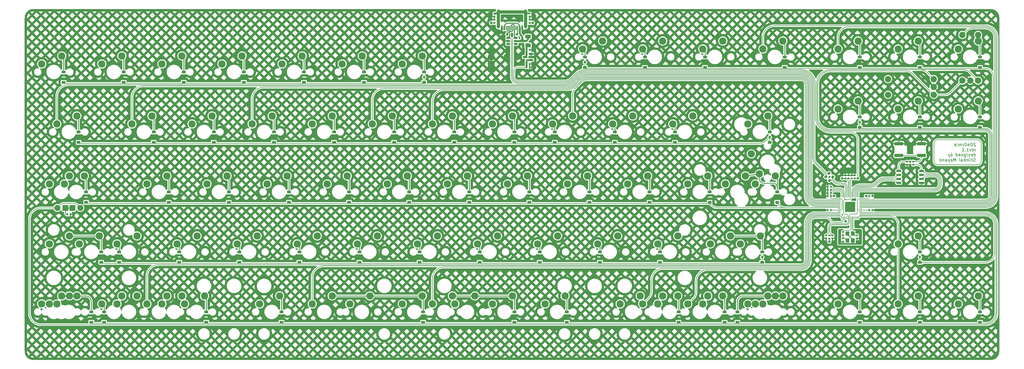
<source format=gbr>
%TF.GenerationSoftware,KiCad,Pcbnew,(6.0.6)*%
%TF.CreationDate,2022-09-03T14:27:16-07:00*%
%TF.ProjectId,2040rmie,32303430-726d-4696-952e-6b696361645f,rev?*%
%TF.SameCoordinates,Original*%
%TF.FileFunction,Copper,L2,Bot*%
%TF.FilePolarity,Positive*%
%FSLAX46Y46*%
G04 Gerber Fmt 4.6, Leading zero omitted, Abs format (unit mm)*
G04 Created by KiCad (PCBNEW (6.0.6)) date 2022-09-03 14:27:16*
%MOMM*%
%LPD*%
G01*
G04 APERTURE LIST*
G04 Aperture macros list*
%AMRoundRect*
0 Rectangle with rounded corners*
0 $1 Rounding radius*
0 $2 $3 $4 $5 $6 $7 $8 $9 X,Y pos of 4 corners*
0 Add a 4 corners polygon primitive as box body*
4,1,4,$2,$3,$4,$5,$6,$7,$8,$9,$2,$3,0*
0 Add four circle primitives for the rounded corners*
1,1,$1+$1,$2,$3*
1,1,$1+$1,$4,$5*
1,1,$1+$1,$6,$7*
1,1,$1+$1,$8,$9*
0 Add four rect primitives between the rounded corners*
20,1,$1+$1,$2,$3,$4,$5,0*
20,1,$1+$1,$4,$5,$6,$7,0*
20,1,$1+$1,$6,$7,$8,$9,0*
20,1,$1+$1,$8,$9,$2,$3,0*%
G04 Aperture macros list end*
%TA.AperFunction,NonConductor*%
%ADD10C,0.200000*%
%TD*%
%ADD11C,0.200000*%
%TA.AperFunction,ComponentPad*%
%ADD12C,2.300000*%
%TD*%
%TA.AperFunction,ComponentPad*%
%ADD13RoundRect,0.285750X-0.666750X-0.666750X0.666750X-0.666750X0.666750X0.666750X-0.666750X0.666750X0*%
%TD*%
%TA.AperFunction,ComponentPad*%
%ADD14C,1.905000*%
%TD*%
%TA.AperFunction,ComponentPad*%
%ADD15C,2.000000*%
%TD*%
%TA.AperFunction,SMDPad,CuDef*%
%ADD16RoundRect,0.140000X-0.140000X-0.170000X0.140000X-0.170000X0.140000X0.170000X-0.140000X0.170000X0*%
%TD*%
%TA.AperFunction,SMDPad,CuDef*%
%ADD17R,1.200000X0.900000*%
%TD*%
%TA.AperFunction,SMDPad,CuDef*%
%ADD18RoundRect,0.135000X0.185000X-0.135000X0.185000X0.135000X-0.185000X0.135000X-0.185000X-0.135000X0*%
%TD*%
%TA.AperFunction,SMDPad,CuDef*%
%ADD19RoundRect,0.140000X0.140000X0.170000X-0.140000X0.170000X-0.140000X-0.170000X0.140000X-0.170000X0*%
%TD*%
%TA.AperFunction,SMDPad,CuDef*%
%ADD20RoundRect,0.200000X-0.335876X-0.053033X-0.053033X-0.335876X0.335876X0.053033X0.053033X0.335876X0*%
%TD*%
%TA.AperFunction,SMDPad,CuDef*%
%ADD21RoundRect,0.135000X-0.185000X0.135000X-0.185000X-0.135000X0.185000X-0.135000X0.185000X0.135000X0*%
%TD*%
%TA.AperFunction,SMDPad,CuDef*%
%ADD22R,1.200000X1.400000*%
%TD*%
%TA.AperFunction,SMDPad,CuDef*%
%ADD23RoundRect,0.140000X0.170000X-0.140000X0.170000X0.140000X-0.170000X0.140000X-0.170000X-0.140000X0*%
%TD*%
%TA.AperFunction,SMDPad,CuDef*%
%ADD24RoundRect,0.140000X-0.170000X0.140000X-0.170000X-0.140000X0.170000X-0.140000X0.170000X0.140000X0*%
%TD*%
%TA.AperFunction,SMDPad,CuDef*%
%ADD25RoundRect,0.150000X0.587500X0.150000X-0.587500X0.150000X-0.587500X-0.150000X0.587500X-0.150000X0*%
%TD*%
%TA.AperFunction,SMDPad,CuDef*%
%ADD26RoundRect,0.250000X0.625000X-0.375000X0.625000X0.375000X-0.625000X0.375000X-0.625000X-0.375000X0*%
%TD*%
%TA.AperFunction,SMDPad,CuDef*%
%ADD27RoundRect,0.150000X0.650000X0.150000X-0.650000X0.150000X-0.650000X-0.150000X0.650000X-0.150000X0*%
%TD*%
%TA.AperFunction,SMDPad,CuDef*%
%ADD28R,0.600000X1.450000*%
%TD*%
%TA.AperFunction,SMDPad,CuDef*%
%ADD29R,0.300000X1.450000*%
%TD*%
%TA.AperFunction,ComponentPad*%
%ADD30O,1.000000X1.600000*%
%TD*%
%TA.AperFunction,ComponentPad*%
%ADD31O,1.000000X2.100000*%
%TD*%
%TA.AperFunction,SMDPad,CuDef*%
%ADD32RoundRect,0.135000X-0.135000X-0.185000X0.135000X-0.185000X0.135000X0.185000X-0.135000X0.185000X0*%
%TD*%
%TA.AperFunction,SMDPad,CuDef*%
%ADD33RoundRect,0.050000X0.387500X0.050000X-0.387500X0.050000X-0.387500X-0.050000X0.387500X-0.050000X0*%
%TD*%
%TA.AperFunction,SMDPad,CuDef*%
%ADD34RoundRect,0.050000X0.050000X0.387500X-0.050000X0.387500X-0.050000X-0.387500X0.050000X-0.387500X0*%
%TD*%
%TA.AperFunction,ComponentPad*%
%ADD35C,0.600000*%
%TD*%
%TA.AperFunction,SMDPad,CuDef*%
%ADD36RoundRect,0.144000X1.456000X1.456000X-1.456000X1.456000X-1.456000X-1.456000X1.456000X-1.456000X0*%
%TD*%
%TA.AperFunction,SMDPad,CuDef*%
%ADD37RoundRect,0.275000X-1.125000X-0.275000X1.125000X-0.275000X1.125000X0.275000X-1.125000X0.275000X0*%
%TD*%
%TA.AperFunction,SMDPad,CuDef*%
%ADD38RoundRect,0.150000X-0.475000X-0.150000X0.475000X-0.150000X0.475000X0.150000X-0.475000X0.150000X0*%
%TD*%
%TA.AperFunction,ViaPad*%
%ADD39C,0.800000*%
%TD*%
%TA.AperFunction,ViaPad*%
%ADD40C,0.700000*%
%TD*%
%TA.AperFunction,Conductor*%
%ADD41C,0.250000*%
%TD*%
%TA.AperFunction,Conductor*%
%ADD42C,0.200000*%
%TD*%
%TA.AperFunction,Conductor*%
%ADD43C,0.350000*%
%TD*%
%TA.AperFunction,Conductor*%
%ADD44C,0.600000*%
%TD*%
%TA.AperFunction,Conductor*%
%ADD45C,0.560000*%
%TD*%
%TA.AperFunction,Conductor*%
%ADD46C,0.300000*%
%TD*%
%TA.AperFunction,Conductor*%
%ADD47C,0.540000*%
%TD*%
%TA.AperFunction,Conductor*%
%ADD48C,1.000000*%
%TD*%
G04 APERTURE END LIST*
D10*
X357745950Y-94519750D02*
G75*
G03*
X358995950Y-93269750I-50J1250050D01*
G01*
X345245950Y-86519750D02*
X357745950Y-86519750D01*
X345245950Y-86519750D02*
G75*
G03*
X343995950Y-87769750I50J-1250050D01*
G01*
X343995950Y-93269750D02*
X343995950Y-87769750D01*
X357745950Y-94519750D02*
X345245950Y-94519750D01*
X358995950Y-87769750D02*
G75*
G03*
X357745950Y-86519750I-1250050J-50D01*
G01*
X358995950Y-87769750D02*
X358995950Y-93269750D01*
X343995950Y-93269750D02*
G75*
G03*
X345245950Y-94519750I1250050J50D01*
G01*
D11*
D10*
X357114201Y-87652369D02*
X357060629Y-87604750D01*
X356959439Y-87557130D01*
X356721344Y-87557130D01*
X356632058Y-87604750D01*
X356590391Y-87652369D01*
X356554677Y-87747607D01*
X356566582Y-87842845D01*
X356632058Y-87985702D01*
X357274915Y-88557130D01*
X356655867Y-88557130D01*
X355911820Y-87557130D02*
X355816582Y-87557130D01*
X355727296Y-87604750D01*
X355685629Y-87652369D01*
X355649915Y-87747607D01*
X355626105Y-87938083D01*
X355655867Y-88176178D01*
X355727296Y-88366654D01*
X355786820Y-88461892D01*
X355840391Y-88509511D01*
X355941582Y-88557130D01*
X356036820Y-88557130D01*
X356126105Y-88509511D01*
X356167772Y-88461892D01*
X356203486Y-88366654D01*
X356227296Y-88176178D01*
X356197534Y-87938083D01*
X356126105Y-87747607D01*
X356066582Y-87652369D01*
X356013010Y-87604750D01*
X355911820Y-87557130D01*
X354763010Y-87890464D02*
X354846344Y-88557130D01*
X354953486Y-87509511D02*
X355280867Y-88223797D01*
X354661820Y-88223797D01*
X354007058Y-87557130D02*
X353911820Y-87557130D01*
X353822534Y-87604750D01*
X353780867Y-87652369D01*
X353745153Y-87747607D01*
X353721344Y-87938083D01*
X353751105Y-88176178D01*
X353822534Y-88366654D01*
X353882058Y-88461892D01*
X353935629Y-88509511D01*
X354036820Y-88557130D01*
X354132058Y-88557130D01*
X354221344Y-88509511D01*
X354263010Y-88461892D01*
X354298725Y-88366654D01*
X354322534Y-88176178D01*
X354292772Y-87938083D01*
X354221344Y-87747607D01*
X354161820Y-87652369D01*
X354108248Y-87604750D01*
X354007058Y-87557130D01*
X353370153Y-88557130D02*
X353286820Y-87890464D01*
X353310629Y-88080940D02*
X353251105Y-87985702D01*
X353197534Y-87938083D01*
X353096344Y-87890464D01*
X353001105Y-87890464D01*
X352751105Y-88557130D02*
X352667772Y-87890464D01*
X352679677Y-87985702D02*
X352626105Y-87938083D01*
X352524915Y-87890464D01*
X352382058Y-87890464D01*
X352292772Y-87938083D01*
X352257058Y-88033321D01*
X352322534Y-88557130D01*
X352257058Y-88033321D02*
X352197534Y-87938083D01*
X352096344Y-87890464D01*
X351953486Y-87890464D01*
X351864201Y-87938083D01*
X351828486Y-88033321D01*
X351893963Y-88557130D01*
X351417772Y-88557130D02*
X351334439Y-87890464D01*
X351292772Y-87557130D02*
X351346344Y-87604750D01*
X351304677Y-87652369D01*
X351251105Y-87604750D01*
X351292772Y-87557130D01*
X351304677Y-87652369D01*
X350554677Y-88509511D02*
X350655867Y-88557130D01*
X350846344Y-88557130D01*
X350935629Y-88509511D01*
X350971344Y-88414273D01*
X350923725Y-88033321D01*
X350864201Y-87938083D01*
X350763010Y-87890464D01*
X350572534Y-87890464D01*
X350483248Y-87938083D01*
X350447534Y-88033321D01*
X350459439Y-88128559D01*
X350947534Y-88223797D01*
X357179677Y-90167130D02*
X357096344Y-89500464D01*
X357120153Y-89690940D02*
X357060629Y-89595702D01*
X357007058Y-89548083D01*
X356905867Y-89500464D01*
X356810629Y-89500464D01*
X356173725Y-90119511D02*
X356274915Y-90167130D01*
X356465391Y-90167130D01*
X356554677Y-90119511D01*
X356590391Y-90024273D01*
X356542772Y-89643321D01*
X356483248Y-89548083D01*
X356382058Y-89500464D01*
X356191582Y-89500464D01*
X356102296Y-89548083D01*
X356066582Y-89643321D01*
X356078486Y-89738559D01*
X356566582Y-89833797D01*
X355715391Y-89500464D02*
X355560629Y-90167130D01*
X355239201Y-89500464D01*
X354417772Y-90167130D02*
X354989201Y-90167130D01*
X354703486Y-90167130D02*
X354578486Y-89167130D01*
X354691582Y-89309988D01*
X354798725Y-89405226D01*
X354899915Y-89452845D01*
X353977296Y-90071892D02*
X353935629Y-90119511D01*
X353989201Y-90167130D01*
X354030867Y-90119511D01*
X353977296Y-90071892D01*
X353989201Y-90167130D01*
X352989201Y-90167130D02*
X353560629Y-90167130D01*
X353274915Y-90167130D02*
X353149915Y-89167130D01*
X353263010Y-89309988D01*
X353370153Y-89405226D01*
X353471344Y-89452845D01*
X356751105Y-91777130D02*
X356626105Y-90777130D01*
X356745153Y-91729511D02*
X356846344Y-91777130D01*
X357036820Y-91777130D01*
X357126105Y-91729511D01*
X357167772Y-91681892D01*
X357203486Y-91586654D01*
X357167772Y-91300940D01*
X357108248Y-91205702D01*
X357054677Y-91158083D01*
X356953486Y-91110464D01*
X356763010Y-91110464D01*
X356673725Y-91158083D01*
X355888010Y-91729511D02*
X355989201Y-91777130D01*
X356179677Y-91777130D01*
X356268963Y-91729511D01*
X356304677Y-91634273D01*
X356257058Y-91253321D01*
X356197534Y-91158083D01*
X356096344Y-91110464D01*
X355905867Y-91110464D01*
X355816582Y-91158083D01*
X355780867Y-91253321D01*
X355792772Y-91348559D01*
X356280867Y-91443797D01*
X355459439Y-91729511D02*
X355370153Y-91777130D01*
X355179677Y-91777130D01*
X355078486Y-91729511D01*
X355018963Y-91634273D01*
X355013010Y-91586654D01*
X355048725Y-91491416D01*
X355138010Y-91443797D01*
X355280867Y-91443797D01*
X355370153Y-91396178D01*
X355405867Y-91300940D01*
X355399915Y-91253321D01*
X355340391Y-91158083D01*
X355239201Y-91110464D01*
X355096344Y-91110464D01*
X355007058Y-91158083D01*
X354608248Y-91777130D02*
X354524915Y-91110464D01*
X354483248Y-90777130D02*
X354536820Y-90824750D01*
X354495153Y-90872369D01*
X354441582Y-90824750D01*
X354483248Y-90777130D01*
X354495153Y-90872369D01*
X353620153Y-91110464D02*
X353721344Y-91919988D01*
X353780867Y-92015226D01*
X353834439Y-92062845D01*
X353935629Y-92110464D01*
X354078486Y-92110464D01*
X354167772Y-92062845D01*
X353697534Y-91729511D02*
X353798725Y-91777130D01*
X353989201Y-91777130D01*
X354078486Y-91729511D01*
X354120153Y-91681892D01*
X354155867Y-91586654D01*
X354120153Y-91300940D01*
X354060629Y-91205702D01*
X354007058Y-91158083D01*
X353905867Y-91110464D01*
X353715391Y-91110464D01*
X353626105Y-91158083D01*
X353143963Y-91110464D02*
X353227296Y-91777130D01*
X353155867Y-91205702D02*
X353102296Y-91158083D01*
X353001105Y-91110464D01*
X352858248Y-91110464D01*
X352768963Y-91158083D01*
X352733248Y-91253321D01*
X352798725Y-91777130D01*
X351935629Y-91729511D02*
X352036820Y-91777130D01*
X352227296Y-91777130D01*
X352316582Y-91729511D01*
X352352296Y-91634273D01*
X352304677Y-91253321D01*
X352245153Y-91158083D01*
X352143963Y-91110464D01*
X351953486Y-91110464D01*
X351864201Y-91158083D01*
X351828486Y-91253321D01*
X351840391Y-91348559D01*
X352328486Y-91443797D01*
X351036820Y-91777130D02*
X350911820Y-90777130D01*
X351030867Y-91729511D02*
X351132058Y-91777130D01*
X351322534Y-91777130D01*
X351411820Y-91729511D01*
X351453486Y-91681892D01*
X351489201Y-91586654D01*
X351453486Y-91300940D01*
X351393963Y-91205702D01*
X351340391Y-91158083D01*
X351239201Y-91110464D01*
X351048725Y-91110464D01*
X350959439Y-91158083D01*
X349798725Y-91777130D02*
X349673725Y-90777130D01*
X349721344Y-91158083D02*
X349620153Y-91110464D01*
X349429677Y-91110464D01*
X349340391Y-91158083D01*
X349298725Y-91205702D01*
X349263010Y-91300940D01*
X349298725Y-91586654D01*
X349358248Y-91681892D01*
X349411820Y-91729511D01*
X349513010Y-91777130D01*
X349703486Y-91777130D01*
X349792772Y-91729511D01*
X348905867Y-91110464D02*
X348751105Y-91777130D01*
X348429677Y-91110464D02*
X348751105Y-91777130D01*
X348876105Y-92015226D01*
X348929677Y-92062845D01*
X349030867Y-92110464D01*
X357221344Y-93339511D02*
X357084439Y-93387130D01*
X356846344Y-93387130D01*
X356745153Y-93339511D01*
X356691582Y-93291892D01*
X356632058Y-93196654D01*
X356620153Y-93101416D01*
X356655867Y-93006178D01*
X356697534Y-92958559D01*
X356786820Y-92910940D01*
X356971344Y-92863321D01*
X357060629Y-92815702D01*
X357102296Y-92768083D01*
X357138010Y-92672845D01*
X357126105Y-92577607D01*
X357066582Y-92482369D01*
X357013010Y-92434750D01*
X356911820Y-92387130D01*
X356673725Y-92387130D01*
X356536820Y-92434750D01*
X356227296Y-93387130D02*
X356102296Y-92387130D01*
X355798725Y-93387130D02*
X355733248Y-92863321D01*
X355768963Y-92768083D01*
X355858248Y-92720464D01*
X356001105Y-92720464D01*
X356102296Y-92768083D01*
X356155867Y-92815702D01*
X355322534Y-93387130D02*
X355239201Y-92720464D01*
X355197534Y-92387130D02*
X355251105Y-92434750D01*
X355209439Y-92482369D01*
X355155867Y-92434750D01*
X355197534Y-92387130D01*
X355209439Y-92482369D01*
X354763010Y-92720464D02*
X354846344Y-93387130D01*
X354774915Y-92815702D02*
X354721344Y-92768083D01*
X354620153Y-92720464D01*
X354477296Y-92720464D01*
X354388010Y-92768083D01*
X354352296Y-92863321D01*
X354417772Y-93387130D01*
X353941582Y-93387130D02*
X353816582Y-92387130D01*
X353798725Y-93006178D02*
X353560629Y-93387130D01*
X353477296Y-92720464D02*
X353905867Y-93101416D01*
X352703486Y-93387130D02*
X352638010Y-92863321D01*
X352673725Y-92768083D01*
X352763010Y-92720464D01*
X352953486Y-92720464D01*
X353054677Y-92768083D01*
X352697534Y-93339511D02*
X352798725Y-93387130D01*
X353036820Y-93387130D01*
X353126105Y-93339511D01*
X353161820Y-93244273D01*
X353149915Y-93149035D01*
X353090391Y-93053797D01*
X352989201Y-93006178D01*
X352751105Y-93006178D01*
X352649915Y-92958559D01*
X352227296Y-93387130D02*
X352143963Y-92720464D01*
X352102296Y-92387130D02*
X352155867Y-92434750D01*
X352114201Y-92482369D01*
X352060629Y-92434750D01*
X352102296Y-92387130D01*
X352114201Y-92482369D01*
X350989201Y-93387130D02*
X350864201Y-92387130D01*
X350620153Y-93101416D01*
X350197534Y-92387130D01*
X350322534Y-93387130D01*
X349417772Y-93387130D02*
X349352296Y-92863321D01*
X349388010Y-92768083D01*
X349477296Y-92720464D01*
X349667772Y-92720464D01*
X349768963Y-92768083D01*
X349411820Y-93339511D02*
X349513010Y-93387130D01*
X349751105Y-93387130D01*
X349840391Y-93339511D01*
X349876105Y-93244273D01*
X349864201Y-93149035D01*
X349804677Y-93053797D01*
X349703486Y-93006178D01*
X349465391Y-93006178D01*
X349364201Y-92958559D01*
X348953486Y-92720464D02*
X348798725Y-93387130D01*
X348477296Y-92720464D02*
X348798725Y-93387130D01*
X348923725Y-93625226D01*
X348977296Y-93672845D01*
X349078486Y-93720464D01*
X347751105Y-93387130D02*
X347685629Y-92863321D01*
X347721344Y-92768083D01*
X347810629Y-92720464D01*
X348001105Y-92720464D01*
X348102296Y-92768083D01*
X347745153Y-93339511D02*
X347846344Y-93387130D01*
X348084439Y-93387130D01*
X348173725Y-93339511D01*
X348209439Y-93244273D01*
X348197534Y-93149035D01*
X348138010Y-93053797D01*
X348036820Y-93006178D01*
X347798725Y-93006178D01*
X347697534Y-92958559D01*
X347191582Y-92720464D02*
X347274915Y-93387130D01*
X347203486Y-92815702D02*
X347149915Y-92768083D01*
X347048725Y-92720464D01*
X346905867Y-92720464D01*
X346816582Y-92768083D01*
X346780867Y-92863321D01*
X346846344Y-93387130D01*
X346227296Y-93387130D02*
X346316582Y-93339511D01*
X346358248Y-93291892D01*
X346393963Y-93196654D01*
X346358248Y-92910940D01*
X346298725Y-92815702D01*
X346245153Y-92768083D01*
X346143963Y-92720464D01*
X346001105Y-92720464D01*
X345911820Y-92768083D01*
X345870153Y-92815702D01*
X345834439Y-92910940D01*
X345870153Y-93196654D01*
X345929677Y-93291892D01*
X345983248Y-93339511D01*
X346084439Y-93387130D01*
X346227296Y-93387130D01*
D12*
%TO.P,MX4-9_1,1,COL*%
%TO.N,col9*%
X256452500Y-138660000D03*
%TO.P,MX4-9_1,2,ROW*%
%TO.N,Net-(D62-Pad2)*%
X262802500Y-136120000D03*
%TD*%
%TO.P,MX4-2_1,1,COL*%
%TO.N,col2*%
X94527500Y-138660000D03*
%TO.P,MX4-2_1,2,ROW*%
%TO.N,Net-(D57-Pad2)*%
X100877500Y-136120000D03*
%TD*%
%TO.P,MX3-B0,1,COL*%
%TO.N,col0*%
X63571250Y-119610000D03*
%TO.P,MX3-B0,2,ROW*%
%TO.N,Net-(D42-Pad2)*%
X69921250Y-117070000D03*
%TD*%
D13*
%TO.P,LED1,1,K*%
%TO.N,Net-(LED1-Pad1)*%
X70873750Y-108180000D03*
D14*
%TO.P,LED1,2,A*%
%TO.N,LED*%
X73413750Y-108180000D03*
%TD*%
D12*
%TO.P,MX4-7_2,1,COL*%
%TO.N,col7*%
X185015000Y-138660000D03*
%TO.P,MX4-7_2,2,ROW*%
%TO.N,Net-(D60-Pad2)*%
X191365000Y-136120000D03*
%TD*%
%TO.P,MX3-2,1,COL*%
%TO.N,Net-(D44-Pad2)*%
X104052500Y-119610000D03*
%TO.P,MX3-2,2,ROW*%
%TO.N,col2*%
X110402500Y-117070000D03*
%TD*%
%TO.P,MX3-13,1,COL*%
%TO.N,col13*%
X332652500Y-119610000D03*
%TO.P,MX3-13,2,ROW*%
%TO.N,Net-(D54-Pad2)*%
X339002500Y-117070000D03*
%TD*%
%TO.P,MX0-8,1,COL*%
%TO.N,Net-(D8-Pad2)*%
X232640000Y-57697500D03*
%TO.P,MX0-8,2,ROW*%
%TO.N,col8*%
X238990000Y-55157500D03*
%TD*%
%TO.P,MX4-0_1,1,COL*%
%TO.N,col0*%
X65952500Y-138660000D03*
%TO.P,MX4-0_1,2,ROW*%
%TO.N,Net-(D55-Pad2)*%
X72302500Y-136120000D03*
%TD*%
%TO.P,MX4-0_2,1,COL*%
%TO.N,col0*%
X63571250Y-138660000D03*
%TO.P,MX4-0_2,2,ROW*%
%TO.N,Net-(D55-Pad2)*%
X69921250Y-136120000D03*
%TD*%
%TO.P,MX2-10,1,COL*%
%TO.N,col10*%
X265977500Y-100560000D03*
%TO.P,MX2-10,2,ROW*%
%TO.N,Net-(D40-Pad2)*%
X272327500Y-98020000D03*
%TD*%
%TO.P,MX4-7_4,1,COL*%
%TO.N,col7*%
X192158750Y-138660000D03*
%TO.P,MX4-7_4,2,ROW*%
%TO.N,Net-(D60-Pad2)*%
X198508750Y-136120000D03*
%TD*%
%TO.P,MX1-7,1,COL*%
%TO.N,col7*%
X204065000Y-81510000D03*
%TO.P,MX1-7,2,ROW*%
%TO.N,Net-(D22-Pad2)*%
X210415000Y-78970000D03*
%TD*%
%TO.P,MX0-14,1,COL*%
%TO.N,col14*%
X351702500Y-57697500D03*
%TO.P,MX0-14,2,ROW*%
%TO.N,Net-(D14-Pad2)*%
X358052500Y-55157500D03*
%TD*%
%TO.P,MX4-4_4,1,COL*%
%TO.N,col4*%
X158821250Y-138660000D03*
%TO.P,MX4-4_4,2,ROW*%
%TO.N,Net-(D59-Pad2)*%
X165171250Y-136120000D03*
%TD*%
%TO.P,MX0-2,1,COL*%
%TO.N,col2*%
X99290000Y-62460000D03*
%TO.P,MX0-2,2,ROW*%
%TO.N,Net-(D3-Pad2)*%
X105640000Y-59920000D03*
%TD*%
%TO.P,MX0-13,1,COL*%
%TO.N,col13*%
X332652500Y-57697500D03*
%TO.P,MX0-13,2,ROW*%
%TO.N,Net-(D13-Pad2)*%
X339002500Y-55157500D03*
%TD*%
%TO.P,MX0-3,1,COL*%
%TO.N,col3*%
X118340000Y-62460000D03*
%TO.P,MX0-3,2,ROW*%
%TO.N,Net-(D4-Pad2)*%
X124690000Y-59920000D03*
%TD*%
%TO.P,MX0-9,1,COL*%
%TO.N,Net-(D9-Pad2)*%
X251690000Y-57697500D03*
%TO.P,MX0-9,2,ROW*%
%TO.N,col9*%
X258040000Y-55157500D03*
%TD*%
%TO.P,MX4-10_0,1,COL*%
%TO.N,col10*%
X270740000Y-138660000D03*
%TO.P,MX4-10_0,2,ROW*%
%TO.N,Net-(D63-Pad2)*%
X277090000Y-136120000D03*
%TD*%
%TO.P,MX1-14,1,COL*%
%TO.N,col14*%
X351702500Y-76747500D03*
%TO.P,MX1-14,2,ROW*%
%TO.N,Net-(D29-Pad2)*%
X358052500Y-74207500D03*
%TD*%
%TO.P,MX3-3,1,COL*%
%TO.N,Net-(D45-Pad2)*%
X123102500Y-119610000D03*
%TO.P,MX3-3,2,ROW*%
%TO.N,col3*%
X129452500Y-117070000D03*
%TD*%
%TO.P,MX1-8,1,COL*%
%TO.N,Net-(D23-Pad2)*%
X223115000Y-81510000D03*
%TO.P,MX1-8,2,ROW*%
%TO.N,col8*%
X229465000Y-78970000D03*
%TD*%
%TO.P,MX1-13,1,COL*%
%TO.N,col13*%
X332652500Y-76747500D03*
%TO.P,MX1-13,2,ROW*%
%TO.N,Net-(D28-Pad2)*%
X339002500Y-74207500D03*
%TD*%
%TO.P,MX1-6,1,COL*%
%TO.N,col6*%
X185015000Y-81510000D03*
%TO.P,MX1-6,2,ROW*%
%TO.N,Net-(D21-Pad2)*%
X191365000Y-78970000D03*
%TD*%
%TO.P,MX4-1_2,1,COL*%
%TO.N,Net-(D56-Pad2)*%
X85002500Y-138660000D03*
%TO.P,MX4-1_2,2,ROW*%
%TO.N,col1*%
X91352500Y-136120000D03*
%TD*%
%TO.P,MX4-4_0,1,COL*%
%TO.N,col4*%
X175490000Y-138660000D03*
%TO.P,MX4-4_0,2,ROW*%
%TO.N,Net-(D59-Pad2)*%
X181840000Y-136120000D03*
%TD*%
%TO.P,MX2-A11,1,COL*%
%TO.N,col11*%
X277883750Y-100560000D03*
%TO.P,MX2-A11,2,ROW*%
%TO.N,Net-(D41-Pad2)*%
X284233750Y-98020000D03*
%TD*%
%TO.P,MX3-10,1,COL*%
%TO.N,Net-(D52-Pad2)*%
X256452500Y-119610000D03*
%TO.P,MX3-10,2,ROW*%
%TO.N,col10*%
X262802500Y-117070000D03*
%TD*%
%TO.P,MX2-1,1,COL*%
%TO.N,col1*%
X94527500Y-100560000D03*
%TO.P,MX2-1,2,ROW*%
%TO.N,Net-(D31-Pad2)*%
X100877500Y-98020000D03*
%TD*%
%TO.P,MX1-4,1,COL*%
%TO.N,col4*%
X146915000Y-81510000D03*
%TO.P,MX1-4,2,ROW*%
%TO.N,Net-(D19-Pad2)*%
X153265000Y-78970000D03*
%TD*%
%TO.P,MX4-3_4,1,COL*%
%TO.N,col3*%
X130246250Y-138660000D03*
%TO.P,MX4-3_4,2,ROW*%
%TO.N,Net-(D58-Pad2)*%
X136596250Y-136120000D03*
%TD*%
%TO.P,MX3-9,1,COL*%
%TO.N,Net-(D51-Pad2)*%
X237402500Y-119610000D03*
%TO.P,MX3-9,2,ROW*%
%TO.N,col9*%
X243752500Y-117070000D03*
%TD*%
%TO.P,MX4-2_2,1,COL*%
%TO.N,col2*%
X106433750Y-138660000D03*
%TO.P,MX4-2_2,2,ROW*%
%TO.N,Net-(D57-Pad2)*%
X112783750Y-136120000D03*
%TD*%
%TO.P,MX1-12,1,COL*%
%TO.N,col12*%
X313602500Y-76747500D03*
%TO.P,MX1-12,2,ROW*%
%TO.N,S2*%
X319952500Y-74207500D03*
%TD*%
%TO.P,MX3-A11,2,ROW*%
%TO.N,Net-(D53-Pad2)*%
X279471250Y-117070000D03*
%TO.P,MX3-A11,1,COL*%
%TO.N,col11*%
X273121250Y-119610000D03*
%TD*%
%TO.P,MX2-8,1,COL*%
%TO.N,col8*%
X227877500Y-100560000D03*
%TO.P,MX2-8,2,ROW*%
%TO.N,Net-(D38-Pad2)*%
X234227500Y-98020000D03*
%TD*%
%TO.P,MX2-5,1,COL*%
%TO.N,col5*%
X170727500Y-100560000D03*
%TO.P,MX2-5,2,ROW*%
%TO.N,Net-(D35-Pad2)*%
X177077500Y-98020000D03*
%TD*%
%TO.P,MX2-3,1,COL*%
%TO.N,col3*%
X132627500Y-100560000D03*
%TO.P,MX2-3,2,ROW*%
%TO.N,Net-(D33-Pad2)*%
X138977500Y-98020000D03*
%TD*%
%TO.P,MX3-8,1,COL*%
%TO.N,Net-(D50-Pad2)*%
X218352500Y-119610000D03*
%TO.P,MX3-8,2,ROW*%
%TO.N,col8*%
X224702500Y-117070000D03*
%TD*%
%TO.P,MX1-11,1,COL*%
%TO.N,col11*%
X285027500Y-81510000D03*
%TO.P,MX1-11,2,ROW*%
%TO.N,Net-(D26-Pad2)*%
X291377500Y-78970000D03*
%TD*%
%TO.P,MX4-13,1,COL*%
%TO.N,col13*%
X332652500Y-138660000D03*
%TO.P,MX4-13,2,ROW*%
%TO.N,Net-(D66-Pad2)*%
X339002500Y-136120000D03*
%TD*%
%TO.P,MX1-1,1,COL*%
%TO.N,col1*%
X89765000Y-81510000D03*
%TO.P,MX1-1,2,ROW*%
%TO.N,Net-(D16-Pad2)*%
X96115000Y-78970000D03*
%TD*%
%TO.P,MX3-4,1,COL*%
%TO.N,Net-(D46-Pad2)*%
X142152500Y-119610000D03*
%TO.P,MX3-4,2,ROW*%
%TO.N,col4*%
X148502500Y-117070000D03*
%TD*%
%TO.P,MX3-5,1,COL*%
%TO.N,Net-(D47-Pad2)*%
X161202500Y-119610000D03*
%TO.P,MX3-5,2,ROW*%
%TO.N,col5*%
X167552500Y-117070000D03*
%TD*%
%TO.P,MX0-12,1,COL*%
%TO.N,col12*%
X313602500Y-57697500D03*
%TO.P,MX0-12,2,ROW*%
%TO.N,Net-(D12-Pad2)*%
X319952500Y-55157500D03*
%TD*%
%TO.P,MX2-C11,1,COL*%
%TO.N,Net-(D41-Pad2)*%
X288678750Y-97385000D03*
%TO.P,MX2-C11,2,ROW*%
%TO.N,col11*%
X286138750Y-91035000D03*
%TD*%
%TO.P,MX4-9_2,1,COL*%
%TO.N,col9*%
X244546250Y-138660000D03*
%TO.P,MX4-9_2,2,ROW*%
%TO.N,Net-(D62-Pad2)*%
X250896250Y-136120000D03*
%TD*%
D13*
%TO.P,LED2,1,K*%
%TO.N,Net-(LED1-Pad1)*%
X68651250Y-108180000D03*
D14*
%TO.P,LED2,2,A*%
%TO.N,LED*%
X66111250Y-108180000D03*
%TD*%
D12*
%TO.P,MX4-4_3,1,COL*%
%TO.N,col4*%
X146915000Y-138660000D03*
%TO.P,MX4-4_3,2,ROW*%
%TO.N,Net-(D59-Pad2)*%
X153265000Y-136120000D03*
%TD*%
%TO.P,MX1-2,1,COL*%
%TO.N,col2*%
X108815000Y-81510000D03*
%TO.P,MX1-2,2,ROW*%
%TO.N,Net-(D17-Pad2)*%
X115165000Y-78970000D03*
%TD*%
%TO.P,MX1-10,1,COL*%
%TO.N,Net-(D25-Pad2)*%
X261215000Y-81510000D03*
%TO.P,MX1-10,2,ROW*%
%TO.N,col10*%
X267565000Y-78970000D03*
%TD*%
%TO.P,MX4-2_0,1,COL*%
%TO.N,col2*%
X99290000Y-138660000D03*
%TO.P,MX4-2_0,2,ROW*%
%TO.N,Net-(D57-Pad2)*%
X105640000Y-136120000D03*
%TD*%
%TO.P,MX1-3,1,COL*%
%TO.N,col3*%
X127865000Y-81510000D03*
%TO.P,MX1-3,2,ROW*%
%TO.N,Net-(D18-Pad2)*%
X134215000Y-78970000D03*
%TD*%
%TO.P,MX4-12,1,COL*%
%TO.N,col12*%
X313602500Y-138660000D03*
%TO.P,MX4-12,2,ROW*%
%TO.N,Net-(D65-Pad2)*%
X319952500Y-136120000D03*
%TD*%
%TO.P,MX1-5,1,COL*%
%TO.N,col5*%
X165965000Y-81510000D03*
%TO.P,MX1-5,2,ROW*%
%TO.N,Net-(D20-Pad2)*%
X172315000Y-78970000D03*
%TD*%
%TO.P,MX2-6,1,COL*%
%TO.N,col6*%
X189777500Y-100560000D03*
%TO.P,MX2-6,2,ROW*%
%TO.N,Net-(D36-Pad2)*%
X196127500Y-98020000D03*
%TD*%
%TO.P,MX4-11_2,1,COL*%
%TO.N,col11*%
X287408750Y-138660000D03*
%TO.P,MX4-11_2,2,ROW*%
%TO.N,Net-(D64-Pad2)*%
X293758750Y-136120000D03*
%TD*%
D15*
%TO.P,RE2,A,A*%
%TO.N,rotA*%
X343962500Y-72262500D03*
%TO.P,RE2,B,B*%
%TO.N,rotB*%
X343962500Y-67262500D03*
%TO.P,RE2,C,C*%
%TO.N,GND*%
X343962500Y-69762500D03*
%TO.P,RE2,S1,S1*%
%TO.N,col12*%
X329462500Y-67262500D03*
%TO.P,RE2,S2,S2*%
%TO.N,S2*%
X329462500Y-72262500D03*
%TD*%
D12*
%TO.P,MX4-8_4,1,COL*%
%TO.N,col8*%
X220733750Y-138660000D03*
%TO.P,MX4-8_4,2,ROW*%
%TO.N,Net-(D61-Pad2)*%
X227083750Y-136120000D03*
%TD*%
%TO.P,MX2-7,1,COL*%
%TO.N,col7*%
X208827500Y-100560000D03*
%TO.P,MX2-7,2,ROW*%
%TO.N,Net-(D37-Pad2)*%
X215177500Y-98020000D03*
%TD*%
%TO.P,MX2-9,1,COL*%
%TO.N,col9*%
X246927500Y-100560000D03*
%TO.P,MX2-9,2,ROW*%
%TO.N,Net-(D39-Pad2)*%
X253277500Y-98020000D03*
%TD*%
%TO.P,MX3-B11,1,COL*%
%TO.N,col11*%
X282646250Y-119610000D03*
%TO.P,MX3-B11,2,ROW*%
%TO.N,Net-(D53-Pad2)*%
X288996250Y-117070000D03*
%TD*%
%TO.P,MX4-11_0,1,COL*%
%TO.N,col11*%
X289790000Y-138660000D03*
%TO.P,MX4-11_0,2,ROW*%
%TO.N,Net-(D64-Pad2)*%
X296140000Y-136120000D03*
%TD*%
%TO.P,MX4-1_0,1,COL*%
%TO.N,Net-(D56-Pad2)*%
X80240000Y-138660000D03*
%TO.P,MX4-1_0,2,ROW*%
%TO.N,col1*%
X86590000Y-136120000D03*
%TD*%
%TO.P,MX4-10_2,2,ROW*%
%TO.N,Net-(D63-Pad2)*%
X272327500Y-136120000D03*
%TO.P,MX4-10_2,1,COL*%
%TO.N,col10*%
X265977500Y-138660000D03*
%TD*%
%TO.P,MX0-5,1,COL*%
%TO.N,col5*%
X156440000Y-62460000D03*
%TO.P,MX0-5,2,ROW*%
%TO.N,Net-(D6-Pad2)*%
X162790000Y-59920000D03*
%TD*%
%TO.P,MX4-11_1,1,COL*%
%TO.N,col11*%
X285027500Y-138660000D03*
%TO.P,MX4-11_1,2,ROW*%
%TO.N,Net-(D64-Pad2)*%
X291377500Y-136120000D03*
%TD*%
%TO.P,MX0-1,1,COL*%
%TO.N,col1*%
X80240000Y-62460000D03*
%TO.P,MX0-1,2,ROW*%
%TO.N,Net-(D2-Pad2)*%
X86590000Y-59920000D03*
%TD*%
%TO.P,MX3-1,1,COL*%
%TO.N,Net-(D43-Pad2)*%
X85002500Y-119610000D03*
%TO.P,MX3-1,2,ROW*%
%TO.N,col1*%
X91352500Y-117070000D03*
%TD*%
%TO.P,MX3-7,1,COL*%
%TO.N,Net-(D49-Pad2)*%
X199302500Y-119610000D03*
%TO.P,MX3-7,2,ROW*%
%TO.N,col7*%
X205652500Y-117070000D03*
%TD*%
%TO.P,MX0-6,1,COL*%
%TO.N,col6*%
X175490000Y-62460000D03*
%TO.P,MX0-6,2,ROW*%
%TO.N,Net-(D7-Pad2)*%
X181840000Y-59920000D03*
%TD*%
%TO.P,MX2-B0,1,COL*%
%TO.N,col0*%
X63571250Y-100560000D03*
%TO.P,MX2-B0,2,ROW*%
%TO.N,Net-(D30-Pad2)*%
X69921250Y-98020000D03*
%TD*%
%TO.P,MX4-9_0,2,ROW*%
%TO.N,Net-(D62-Pad2)*%
X258040000Y-136120000D03*
%TO.P,MX4-9_0,1,COL*%
%TO.N,col9*%
X251690000Y-138660000D03*
%TD*%
%TO.P,MX4-0_0,1,COL*%
%TO.N,col0*%
X61190000Y-138660000D03*
%TO.P,MX4-0_0,2,ROW*%
%TO.N,Net-(D55-Pad2)*%
X67540000Y-136120000D03*
%TD*%
D15*
%TO.P,RE1,A,A*%
%TO.N,rotA*%
X353012500Y-67737500D03*
%TO.P,RE1,B,B*%
%TO.N,rotB*%
X358012500Y-67737500D03*
%TO.P,RE1,C,C*%
%TO.N,GND*%
X355512500Y-67737500D03*
%TO.P,RE1,S1,S1*%
%TO.N,Net-(D14-Pad2)*%
X358012500Y-53237500D03*
%TO.P,RE1,S2,S2*%
%TO.N,col14*%
X353012500Y-53237500D03*
%TD*%
D12*
%TO.P,MX2-2,1,COL*%
%TO.N,col2*%
X113577500Y-100560000D03*
%TO.P,MX2-2,2,ROW*%
%TO.N,Net-(D32-Pad2)*%
X119927500Y-98020000D03*
%TD*%
%TO.P,MX0-11,1,COL*%
%TO.N,col11*%
X289790000Y-57697500D03*
%TO.P,MX0-11,2,ROW*%
%TO.N,Net-(D11-Pad2)*%
X296140000Y-55157500D03*
%TD*%
%TO.P,MX1-9,1,COL*%
%TO.N,Net-(D24-Pad2)*%
X242165000Y-81510000D03*
%TO.P,MX1-9,2,ROW*%
%TO.N,col9*%
X248515000Y-78970000D03*
%TD*%
%TO.P,MX2-4,1,COL*%
%TO.N,col4*%
X151677500Y-100560000D03*
%TO.P,MX2-4,2,ROW*%
%TO.N,Net-(D34-Pad2)*%
X158027500Y-98020000D03*
%TD*%
%TO.P,MX4-14,1,COL*%
%TO.N,col14*%
X351702500Y-138660000D03*
%TO.P,MX4-14,2,ROW*%
%TO.N,Net-(D67-Pad2)*%
X358052500Y-136120000D03*
%TD*%
%TO.P,MX1-0,1,COL*%
%TO.N,col0*%
X65952500Y-81510000D03*
%TO.P,MX1-0,2,ROW*%
%TO.N,Net-(D15-Pad2)*%
X72302500Y-78970000D03*
%TD*%
%TO.P,MX2-A0,1,COL*%
%TO.N,col0*%
X68333750Y-100560000D03*
%TO.P,MX2-A0,2,ROW*%
%TO.N,Net-(D30-Pad2)*%
X74683750Y-98020000D03*
%TD*%
%TO.P,MX3-A0,1,COL*%
%TO.N,col0*%
X73096250Y-119610000D03*
%TO.P,MX3-A0,2,ROW*%
%TO.N,Net-(D42-Pad2)*%
X79446250Y-117070000D03*
%TD*%
%TO.P,MX3-6,1,COL*%
%TO.N,Net-(D48-Pad2)*%
X180252500Y-119610000D03*
%TO.P,MX3-6,2,ROW*%
%TO.N,col6*%
X186602500Y-117070000D03*
%TD*%
%TO.P,MX4-7_3,1,COL*%
%TO.N,col7*%
X204065000Y-138660000D03*
%TO.P,MX4-7_3,2,ROW*%
%TO.N,Net-(D60-Pad2)*%
X210415000Y-136120000D03*
%TD*%
%TO.P,MX2-B11,1,COL*%
%TO.N,col11*%
X287408750Y-100560000D03*
%TO.P,MX2-B11,2,ROW*%
%TO.N,Net-(D41-Pad2)*%
X293758750Y-98020000D03*
%TD*%
%TO.P,MX0-0,1,COL*%
%TO.N,col0*%
X61190000Y-62460000D03*
%TO.P,MX0-0,2,ROW*%
%TO.N,Net-(D1-Pad2)*%
X67540000Y-59920000D03*
%TD*%
%TO.P,MX0-10,1,COL*%
%TO.N,Net-(D10-Pad2)*%
X270740000Y-57697500D03*
%TO.P,MX0-10,2,ROW*%
%TO.N,col10*%
X277090000Y-55157500D03*
%TD*%
%TO.P,MX0-4,1,COL*%
%TO.N,col4*%
X137390000Y-62460000D03*
%TO.P,MX0-4,2,ROW*%
%TO.N,Net-(D5-Pad2)*%
X143740000Y-59920000D03*
%TD*%
D16*
%TO.P,C17,1*%
%TO.N,+3V3*%
X323502500Y-104425000D03*
%TO.P,C17,2*%
%TO.N,GND*%
X324462500Y-104425000D03*
%TD*%
D17*
%TO.P,D57,1,K*%
%TO.N,row4*%
X113343750Y-144500000D03*
%TO.P,D57,2,A*%
%TO.N,Net-(D57-Pad2)*%
X113343750Y-141200000D03*
%TD*%
%TO.P,D41,1,K*%
%TO.N,row2*%
X294318750Y-106400000D03*
%TO.P,D41,2,A*%
%TO.N,Net-(D41-Pad2)*%
X294318750Y-103100000D03*
%TD*%
D18*
%TO.P,R4,1*%
%TO.N,Net-(C2-Pad2)*%
X315162500Y-116859375D03*
%TO.P,R4,2*%
%TO.N,XOUT*%
X315162500Y-115839375D03*
%TD*%
D19*
%TO.P,C11,1*%
%TO.N,+3V3*%
X311322500Y-102425000D03*
%TO.P,C11,2*%
%TO.N,GND*%
X310362500Y-102425000D03*
%TD*%
D17*
%TO.P,D46,1,K*%
%TO.N,row3*%
X142862500Y-125450000D03*
%TO.P,D46,2,A*%
%TO.N,Net-(D46-Pad2)*%
X142862500Y-122150000D03*
%TD*%
%TO.P,D34,1,K*%
%TO.N,row2*%
X158587500Y-106400000D03*
%TO.P,D34,2,A*%
%TO.N,Net-(D34-Pad2)*%
X158587500Y-103100000D03*
%TD*%
%TO.P,D3,1,K*%
%TO.N,row0*%
X106200000Y-68300000D03*
%TO.P,D3,2,A*%
%TO.N,Net-(D3-Pad2)*%
X106200000Y-65000000D03*
%TD*%
D20*
%TO.P,R2,1*%
%TO.N,D+*%
X310789466Y-97223808D03*
%TO.P,R2,2*%
%TO.N,Net-(R2-Pad2)*%
X311956192Y-98390534D03*
%TD*%
D16*
%TO.P,C19,1*%
%TO.N,+3V3*%
X323502500Y-108862500D03*
%TO.P,C19,2*%
%TO.N,GND*%
X324462500Y-108862500D03*
%TD*%
D21*
%TO.P,R9,1*%
%TO.N,+3V3*%
X310842500Y-116877500D03*
%TO.P,R9,2*%
%TO.N,~{RESET}*%
X310842500Y-117897500D03*
%TD*%
D22*
%TO.P,Y1,1,1*%
%TO.N,Net-(C2-Pad2)*%
X316562500Y-118487500D03*
%TO.P,Y1,2,2*%
%TO.N,GND*%
X316562500Y-116287500D03*
%TO.P,Y1,3,3*%
%TO.N,XIN*%
X318262500Y-116287500D03*
%TO.P,Y1,4,4*%
%TO.N,GND*%
X318262500Y-118487500D03*
%TD*%
D19*
%TO.P,C7,1*%
%TO.N,+1V1*%
X311322500Y-101425000D03*
%TO.P,C7,2*%
%TO.N,GND*%
X310362500Y-101425000D03*
%TD*%
D17*
%TO.P,D12,1,K*%
%TO.N,row0*%
X320512500Y-63537500D03*
%TO.P,D12,2,A*%
%TO.N,Net-(D12-Pad2)*%
X320512500Y-60237500D03*
%TD*%
%TO.P,D5,1,K*%
%TO.N,row0*%
X144300000Y-68300000D03*
%TO.P,D5,2,A*%
%TO.N,Net-(D5-Pad2)*%
X144300000Y-65000000D03*
%TD*%
%TO.P,D48,1,K*%
%TO.N,row3*%
X180962500Y-125450000D03*
%TO.P,D48,2,A*%
%TO.N,Net-(D48-Pad2)*%
X180962500Y-122150000D03*
%TD*%
D23*
%TO.P,C2,1*%
%TO.N,GND*%
X315162500Y-118829375D03*
%TO.P,C2,2*%
%TO.N,Net-(C2-Pad2)*%
X315162500Y-117869375D03*
%TD*%
D17*
%TO.P,D65,1,K*%
%TO.N,row4*%
X320512500Y-144500000D03*
%TO.P,D65,2,A*%
%TO.N,Net-(D65-Pad2)*%
X320512500Y-141200000D03*
%TD*%
%TO.P,D26,1,K*%
%TO.N,row1*%
X291937500Y-87350000D03*
%TO.P,D26,2,A*%
%TO.N,Net-(D26-Pad2)*%
X291937500Y-84050000D03*
%TD*%
%TO.P,D1,1,K*%
%TO.N,row0*%
X68100000Y-68300000D03*
%TO.P,D1,2,A*%
%TO.N,Net-(D1-Pad2)*%
X68100000Y-65000000D03*
%TD*%
%TO.P,D39,1,K*%
%TO.N,row2*%
X253837500Y-106400000D03*
%TO.P,D39,2,A*%
%TO.N,Net-(D39-Pad2)*%
X253837500Y-103100000D03*
%TD*%
%TO.P,D49,1,K*%
%TO.N,row3*%
X200012500Y-125450000D03*
%TO.P,D49,2,A*%
%TO.N,Net-(D49-Pad2)*%
X200012500Y-122150000D03*
%TD*%
%TO.P,D10,1,K*%
%TO.N,row0*%
X271450000Y-63537500D03*
%TO.P,D10,2,A*%
%TO.N,Net-(D10-Pad2)*%
X271450000Y-60237500D03*
%TD*%
D23*
%TO.P,C8,1*%
%TO.N,+1V1*%
X317912500Y-98817500D03*
%TO.P,C8,2*%
%TO.N,GND*%
X317912500Y-97857500D03*
%TD*%
D17*
%TO.P,D43,1,K*%
%TO.N,row3*%
X85712500Y-125450000D03*
%TO.P,D43,2,A*%
%TO.N,Net-(D43-Pad2)*%
X85712500Y-122150000D03*
%TD*%
%TO.P,D16,1,K*%
%TO.N,row1*%
X96675000Y-87350000D03*
%TO.P,D16,2,A*%
%TO.N,Net-(D16-Pad2)*%
X96675000Y-84050000D03*
%TD*%
%TO.P,D61,1,K*%
%TO.N,row4*%
X227643750Y-144500000D03*
%TO.P,D61,2,A*%
%TO.N,Net-(D61-Pad2)*%
X227643750Y-141200000D03*
%TD*%
D24*
%TO.P,C20,1*%
%TO.N,+3V3*%
X311842500Y-116907500D03*
%TO.P,C20,2*%
%TO.N,GND*%
X311842500Y-117867500D03*
%TD*%
D17*
%TO.P,D54,1,K*%
%TO.N,row3*%
X339562500Y-125450000D03*
%TO.P,D54,2,A*%
%TO.N,Net-(D54-Pad2)*%
X339562500Y-122150000D03*
%TD*%
%TO.P,D58,1,K*%
%TO.N,row4*%
X137156250Y-144500000D03*
%TO.P,D58,2,A*%
%TO.N,Net-(D58-Pad2)*%
X137156250Y-141200000D03*
%TD*%
D25*
%TO.P,U4,1,GND*%
%TO.N,GND*%
X216276250Y-59287500D03*
%TO.P,U4,2,VO*%
%TO.N,+3V3*%
X216276250Y-61187500D03*
%TO.P,U4,3,VI*%
%TO.N,+5V*%
X214401250Y-60237500D03*
%TD*%
D17*
%TO.P,D33,1,K*%
%TO.N,row2*%
X139537500Y-106400000D03*
%TO.P,D33,2,A*%
%TO.N,Net-(D33-Pad2)*%
X139537500Y-103100000D03*
%TD*%
%TO.P,D7,1,K*%
%TO.N,row0*%
X182400000Y-68300000D03*
%TO.P,D7,2,A*%
%TO.N,Net-(D7-Pad2)*%
X182400000Y-65000000D03*
%TD*%
D20*
%TO.P,R3,1*%
%TO.N,D-*%
X309728807Y-98284467D03*
%TO.P,R3,2*%
%TO.N,Net-(R3-Pad2)*%
X310895533Y-99451193D03*
%TD*%
D17*
%TO.P,D11,1,K*%
%TO.N,row0*%
X296700000Y-63537500D03*
%TO.P,D11,2,A*%
%TO.N,Net-(D11-Pad2)*%
X296700000Y-60237500D03*
%TD*%
D26*
%TO.P,F1,1*%
%TO.N,+5V*%
X215338750Y-56557500D03*
%TO.P,F1,2*%
%TO.N,VCC*%
X215338750Y-53757500D03*
%TD*%
D17*
%TO.P,D47,1,K*%
%TO.N,row3*%
X161912500Y-125450000D03*
%TO.P,D47,2,A*%
%TO.N,Net-(D47-Pad2)*%
X161912500Y-122150000D03*
%TD*%
%TO.P,D22,1,K*%
%TO.N,row1*%
X210975000Y-87350000D03*
%TO.P,D22,2,A*%
%TO.N,Net-(D22-Pad2)*%
X210975000Y-84050000D03*
%TD*%
%TO.P,D30,1,K*%
%TO.N,row2*%
X75243750Y-106400000D03*
%TO.P,D30,2,A*%
%TO.N,Net-(D30-Pad2)*%
X75243750Y-103100000D03*
%TD*%
%TO.P,D37,1,K*%
%TO.N,row2*%
X215737500Y-106400000D03*
%TO.P,D37,2,A*%
%TO.N,Net-(D37-Pad2)*%
X215737500Y-103100000D03*
%TD*%
%TO.P,D42,1,K*%
%TO.N,row3*%
X80006250Y-125450000D03*
%TO.P,D42,2,A*%
%TO.N,Net-(D42-Pad2)*%
X80006250Y-122150000D03*
%TD*%
D16*
%TO.P,C10,1*%
%TO.N,+3V3*%
X214858750Y-63487500D03*
%TO.P,C10,2*%
%TO.N,GND*%
X215818750Y-63487500D03*
%TD*%
D17*
%TO.P,D9,1,K*%
%TO.N,row0*%
X252400000Y-63537500D03*
%TO.P,D9,2,A*%
%TO.N,Net-(D9-Pad2)*%
X252400000Y-60237500D03*
%TD*%
D24*
%TO.P,C9,1*%
%TO.N,+1V1*%
X309842500Y-116907500D03*
%TO.P,C9,2*%
%TO.N,GND*%
X309842500Y-117867500D03*
%TD*%
D17*
%TO.P,D24,1,K*%
%TO.N,row1*%
X242875000Y-87350000D03*
%TO.P,D24,2,A*%
%TO.N,Net-(D24-Pad2)*%
X242875000Y-84050000D03*
%TD*%
D27*
%TO.P,U3,1,~{CS}*%
%TO.N,CS*%
X340062500Y-96432500D03*
%TO.P,U3,2,DO(IO1)*%
%TO.N,SD1*%
X340062500Y-97702500D03*
%TO.P,U3,3,IO2*%
%TO.N,SD2*%
X340062500Y-98972500D03*
%TO.P,U3,4,GND*%
%TO.N,GND*%
X340062500Y-100242500D03*
%TO.P,U3,5,DI(IO0)*%
%TO.N,SD0*%
X332862500Y-100242500D03*
%TO.P,U3,6,CLK*%
%TO.N,CLK*%
X332862500Y-98972500D03*
%TO.P,U3,7,IO3*%
%TO.N,SD3*%
X332862500Y-97702500D03*
%TO.P,U3,8,VCC*%
%TO.N,+3V3*%
X332862500Y-96432500D03*
%TD*%
D17*
%TO.P,D4,1,K*%
%TO.N,row0*%
X125250000Y-68300000D03*
%TO.P,D4,2,A*%
%TO.N,Net-(D4-Pad2)*%
X125250000Y-65000000D03*
%TD*%
D23*
%TO.P,C13,1*%
%TO.N,+3V3*%
X316912500Y-98817500D03*
%TO.P,C13,2*%
%TO.N,GND*%
X316912500Y-97857500D03*
%TD*%
D24*
%TO.P,C4,1*%
%TO.N,+3V3*%
X335462500Y-93506000D03*
%TO.P,C4,2*%
%TO.N,GND*%
X335462500Y-94466000D03*
%TD*%
D21*
%TO.P,R7,1*%
%TO.N,Net-(C3-Pad1)*%
X215818750Y-46417500D03*
%TO.P,R7,2*%
%TO.N,GND*%
X215818750Y-47437500D03*
%TD*%
%TO.P,R8,1*%
%TO.N,/~{BOOT}*%
X337462500Y-93476000D03*
%TO.P,R8,2*%
%TO.N,CS*%
X337462500Y-94496000D03*
%TD*%
D28*
%TO.P,USB1,A1,GND*%
%TO.N,GND*%
X206998750Y-51057500D03*
%TO.P,USB1,A4,VBUS*%
%TO.N,VCC*%
X207798750Y-51057500D03*
D29*
%TO.P,USB1,A5,CC1*%
%TO.N,Net-(R5-Pad1)*%
X208998750Y-51057500D03*
%TO.P,USB1,A6,D+*%
%TO.N,D+*%
X209998750Y-51057500D03*
%TO.P,USB1,A7,D-*%
%TO.N,D-*%
X210498750Y-51057500D03*
%TO.P,USB1,A8,SBU1*%
%TO.N,unconnected-(USB1-PadA8)*%
X211498750Y-51057500D03*
D28*
%TO.P,USB1,A9,VBUS*%
%TO.N,VCC*%
X212698750Y-51057500D03*
%TO.P,USB1,A12,GND*%
%TO.N,GND*%
X213498750Y-51057500D03*
%TO.P,USB1,B1,GND*%
X213498750Y-51057500D03*
%TO.P,USB1,B4,VBUS*%
%TO.N,VCC*%
X212698750Y-51057500D03*
D29*
%TO.P,USB1,B5,CC2*%
%TO.N,Net-(R6-Pad1)*%
X211998750Y-51057500D03*
%TO.P,USB1,B6,D+*%
%TO.N,D+*%
X210998750Y-51057500D03*
%TO.P,USB1,B7,D-*%
%TO.N,D-*%
X209498750Y-51057500D03*
%TO.P,USB1,B8,SBU2*%
%TO.N,unconnected-(USB1-PadB8)*%
X208498750Y-51057500D03*
D28*
%TO.P,USB1,B9,VBUS*%
%TO.N,VCC*%
X207798750Y-51057500D03*
%TO.P,USB1,B12,GND*%
%TO.N,GND*%
X206998750Y-51057500D03*
D30*
%TO.P,USB1,S1,SHIELD*%
%TO.N,Net-(C3-Pad1)*%
X214568750Y-45962500D03*
D31*
X214568750Y-50142500D03*
X205928750Y-50142500D03*
D30*
X205928750Y-45962500D03*
%TD*%
D17*
%TO.P,D25,1,K*%
%TO.N,row1*%
X261925000Y-87350000D03*
%TO.P,D25,2,A*%
%TO.N,Net-(D25-Pad2)*%
X261925000Y-84050000D03*
%TD*%
%TO.P,D18,1,K*%
%TO.N,row1*%
X134775000Y-87350000D03*
%TO.P,D18,2,A*%
%TO.N,Net-(D18-Pad2)*%
X134775000Y-84050000D03*
%TD*%
%TO.P,D55,1,K*%
%TO.N,row4*%
X76906250Y-144500000D03*
%TO.P,D55,2,A*%
%TO.N,Net-(D55-Pad2)*%
X76906250Y-141200000D03*
%TD*%
%TO.P,D40,1,K*%
%TO.N,row2*%
X272887500Y-106400000D03*
%TO.P,D40,2,A*%
%TO.N,Net-(D40-Pad2)*%
X272887500Y-103100000D03*
%TD*%
D32*
%TO.P,R1,1*%
%TO.N,Net-(LED1-Pad1)*%
X69252500Y-110260000D03*
%TO.P,R1,2*%
%TO.N,GND*%
X70272500Y-110260000D03*
%TD*%
D24*
%TO.P,C3,1*%
%TO.N,Net-(C3-Pad1)*%
X204678750Y-46447500D03*
%TO.P,C3,2*%
%TO.N,GND*%
X204678750Y-47407500D03*
%TD*%
D23*
%TO.P,C14,1*%
%TO.N,+3V3*%
X318912500Y-98817500D03*
%TO.P,C14,2*%
%TO.N,GND*%
X318912500Y-97857500D03*
%TD*%
D17*
%TO.P,D66,1,K*%
%TO.N,row4*%
X339562500Y-144500000D03*
%TO.P,D66,2,A*%
%TO.N,Net-(D66-Pad2)*%
X339562500Y-141200000D03*
%TD*%
%TO.P,D52,1,K*%
%TO.N,row3*%
X257162500Y-125450000D03*
%TO.P,D52,2,A*%
%TO.N,Net-(D52-Pad2)*%
X257162500Y-122150000D03*
%TD*%
%TO.P,D13,1,K*%
%TO.N,row0*%
X339562500Y-63537500D03*
%TO.P,D13,2,A*%
%TO.N,Net-(D13-Pad2)*%
X339562500Y-60237500D03*
%TD*%
%TO.P,D8,1,K*%
%TO.N,row0*%
X233350000Y-63537500D03*
%TO.P,D8,2,A*%
%TO.N,Net-(D8-Pad2)*%
X233350000Y-60237500D03*
%TD*%
%TO.P,D17,1,K*%
%TO.N,row1*%
X115725000Y-87350000D03*
%TO.P,D17,2,A*%
%TO.N,Net-(D17-Pad2)*%
X115725000Y-84050000D03*
%TD*%
%TO.P,D50,1,K*%
%TO.N,row3*%
X219062500Y-125450000D03*
%TO.P,D50,2,A*%
%TO.N,Net-(D50-Pad2)*%
X219062500Y-122150000D03*
%TD*%
%TO.P,D59,1,K*%
%TO.N,row4*%
X182081950Y-144500000D03*
%TO.P,D59,2,A*%
%TO.N,Net-(D59-Pad2)*%
X182081950Y-141200000D03*
%TD*%
%TO.P,D28,1,K*%
%TO.N,row1*%
X339562500Y-82587500D03*
%TO.P,D28,2,A*%
%TO.N,Net-(D28-Pad2)*%
X339562500Y-79287500D03*
%TD*%
%TO.P,D31,1,K*%
%TO.N,row2*%
X101437500Y-106400000D03*
%TO.P,D31,2,A*%
%TO.N,Net-(D31-Pad2)*%
X101437500Y-103100000D03*
%TD*%
%TO.P,D14,1,K*%
%TO.N,row0*%
X358612500Y-63537500D03*
%TO.P,D14,2,A*%
%TO.N,Net-(D14-Pad2)*%
X358612500Y-60237500D03*
%TD*%
D23*
%TO.P,C1,1*%
%TO.N,GND*%
X319662500Y-117867500D03*
%TO.P,C1,2*%
%TO.N,XIN*%
X319662500Y-116907500D03*
%TD*%
D33*
%TO.P,U1,1,IOVDD*%
%TO.N,+3V3*%
X320850000Y-105262500D03*
%TO.P,U1,2,GPIO0*%
%TO.N,rotB*%
X320850000Y-105662500D03*
%TO.P,U1,3,GPIO1*%
%TO.N,rotA*%
X320850000Y-106062500D03*
%TO.P,U1,4,GPIO2*%
%TO.N,row1*%
X320850000Y-106462500D03*
%TO.P,U1,5,GPIO3*%
%TO.N,row0*%
X320850000Y-106862500D03*
%TO.P,U1,6,GPIO4*%
%TO.N,col14*%
X320850000Y-107262500D03*
%TO.P,U1,7,GPIO5*%
%TO.N,col12*%
X320850000Y-107662500D03*
%TO.P,U1,8,GPIO6*%
%TO.N,col11*%
X320850000Y-108062500D03*
%TO.P,U1,9,GPIO7*%
%TO.N,unconnected-(U1-Pad9)*%
X320850000Y-108462500D03*
%TO.P,U1,10,IOVDD*%
%TO.N,+3V3*%
X320850000Y-108862500D03*
%TO.P,U1,11,GPIO8*%
%TO.N,unconnected-(U1-Pad11)*%
X320850000Y-109262500D03*
%TO.P,U1,12,GPIO9*%
%TO.N,LED*%
X320850000Y-109662500D03*
%TO.P,U1,13,GPIO10*%
%TO.N,row4*%
X320850000Y-110062500D03*
%TO.P,U1,14,GPIO11*%
%TO.N,row3*%
X320850000Y-110462500D03*
D34*
%TO.P,U1,15,GPIO12*%
%TO.N,col13*%
X320012500Y-111300000D03*
%TO.P,U1,16,GPIO13*%
%TO.N,unconnected-(U1-Pad16)*%
X319612500Y-111300000D03*
%TO.P,U1,17,GPIO14*%
%TO.N,unconnected-(U1-Pad17)*%
X319212500Y-111300000D03*
%TO.P,U1,18,GPIO15*%
%TO.N,unconnected-(U1-Pad18)*%
X318812500Y-111300000D03*
%TO.P,U1,19,TESTEN*%
%TO.N,GND*%
X318412500Y-111300000D03*
%TO.P,U1,20,XTAL_IN*%
%TO.N,XIN*%
X318012500Y-111300000D03*
%TO.P,U1,21,XTAL_OUT*%
%TO.N,XOUT*%
X317612500Y-111300000D03*
%TO.P,U1,22,IOVDD*%
%TO.N,+3V3*%
X317212500Y-111300000D03*
%TO.P,U1,23,DVDD*%
%TO.N,+1V1*%
X316812500Y-111300000D03*
%TO.P,U1,24,SWCLK*%
%TO.N,unconnected-(U1-Pad24)*%
X316412500Y-111300000D03*
%TO.P,U1,25,SWDIO*%
%TO.N,unconnected-(U1-Pad25)*%
X316012500Y-111300000D03*
%TO.P,U1,26,~{RUN}*%
%TO.N,~{RESET}*%
X315612500Y-111300000D03*
%TO.P,U1,27,GPIO16*%
%TO.N,col10*%
X315212500Y-111300000D03*
%TO.P,U1,28,GPIO17*%
%TO.N,col9*%
X314812500Y-111300000D03*
D33*
%TO.P,U1,29,GPIO18*%
%TO.N,col7*%
X313975000Y-110462500D03*
%TO.P,U1,30,GPIO19*%
%TO.N,col4*%
X313975000Y-110062500D03*
%TO.P,U1,31,GPIO20*%
%TO.N,col2*%
X313975000Y-109662500D03*
%TO.P,U1,32,GPIO21*%
%TO.N,unconnected-(U1-Pad32)*%
X313975000Y-109262500D03*
%TO.P,U1,33,IOVDD*%
%TO.N,+3V3*%
X313975000Y-108862500D03*
%TO.P,U1,34,GPIO22*%
%TO.N,unconnected-(U1-Pad34)*%
X313975000Y-108462500D03*
%TO.P,U1,35,GPIO23*%
%TO.N,row2*%
X313975000Y-108062500D03*
%TO.P,U1,36,GPIO24*%
%TO.N,col8*%
X313975000Y-107662500D03*
%TO.P,U1,37,GPIO25*%
%TO.N,col6*%
X313975000Y-107262500D03*
%TO.P,U1,38,GPIO26/ADC0*%
%TO.N,col5*%
X313975000Y-106862500D03*
%TO.P,U1,39,GPIO27/ADC1*%
%TO.N,col3*%
X313975000Y-106462500D03*
%TO.P,U1,40,GPIO28/ADC2*%
%TO.N,col1*%
X313975000Y-106062500D03*
%TO.P,U1,41,GPIO29/ADC3*%
%TO.N,col0*%
X313975000Y-105662500D03*
%TO.P,U1,42,IOVDD*%
%TO.N,+3V3*%
X313975000Y-105262500D03*
D34*
%TO.P,U1,43,ADC_AVDD*%
X314812500Y-104425000D03*
%TO.P,U1,44,VREG_VIN*%
X315212500Y-104425000D03*
%TO.P,U1,45,VREG_VOUT*%
%TO.N,+1V1*%
X315612500Y-104425000D03*
%TO.P,U1,46,D-*%
%TO.N,Net-(R3-Pad2)*%
X316012500Y-104425000D03*
%TO.P,U1,47,D+*%
%TO.N,Net-(R2-Pad2)*%
X316412500Y-104425000D03*
%TO.P,U1,48,USB_VDD*%
%TO.N,+3V3*%
X316812500Y-104425000D03*
%TO.P,U1,49,IOVDD*%
X317212500Y-104425000D03*
%TO.P,U1,50,DVDD*%
%TO.N,+1V1*%
X317612500Y-104425000D03*
%TO.P,U1,51,QSPI_SD3*%
%TO.N,SD3*%
X318012500Y-104425000D03*
%TO.P,U1,52,QSPI_SCLK*%
%TO.N,CLK*%
X318412500Y-104425000D03*
%TO.P,U1,53,QSPI_SD0*%
%TO.N,SD0*%
X318812500Y-104425000D03*
%TO.P,U1,54,QSPI_SD2*%
%TO.N,SD2*%
X319212500Y-104425000D03*
%TO.P,U1,55,QSPI_SD1*%
%TO.N,SD1*%
X319612500Y-104425000D03*
%TO.P,U1,56,QSPI_SS_N*%
%TO.N,CS*%
X320012500Y-104425000D03*
D35*
%TO.P,U1,57,GND*%
%TO.N,GND*%
X317412500Y-106587500D03*
X317412500Y-109137500D03*
X318687500Y-109137500D03*
X317412500Y-107862500D03*
X318687500Y-106587500D03*
X316137500Y-107862500D03*
X316137500Y-109137500D03*
X318687500Y-107862500D03*
X316137500Y-106587500D03*
D36*
X317412500Y-107862500D03*
%TD*%
D16*
%TO.P,C6,1*%
%TO.N,+3V3*%
X214858750Y-62487500D03*
%TO.P,C6,2*%
%TO.N,GND*%
X215818750Y-62487500D03*
%TD*%
D17*
%TO.P,D53,1,K*%
%TO.N,row3*%
X289556250Y-125450000D03*
%TO.P,D53,2,A*%
%TO.N,Net-(D53-Pad2)*%
X289556250Y-122150000D03*
%TD*%
%TO.P,D35,1,K*%
%TO.N,row2*%
X177637500Y-106400000D03*
%TO.P,D35,2,A*%
%TO.N,Net-(D35-Pad2)*%
X177637500Y-103100000D03*
%TD*%
D18*
%TO.P,R6,1*%
%TO.N,Net-(R6-Pad1)*%
X215818750Y-49437500D03*
%TO.P,R6,2*%
%TO.N,GND*%
X215818750Y-48417500D03*
%TD*%
D17*
%TO.P,D36,1,K*%
%TO.N,row2*%
X196687500Y-106400000D03*
%TO.P,D36,2,A*%
%TO.N,Net-(D36-Pad2)*%
X196687500Y-103100000D03*
%TD*%
%TO.P,D6,1,K*%
%TO.N,row0*%
X163350000Y-68300000D03*
%TO.P,D6,2,A*%
%TO.N,Net-(D6-Pad2)*%
X163350000Y-65000000D03*
%TD*%
%TO.P,D45,1,K*%
%TO.N,row3*%
X123812500Y-125450000D03*
%TO.P,D45,2,A*%
%TO.N,Net-(D45-Pad2)*%
X123812500Y-122150000D03*
%TD*%
D19*
%TO.P,C16,1*%
%TO.N,+3V3*%
X311322500Y-104425000D03*
%TO.P,C16,2*%
%TO.N,GND*%
X310362500Y-104425000D03*
%TD*%
D17*
%TO.P,D2,1,K*%
%TO.N,row0*%
X87150000Y-68300000D03*
%TO.P,D2,2,A*%
%TO.N,Net-(D2-Pad2)*%
X87150000Y-65000000D03*
%TD*%
D37*
%TO.P,Reset1,1,1*%
%TO.N,/~{BOOT}*%
X340062500Y-91494500D03*
X332862500Y-91494500D03*
%TO.P,Reset1,2,2*%
%TO.N,GND*%
X332862500Y-87794500D03*
X340062500Y-87794500D03*
%TD*%
D17*
%TO.P,D19,1,K*%
%TO.N,row1*%
X153825000Y-87350000D03*
%TO.P,D19,2,A*%
%TO.N,Net-(D19-Pad2)*%
X153825000Y-84050000D03*
%TD*%
%TO.P,D60,1,K*%
%TO.N,row4*%
X210975000Y-144500000D03*
%TO.P,D60,2,A*%
%TO.N,Net-(D60-Pad2)*%
X210975000Y-141200000D03*
%TD*%
%TO.P,D51,1,K*%
%TO.N,row3*%
X238112500Y-125450000D03*
%TO.P,D51,2,A*%
%TO.N,Net-(D51-Pad2)*%
X238112500Y-122150000D03*
%TD*%
%TO.P,D38,1,K*%
%TO.N,row2*%
X234787500Y-106400000D03*
%TO.P,D38,2,A*%
%TO.N,Net-(D38-Pad2)*%
X234787500Y-103100000D03*
%TD*%
D18*
%TO.P,R5,1*%
%TO.N,Net-(R5-Pad1)*%
X204678750Y-49437500D03*
%TO.P,R5,2*%
%TO.N,GND*%
X204678750Y-48417500D03*
%TD*%
D16*
%TO.P,C5,1*%
%TO.N,+5V*%
X214858750Y-57987500D03*
%TO.P,C5,2*%
%TO.N,GND*%
X215818750Y-57987500D03*
%TD*%
D19*
%TO.P,C15,1*%
%TO.N,+3V3*%
X311322500Y-103425000D03*
%TO.P,C15,2*%
%TO.N,GND*%
X310362500Y-103425000D03*
%TD*%
D17*
%TO.P,D27,1,K*%
%TO.N,row1*%
X320512500Y-82587500D03*
%TO.P,D27,2,A*%
%TO.N,S2*%
X320512500Y-79287500D03*
%TD*%
%TO.P,D32,1,K*%
%TO.N,row2*%
X120487500Y-106400000D03*
%TO.P,D32,2,A*%
%TO.N,Net-(D32-Pad2)*%
X120487500Y-103100000D03*
%TD*%
%TO.P,D67,1,K*%
%TO.N,row4*%
X358612500Y-144500000D03*
%TO.P,D67,2,A*%
%TO.N,Net-(D67-Pad2)*%
X358612500Y-141200000D03*
%TD*%
%TO.P,D23,1,K*%
%TO.N,row1*%
X223825000Y-87350000D03*
%TO.P,D23,2,A*%
%TO.N,Net-(D23-Pad2)*%
X223825000Y-84050000D03*
%TD*%
%TO.P,D56,1,K*%
%TO.N,row4*%
X80950000Y-144500000D03*
%TO.P,D56,2,A*%
%TO.N,Net-(D56-Pad2)*%
X80950000Y-141200000D03*
%TD*%
%TO.P,D20,1,K*%
%TO.N,row1*%
X172875000Y-87350000D03*
%TO.P,D20,2,A*%
%TO.N,Net-(D20-Pad2)*%
X172875000Y-84050000D03*
%TD*%
D38*
%TO.P,U2,1,IO1*%
%TO.N,unconnected-(U2-Pad1)*%
X209073750Y-56107500D03*
%TO.P,U2,2,VN*%
%TO.N,GND*%
X209073750Y-55157500D03*
%TO.P,U2,3,IO2*%
%TO.N,D-*%
X209073750Y-54207500D03*
%TO.P,U2,4,IO3*%
%TO.N,D+*%
X211423750Y-54207500D03*
%TO.P,U2,5,VP*%
%TO.N,VCC*%
X211423750Y-55157500D03*
%TO.P,U2,6,IO4*%
%TO.N,unconnected-(U2-Pad6)*%
X211423750Y-56107500D03*
%TD*%
D17*
%TO.P,D62,2,A*%
%TO.N,Net-(D62-Pad2)*%
X263044450Y-141200000D03*
%TO.P,D62,1,K*%
%TO.N,row4*%
X263044450Y-144500000D03*
%TD*%
%TO.P,D15,1,K*%
%TO.N,row1*%
X72862500Y-87350000D03*
%TO.P,D15,2,A*%
%TO.N,Net-(D15-Pad2)*%
X72862500Y-84050000D03*
%TD*%
D19*
%TO.P,C18,1*%
%TO.N,+3V3*%
X311322500Y-108862500D03*
%TO.P,C18,2*%
%TO.N,GND*%
X310362500Y-108862500D03*
%TD*%
D17*
%TO.P,D44,1,K*%
%TO.N,row3*%
X104762500Y-125450000D03*
%TO.P,D44,2,A*%
%TO.N,Net-(D44-Pad2)*%
X104762500Y-122150000D03*
%TD*%
%TO.P,D63,1,K*%
%TO.N,row4*%
X277650000Y-144500000D03*
%TO.P,D63,2,A*%
%TO.N,Net-(D63-Pad2)*%
X277650000Y-141200000D03*
%TD*%
D23*
%TO.P,C12,1*%
%TO.N,+3V3*%
X315912500Y-98817500D03*
%TO.P,C12,2*%
%TO.N,GND*%
X315912500Y-97857500D03*
%TD*%
D17*
%TO.P,D29,1,K*%
%TO.N,row1*%
X358612500Y-82587500D03*
%TO.P,D29,2,A*%
%TO.N,Net-(D29-Pad2)*%
X358612500Y-79287500D03*
%TD*%
%TO.P,D64,1,K*%
%TO.N,row4*%
X281693750Y-144500000D03*
%TO.P,D64,2,A*%
%TO.N,Net-(D64-Pad2)*%
X281693750Y-141200000D03*
%TD*%
%TO.P,D21,1,K*%
%TO.N,row1*%
X191925000Y-87350000D03*
%TO.P,D21,2,A*%
%TO.N,Net-(D21-Pad2)*%
X191925000Y-84050000D03*
%TD*%
D39*
%TO.N,row0*%
X233350000Y-61887500D03*
X182400000Y-66650000D03*
%TO.N,row1*%
X320512500Y-80937500D03*
X291937500Y-85700000D03*
%TO.N,row3*%
X339562500Y-123800000D03*
X289556250Y-123800000D03*
%TO.N,GND*%
X216818750Y-47437500D03*
X336462500Y-89644500D03*
X205928750Y-52043750D03*
X325462500Y-104425000D03*
X309362500Y-101425000D03*
X216818750Y-62487500D03*
D40*
X336462500Y-94466000D03*
D39*
X315912500Y-96432500D03*
X309362500Y-103425000D03*
X216818750Y-63487500D03*
X216818750Y-60237500D03*
X203678750Y-60237500D03*
X307023945Y-88675000D03*
X203678750Y-62487500D03*
X302227305Y-88675000D03*
X320912500Y-98817500D03*
X309842500Y-118867500D03*
X211748750Y-60237500D03*
X309362500Y-108862500D03*
X318912500Y-96432500D03*
X325462500Y-108862500D03*
X317912500Y-96432500D03*
X311842500Y-118867500D03*
X307023945Y-86675000D03*
X203678750Y-63487500D03*
X309362500Y-102425000D03*
X309362500Y-104425000D03*
X314190000Y-118867500D03*
X302227305Y-86675000D03*
X313912500Y-98817500D03*
X203678750Y-48417500D03*
X216818750Y-48417500D03*
X214568750Y-52043750D03*
X316912500Y-96432500D03*
X203678750Y-57987500D03*
X203678750Y-47407500D03*
X210248750Y-53045000D03*
X216818750Y-57987500D03*
X75243750Y-108180000D03*
X319662500Y-118867500D03*
X208748750Y-60237500D03*
%TO.N,Net-(R5-Pad1)*%
X208748750Y-53045000D03*
X203678750Y-49437500D03*
%TO.N,Net-(R6-Pad1)*%
X216818750Y-49437500D03*
X211748750Y-53045000D03*
%TO.N,~{RESET}*%
X310842500Y-118867500D03*
X316012500Y-112400000D03*
%TO.N,+3V3*%
X319912500Y-98817500D03*
X322502500Y-104425000D03*
X312322500Y-104425000D03*
X314912500Y-98817500D03*
D40*
X336462500Y-93506000D03*
%TD*%
D41*
%TO.N,Net-(D62-Pad2)*%
X263044495Y-136569057D02*
G75*
G03*
X262898003Y-136215503I-499995J-43D01*
G01*
X262898003Y-136215503D02*
X262802500Y-136120000D01*
X263044450Y-141200000D02*
X263044450Y-136569057D01*
D42*
%TO.N,col2*%
X98174620Y-126199520D02*
G75*
G03*
X94527500Y-129846640I0J-3647120D01*
G01*
X94527500Y-129846640D02*
X94527500Y-138660000D01*
X301977305Y-126199520D02*
X98174620Y-126199520D01*
X303227305Y-112910100D02*
X303227305Y-124949520D01*
X301977305Y-126199505D02*
G75*
G03*
X303227305Y-124949520I-5J1250005D01*
G01*
X313975000Y-109662500D02*
X306474905Y-109662500D01*
X303227300Y-112910100D02*
G75*
G02*
X306474905Y-109662500I3247600J0D01*
G01*
%TO.N,row0*%
X182400000Y-68300000D02*
X182400000Y-66650000D01*
X320850000Y-106862500D02*
X360379440Y-106862500D01*
X360379440Y-63887500D02*
X233350000Y-63887500D01*
X233350000Y-63537500D02*
X233350000Y-61887500D01*
X362827980Y-104413960D02*
X362827980Y-66336040D01*
X68100000Y-68650000D02*
X182400000Y-68650000D01*
X360379440Y-63887420D02*
G75*
G02*
X362827980Y-66336040I-40J-2448580D01*
G01*
X362827900Y-104413960D02*
G75*
G02*
X360379440Y-106862500I-2448500J-40D01*
G01*
D41*
%TO.N,Net-(D1-Pad2)*%
X68100000Y-65000000D02*
X68100000Y-60420000D01*
X67600000Y-59920000D02*
X67540000Y-59920000D01*
X67600000Y-59920000D02*
G75*
G02*
X68100000Y-60420000I0J-500000D01*
G01*
%TO.N,Net-(D2-Pad2)*%
X87150000Y-65000000D02*
X87150000Y-60420000D01*
X86650000Y-59920000D02*
X86590000Y-59920000D01*
X87150000Y-60420000D02*
G75*
G03*
X86650000Y-59920000I-500000J0D01*
G01*
%TO.N,Net-(D3-Pad2)*%
X105700000Y-59920000D02*
X105640000Y-59920000D01*
X106200000Y-65000000D02*
X106200000Y-60420000D01*
X106200000Y-60420000D02*
G75*
G03*
X105700000Y-59920000I-500000J0D01*
G01*
%TO.N,Net-(D4-Pad2)*%
X124750000Y-59920000D02*
X124690000Y-59920000D01*
X125250000Y-65000000D02*
X125250000Y-60420000D01*
X124750000Y-59920000D02*
G75*
G02*
X125250000Y-60420000I0J-500000D01*
G01*
%TO.N,Net-(D5-Pad2)*%
X144300000Y-65000000D02*
X144300000Y-60420000D01*
X143800000Y-59920000D02*
X143740000Y-59920000D01*
X144300000Y-60420000D02*
G75*
G03*
X143800000Y-59920000I-500000J0D01*
G01*
%TO.N,Net-(D6-Pad2)*%
X162850000Y-59920000D02*
X162790000Y-59920000D01*
X163350000Y-65000000D02*
X163350000Y-60420000D01*
X162850000Y-59920000D02*
G75*
G02*
X163350000Y-60420000I0J-500000D01*
G01*
%TO.N,Net-(D7-Pad2)*%
X181900000Y-59920000D02*
X181840000Y-59920000D01*
X182400000Y-65000000D02*
X182400000Y-60420000D01*
X182400000Y-60420000D02*
G75*
G03*
X181900000Y-59920000I-500000J0D01*
G01*
%TO.N,Net-(D8-Pad2)*%
X233350000Y-60237500D02*
X233350000Y-58197500D01*
X232850000Y-57697500D02*
X232640000Y-57697500D01*
X232850000Y-57697500D02*
G75*
G02*
X233350000Y-58197500I0J-500000D01*
G01*
%TO.N,Net-(D9-Pad2)*%
X251900000Y-57697500D02*
X251690000Y-57697500D01*
X252400000Y-60237500D02*
X252400000Y-58197500D01*
X251900000Y-57697500D02*
G75*
G02*
X252400000Y-58197500I0J-500000D01*
G01*
%TO.N,Net-(D10-Pad2)*%
X271450000Y-60237500D02*
X271450000Y-58197500D01*
X270950000Y-57697500D02*
X270740000Y-57697500D01*
X271450000Y-58197500D02*
G75*
G03*
X270950000Y-57697500I-500000J0D01*
G01*
D42*
%TO.N,col0*%
X65952500Y-72696640D02*
X65952500Y-81510000D01*
X227396114Y-69049520D02*
X69599620Y-69049520D01*
X305224905Y-104412500D02*
X305224905Y-68733180D01*
X301977305Y-65485580D02*
X233579659Y-65485580D01*
X231226670Y-66460220D02*
X229515071Y-68171819D01*
X313975000Y-105662500D02*
X306474905Y-105662500D01*
X301977305Y-65485595D02*
G75*
G02*
X305224905Y-68733180I-5J-3247605D01*
G01*
X305224900Y-104412500D02*
G75*
G03*
X306474905Y-105662500I1250000J0D01*
G01*
X231226692Y-66460242D02*
G75*
G02*
X233579659Y-65485580I2353008J-2352958D01*
G01*
X227396114Y-69049540D02*
G75*
G03*
X229515070Y-68171818I-14J2996640D01*
G01*
X69599620Y-69049520D02*
G75*
G03*
X65952500Y-72696640I0J-3647120D01*
G01*
%TO.N,col1*%
X301977305Y-65885100D02*
X233608052Y-65885100D01*
X231489095Y-66762801D02*
X229680557Y-68571339D01*
X227561600Y-69449040D02*
X93412120Y-69449040D01*
X313975000Y-106062500D02*
X306474885Y-106062500D01*
X89765000Y-73096160D02*
X89765000Y-81510000D01*
X304825385Y-104413000D02*
X304825385Y-68733180D01*
X231489110Y-66762816D02*
G75*
G02*
X233608052Y-65885100I2118990J-2118984D01*
G01*
X227561600Y-69449044D02*
G75*
G03*
X229680556Y-68571338I0J2996644D01*
G01*
X89764940Y-73096160D02*
G75*
G02*
X93412120Y-69449040I3647160J-40D01*
G01*
X304825400Y-104413000D02*
G75*
G03*
X306474885Y-106062500I1649500J0D01*
G01*
X301977305Y-65885115D02*
G75*
G02*
X304825385Y-68733180I-5J-2848085D01*
G01*
%TO.N,col3*%
X304425865Y-104413480D02*
X304425865Y-68733160D01*
X313975000Y-106462500D02*
X306474885Y-106462500D01*
X231654581Y-67162321D02*
X229942983Y-68873919D01*
X227589993Y-69848560D02*
X131512120Y-69848560D01*
X127865000Y-73495680D02*
X127865000Y-81510000D01*
X301977325Y-66284620D02*
X233773538Y-66284620D01*
X231654557Y-67162297D02*
G75*
G02*
X233773538Y-66284620I2118943J-2119003D01*
G01*
X301977325Y-66284635D02*
G75*
G02*
X304425865Y-68733160I-25J-2448565D01*
G01*
X127864960Y-73495680D02*
G75*
G02*
X131512120Y-69848560I3647140J-20D01*
G01*
X227589993Y-69848545D02*
G75*
G03*
X229942982Y-68873918I7J3327645D01*
G01*
X304425900Y-104413480D02*
G75*
G03*
X306474885Y-106462500I2049000J-20D01*
G01*
%TO.N,col4*%
X303626825Y-124949540D02*
X303626825Y-112910580D01*
X150562120Y-126599040D02*
X301977325Y-126599040D01*
X146915000Y-138660000D02*
X146915000Y-130246160D01*
X306474905Y-110062500D02*
X313975000Y-110062500D01*
X306474905Y-110062525D02*
G75*
G03*
X303626825Y-112910580I-5J-2848075D01*
G01*
X303626840Y-124949540D02*
G75*
G02*
X301977325Y-126599040I-1649540J40D01*
G01*
X150562120Y-126599100D02*
G75*
G03*
X146915000Y-130246160I-20J-3647100D01*
G01*
%TO.N,col5*%
X231868537Y-67513371D02*
X230156938Y-69224970D01*
X301977325Y-66684140D02*
X233870478Y-66684140D01*
X227686932Y-70248080D02*
X169612120Y-70248080D01*
X313975000Y-106862500D02*
X306474885Y-106862500D01*
X304026345Y-104413960D02*
X304026345Y-68733160D01*
X165965000Y-73895200D02*
X165965000Y-81510000D01*
X227686932Y-70248113D02*
G75*
G03*
X230156938Y-69224970I-32J3493113D01*
G01*
X301977325Y-66684155D02*
G75*
G02*
X304026345Y-68733160I-25J-2049045D01*
G01*
X169612120Y-70248100D02*
G75*
G03*
X165965000Y-73895200I-20J-3647100D01*
G01*
X304026400Y-104413960D02*
G75*
G03*
X306474885Y-106862500I2448500J-40D01*
G01*
X231868551Y-67513385D02*
G75*
G02*
X233870478Y-66684140I2001949J-2001915D01*
G01*
%TO.N,col6*%
X185015000Y-74294720D02*
X185015000Y-81510000D01*
X303626825Y-104414420D02*
X303626825Y-68733160D01*
X313975000Y-107262500D02*
X306474905Y-107262500D01*
X232082493Y-67864421D02*
X230370894Y-69576020D01*
X227783871Y-70647600D02*
X188662120Y-70647600D01*
X301977325Y-67083660D02*
X233967417Y-67083660D01*
X185015000Y-74294720D02*
G75*
G02*
X188662120Y-70647600I3647100J20D01*
G01*
X227783871Y-70647580D02*
G75*
G03*
X230370894Y-69576020I29J3658580D01*
G01*
X232082494Y-67864422D02*
G75*
G02*
X233967417Y-67083660I1884906J-1884878D01*
G01*
X301977325Y-67083675D02*
G75*
G02*
X303626825Y-68733160I-25J-1649525D01*
G01*
X303626800Y-104414420D02*
G75*
G03*
X306474905Y-107262500I2848100J20D01*
G01*
%TO.N,col7*%
X304026345Y-124949540D02*
X304026345Y-112911060D01*
X188662120Y-126998560D02*
X301977325Y-126998560D01*
X185015000Y-138660000D02*
X185015000Y-130645680D01*
X306474905Y-110462500D02*
X313975000Y-110462500D01*
X306474905Y-110462545D02*
G75*
G03*
X304026345Y-112911060I-5J-2448555D01*
G01*
X304026360Y-124949540D02*
G75*
G02*
X301977325Y-126998560I-2049060J40D01*
G01*
X185014960Y-130645680D02*
G75*
G02*
X188662120Y-126998560I3647140J-20D01*
G01*
%TO.N,col8*%
X234064474Y-67483660D02*
X301976825Y-67483660D01*
X301976825Y-67483660D02*
X301977305Y-67483180D01*
X229465000Y-78970000D02*
X229465000Y-72083134D01*
X230197233Y-70315367D02*
X232296707Y-68215893D01*
X306474905Y-107662500D02*
X313975000Y-107662500D01*
X303227305Y-68733180D02*
X303227305Y-104414900D01*
X230197216Y-70315350D02*
G75*
G03*
X229465000Y-72083134I1767784J-1767750D01*
G01*
X234064474Y-67483654D02*
G75*
G03*
X232296708Y-68215894I26J-2500046D01*
G01*
X303227320Y-68733180D02*
G75*
G03*
X301977305Y-67483180I-1250020J-20D01*
G01*
X306474905Y-107662495D02*
G75*
G02*
X303227305Y-104414900I-5J3247595D01*
G01*
%TO.N,col9*%
X254468125Y-134846341D02*
X254468125Y-131045200D01*
X306474905Y-110862500D02*
X314562500Y-110862500D01*
X258115245Y-127398080D02*
X301977325Y-127398080D01*
X251690000Y-138660000D02*
X253735892Y-136614108D01*
X304425865Y-124949540D02*
X304425865Y-112911540D01*
X314812500Y-111112500D02*
X314812500Y-111300000D01*
X304425880Y-124949540D02*
G75*
G02*
X301977325Y-127398080I-2448580J40D01*
G01*
X314812500Y-111112500D02*
G75*
G03*
X314562500Y-110862500I-250000J0D01*
G01*
X254468080Y-131045200D02*
G75*
G02*
X258115245Y-127398080I3647120J0D01*
G01*
X306474905Y-110862465D02*
G75*
G03*
X304425865Y-112911540I-5J-2049035D01*
G01*
X254468146Y-134846341D02*
G75*
G02*
X253735891Y-136614107I-2500046J41D01*
G01*
%TO.N,col10*%
X312440747Y-112762979D02*
X314712500Y-112762979D01*
X265977500Y-138660000D02*
X267864642Y-136772858D01*
X268596875Y-135005091D02*
X268596875Y-131444720D01*
X310788617Y-111628616D02*
X311556863Y-112396862D01*
X272243995Y-127797600D02*
X301977305Y-127797600D01*
X304825385Y-124949520D02*
X304825385Y-112912020D01*
X306474905Y-111262500D02*
X309904734Y-111262500D01*
X315212500Y-111300000D02*
X315212500Y-112262979D01*
X314712500Y-112763000D02*
G75*
G03*
X315212500Y-112262979I0J500000D01*
G01*
X304825400Y-124949520D02*
G75*
G02*
X301977305Y-127797600I-2848100J20D01*
G01*
X268596876Y-135005091D02*
G75*
G02*
X267864642Y-136772858I-2499976J-9D01*
G01*
X312440747Y-112762951D02*
G75*
G02*
X311556864Y-112396861I-47J1249951D01*
G01*
X306474905Y-111262485D02*
G75*
G03*
X304825385Y-112912020I-5J-1649515D01*
G01*
X310788600Y-111628633D02*
G75*
G03*
X309904734Y-111262500I-883900J-883867D01*
G01*
X272243995Y-127797575D02*
G75*
G03*
X268596875Y-131444720I5J-3647125D01*
G01*
%TO.N,col11*%
X364026540Y-104415380D02*
X364026540Y-53960100D01*
X320850000Y-108062500D02*
X360379420Y-108062500D01*
X360379420Y-50312980D02*
X293437120Y-50312980D01*
X289790000Y-53960100D02*
X289790000Y-57697500D01*
X360379420Y-50312960D02*
G75*
G02*
X364026540Y-53960100I-20J-3647140D01*
G01*
X364026500Y-104415380D02*
G75*
G02*
X360379420Y-108062500I-3647100J-20D01*
G01*
X289789980Y-53960100D02*
G75*
G02*
X293437120Y-50312980I3647120J0D01*
G01*
%TO.N,col12*%
X320850000Y-107662500D02*
X360379420Y-107662500D01*
X313602500Y-53960100D02*
X313602500Y-57697500D01*
X360379420Y-50712500D02*
X316850100Y-50712500D01*
X363627020Y-104414900D02*
X363627020Y-53960100D01*
X363627000Y-104414900D02*
G75*
G02*
X360379420Y-107662500I-3247600J0D01*
G01*
X313602500Y-53960100D02*
G75*
G02*
X316850100Y-50712500I3247600J0D01*
G01*
X360379420Y-50712480D02*
G75*
G02*
X363627020Y-53960100I-20J-3247620D01*
G01*
%TO.N,col13*%
X320012500Y-111300000D02*
X320012500Y-111112500D01*
X332652500Y-119610000D02*
X332652500Y-138660000D01*
X320262500Y-110862500D02*
X330203940Y-110862500D01*
X332652500Y-113311060D02*
X332652500Y-119610000D01*
X320262500Y-110862500D02*
G75*
G03*
X320012500Y-111112500I0J-250000D01*
G01*
X332652500Y-113311060D02*
G75*
G03*
X330203940Y-110862500I-2448600J-40D01*
G01*
%TO.N,col14*%
X320850000Y-107262500D02*
X360379420Y-107262500D01*
X354405747Y-51844253D02*
X353012500Y-53237500D01*
X360379420Y-51112020D02*
X356173514Y-51112020D01*
X363227500Y-104414420D02*
X363227500Y-53960100D01*
X360379420Y-51112000D02*
G75*
G02*
X363227500Y-53960100I-20J-2848100D01*
G01*
X363227500Y-104414420D02*
G75*
G02*
X360379420Y-107262500I-2848100J20D01*
G01*
X354405744Y-51844250D02*
G75*
G02*
X356173514Y-51112020I1767756J-1767750D01*
G01*
D41*
%TO.N,Net-(D11-Pad2)*%
X296700000Y-60237500D02*
X296700000Y-55657500D01*
X296200000Y-55157500D02*
X296140000Y-55157500D01*
X296200000Y-55157500D02*
G75*
G02*
X296700000Y-55657500I0J-500000D01*
G01*
%TO.N,Net-(D12-Pad2)*%
X320512500Y-60237500D02*
X320512500Y-55657500D01*
X320012500Y-55157500D02*
X319952500Y-55157500D01*
X320512500Y-55657500D02*
G75*
G03*
X320012500Y-55157500I-500000J0D01*
G01*
%TO.N,Net-(D13-Pad2)*%
X339562500Y-60237500D02*
X339562500Y-55657500D01*
X339062500Y-55157500D02*
X339002500Y-55157500D01*
X339562500Y-55657500D02*
G75*
G03*
X339062500Y-55157500I-500000J0D01*
G01*
D42*
%TO.N,row1*%
X290669733Y-86967767D02*
X291937500Y-85700000D01*
X72862500Y-87700000D02*
X288901966Y-87700000D01*
X360379440Y-82937500D02*
X320512500Y-82937500D01*
X320850000Y-106462500D02*
X360379440Y-106462500D01*
X291937500Y-85700000D02*
X291937500Y-87350000D01*
X320512500Y-82587500D02*
X320512500Y-80937500D01*
X362428460Y-104413480D02*
X362428460Y-84986520D01*
X290669750Y-86967784D02*
G75*
G02*
X288901966Y-87700000I-1767750J1767784D01*
G01*
X362428400Y-104413480D02*
G75*
G02*
X360379440Y-106462500I-2049000J-20D01*
G01*
X360379440Y-82937440D02*
G75*
G02*
X362428460Y-84986520I-40J-2049060D01*
G01*
D41*
%TO.N,Net-(D14-Pad2)*%
X358112500Y-55157500D02*
X358052500Y-55157500D01*
X358612500Y-60237500D02*
X358612500Y-55657500D01*
X358112500Y-55157500D02*
G75*
G02*
X358612500Y-55657500I0J-500000D01*
G01*
D42*
%TO.N,row2*%
X273271384Y-107116117D02*
X273485534Y-107330267D01*
X294702634Y-107116117D02*
X294916784Y-107330267D01*
X75243750Y-106750000D02*
X272387500Y-106750000D01*
X275253301Y-108062500D02*
X313975000Y-108062500D01*
X275253301Y-108062499D02*
G75*
G02*
X273485534Y-107330267I-1J2499999D01*
G01*
X294702609Y-107116142D02*
G75*
G03*
X293818750Y-106750000I-883909J-883858D01*
G01*
X273271384Y-107116117D02*
G75*
G03*
X272387500Y-106750000I-883884J-883883D01*
G01*
X296684551Y-108062464D02*
G75*
G02*
X294916784Y-107330267I-51J2499964D01*
G01*
D41*
%TO.N,Net-(D15-Pad2)*%
X72862500Y-84050000D02*
X72862500Y-79470000D01*
X72362500Y-78970000D02*
X72302500Y-78970000D01*
X72362500Y-78970000D02*
G75*
G02*
X72862500Y-79470000I0J-500000D01*
G01*
%TO.N,Net-(D16-Pad2)*%
X96175000Y-78970000D02*
X96115000Y-78970000D01*
X96675000Y-84050000D02*
X96675000Y-79470000D01*
X96675000Y-79470000D02*
G75*
G03*
X96175000Y-78970000I-500000J0D01*
G01*
%TO.N,Net-(D17-Pad2)*%
X115225000Y-78970000D02*
X115165000Y-78970000D01*
X115725000Y-84050000D02*
X115725000Y-79470000D01*
X115725000Y-79470000D02*
G75*
G03*
X115225000Y-78970000I-500000J0D01*
G01*
%TO.N,Net-(D18-Pad2)*%
X134775000Y-84050000D02*
X134775000Y-79470000D01*
X134275000Y-78970000D02*
X134215000Y-78970000D01*
X134275000Y-78970000D02*
G75*
G02*
X134775000Y-79470000I0J-500000D01*
G01*
%TO.N,Net-(D19-Pad2)*%
X153825000Y-84050000D02*
X153825000Y-79470000D01*
X153325000Y-78970000D02*
X153265000Y-78970000D01*
X153325000Y-78970000D02*
G75*
G02*
X153825000Y-79470000I0J-500000D01*
G01*
%TO.N,Net-(D20-Pad2)*%
X172375000Y-78970000D02*
X172315000Y-78970000D01*
X172875000Y-84050000D02*
X172875000Y-79470000D01*
X172375000Y-78970000D02*
G75*
G02*
X172875000Y-79470000I0J-500000D01*
G01*
%TO.N,Net-(D21-Pad2)*%
X191425000Y-78970000D02*
X191365000Y-78970000D01*
X191925000Y-84050000D02*
X191925000Y-79470000D01*
X191925000Y-79470000D02*
G75*
G03*
X191425000Y-78970000I-500000J0D01*
G01*
%TO.N,Net-(D22-Pad2)*%
X210475000Y-78970000D02*
X210415000Y-78970000D01*
X210975000Y-84050000D02*
X210975000Y-79470000D01*
X210475000Y-78970000D02*
G75*
G02*
X210975000Y-79470000I0J-500000D01*
G01*
%TO.N,Net-(D23-Pad2)*%
X223825000Y-84050000D02*
X223825000Y-82010000D01*
X223325000Y-81510000D02*
X223115000Y-81510000D01*
X223825000Y-82010000D02*
G75*
G03*
X223325000Y-81510000I-500000J0D01*
G01*
%TO.N,Net-(D24-Pad2)*%
X242375000Y-81510000D02*
X242165000Y-81510000D01*
X242875000Y-84050000D02*
X242875000Y-82010000D01*
X242375000Y-81510000D02*
G75*
G02*
X242875000Y-82010000I0J-500000D01*
G01*
%TO.N,Net-(D25-Pad2)*%
X261425000Y-81510000D02*
X261215000Y-81510000D01*
X261925000Y-84050000D02*
X261925000Y-82010000D01*
X261925000Y-82010000D02*
G75*
G03*
X261425000Y-81510000I-500000J0D01*
G01*
%TO.N,Net-(D26-Pad2)*%
X291937500Y-84050000D02*
X291937500Y-79470000D01*
X291437500Y-78970000D02*
X291377500Y-78970000D01*
X291937500Y-79470000D02*
G75*
G03*
X291437500Y-78970000I-500000J0D01*
G01*
D42*
%TO.N,row3*%
X339562500Y-125450000D02*
X339562500Y-123800000D01*
X363227500Y-122601920D02*
X363227500Y-113310580D01*
X289556250Y-125450000D02*
X289556250Y-123800000D01*
X80006250Y-125800000D02*
X289556250Y-125800000D01*
X360379420Y-110462500D02*
X320850000Y-110462500D01*
X339562500Y-125450000D02*
X360379420Y-125450000D01*
X360379420Y-110462500D02*
G75*
G02*
X363227500Y-113310580I-20J-2848100D01*
G01*
X363227500Y-122601920D02*
G75*
G02*
X360379420Y-125450000I-2848100J20D01*
G01*
%TO.N,row4*%
X363627020Y-141602400D02*
X363627020Y-113310100D01*
X360379420Y-110062500D02*
X320850000Y-110062500D01*
X76906250Y-144850000D02*
X360379420Y-144850000D01*
X360379420Y-110062480D02*
G75*
G02*
X363627020Y-113310100I-20J-3247620D01*
G01*
X363627000Y-141602400D02*
G75*
G02*
X360379420Y-144850000I-3247600J0D01*
G01*
D41*
%TO.N,Net-(D29-Pad2)*%
X358612500Y-79287500D02*
X358612500Y-74707500D01*
X358112500Y-74207500D02*
X358052500Y-74207500D01*
X358612500Y-74707500D02*
G75*
G03*
X358112500Y-74207500I-500000J0D01*
G01*
%TO.N,Net-(D30-Pad2)*%
X75243750Y-103100000D02*
X75243750Y-98520000D01*
X74743750Y-98020000D02*
X74683750Y-98020000D01*
X75243700Y-98520000D02*
G75*
G03*
X74743750Y-98020000I-500000J0D01*
G01*
%TO.N,Net-(D31-Pad2)*%
X101437500Y-103100000D02*
X101437500Y-98520000D01*
X100937500Y-98020000D02*
X100877500Y-98020000D01*
X101437500Y-98520000D02*
G75*
G03*
X100937500Y-98020000I-500000J0D01*
G01*
%TO.N,Net-(D32-Pad2)*%
X120487500Y-103100000D02*
X120487500Y-98520000D01*
X119987500Y-98020000D02*
X119927500Y-98020000D01*
X119987500Y-98020000D02*
G75*
G02*
X120487500Y-98520000I0J-500000D01*
G01*
%TO.N,Net-(D33-Pad2)*%
X139537500Y-103100000D02*
X139537500Y-98520000D01*
X139037500Y-98020000D02*
X138977500Y-98020000D01*
X139037500Y-98020000D02*
G75*
G02*
X139537500Y-98520000I0J-500000D01*
G01*
%TO.N,Net-(D34-Pad2)*%
X158087500Y-98020000D02*
X158027500Y-98020000D01*
X158587500Y-103100000D02*
X158587500Y-98520000D01*
X158087500Y-98020000D02*
G75*
G02*
X158587500Y-98520000I0J-500000D01*
G01*
%TO.N,Net-(D35-Pad2)*%
X177137500Y-98020000D02*
X177077500Y-98020000D01*
X177637500Y-103100000D02*
X177637500Y-98520000D01*
X177137500Y-98020000D02*
G75*
G02*
X177637500Y-98520000I0J-500000D01*
G01*
%TO.N,Net-(D36-Pad2)*%
X196687500Y-103100000D02*
X196687500Y-98520000D01*
X196187500Y-98020000D02*
X196127500Y-98020000D01*
X196187500Y-98020000D02*
G75*
G02*
X196687500Y-98520000I0J-500000D01*
G01*
%TO.N,Net-(D37-Pad2)*%
X215237500Y-98020000D02*
X215177500Y-98020000D01*
X215737500Y-103100000D02*
X215737500Y-98520000D01*
X215737500Y-98520000D02*
G75*
G03*
X215237500Y-98020000I-500000J0D01*
G01*
%TO.N,Net-(D38-Pad2)*%
X234787500Y-103100000D02*
X234787500Y-98520000D01*
X234287500Y-98020000D02*
X234227500Y-98020000D01*
X234287500Y-98020000D02*
G75*
G02*
X234787500Y-98520000I0J-500000D01*
G01*
%TO.N,Net-(D39-Pad2)*%
X253837500Y-103100000D02*
X253837500Y-98520000D01*
X253337500Y-98020000D02*
X253277500Y-98020000D01*
X253337500Y-98020000D02*
G75*
G02*
X253837500Y-98520000I0J-500000D01*
G01*
%TO.N,Net-(D40-Pad2)*%
X272887500Y-103100000D02*
X272887500Y-98520000D01*
X272387500Y-98020000D02*
X272327500Y-98020000D01*
X272387500Y-98020000D02*
G75*
G02*
X272887500Y-98520000I0J-500000D01*
G01*
%TO.N,Net-(D41-Pad2)*%
X294318750Y-103100000D02*
X294318750Y-98520000D01*
X293818750Y-98020000D02*
X293758750Y-98020000D01*
X294318750Y-101568050D02*
X294318750Y-103100000D01*
X284233750Y-98020000D02*
X288678750Y-97385000D01*
X289928750Y-100318050D02*
X293068750Y-100318050D01*
X288678750Y-97385000D02*
X288678750Y-99068050D01*
X293818750Y-98019950D02*
G75*
G02*
X294318750Y-98520000I-50J-500050D01*
G01*
X294318750Y-101568050D02*
G75*
G03*
X293068750Y-100318050I-1250050J-50D01*
G01*
X288678750Y-99068050D02*
G75*
G03*
X289928750Y-100318050I1250050J50D01*
G01*
%TO.N,Net-(D42-Pad2)*%
X80006250Y-122150000D02*
X80006250Y-117570000D01*
X69921250Y-117070000D02*
X79446250Y-117070000D01*
X79506250Y-117070000D02*
X79446250Y-117070000D01*
X80006200Y-117570000D02*
G75*
G03*
X79506250Y-117070000I-500000J0D01*
G01*
%TO.N,Net-(D43-Pad2)*%
X85712500Y-122150000D02*
X85712500Y-120110000D01*
X85212500Y-119610000D02*
X85002500Y-119610000D01*
X85212500Y-119610000D02*
G75*
G02*
X85712500Y-120110000I0J-500000D01*
G01*
%TO.N,Net-(D44-Pad2)*%
X104262500Y-119610000D02*
X104052500Y-119610000D01*
X104762500Y-122150000D02*
X104762500Y-120110000D01*
X104762500Y-120110000D02*
G75*
G03*
X104262500Y-119610000I-500000J0D01*
G01*
%TO.N,Net-(D45-Pad2)*%
X123312500Y-119610000D02*
X123102500Y-119610000D01*
X123812500Y-122150000D02*
X123812500Y-120110000D01*
X123812500Y-120110000D02*
G75*
G03*
X123312500Y-119610000I-500000J0D01*
G01*
%TO.N,Net-(D46-Pad2)*%
X142362500Y-119610000D02*
X142152500Y-119610000D01*
X142862500Y-122150000D02*
X142862500Y-120110000D01*
X142362500Y-119610000D02*
G75*
G02*
X142862500Y-120110000I0J-500000D01*
G01*
%TO.N,Net-(D47-Pad2)*%
X161412500Y-119610000D02*
X161202500Y-119610000D01*
X161912500Y-122150000D02*
X161912500Y-120110000D01*
X161912500Y-120110000D02*
G75*
G03*
X161412500Y-119610000I-500000J0D01*
G01*
%TO.N,Net-(D48-Pad2)*%
X180962500Y-122150000D02*
X180962500Y-120110000D01*
X180462500Y-119610000D02*
X180252500Y-119610000D01*
X180462500Y-119610000D02*
G75*
G02*
X180962500Y-120110000I0J-500000D01*
G01*
%TO.N,Net-(D49-Pad2)*%
X200012500Y-122150000D02*
X200012500Y-120110000D01*
X199512500Y-119610000D02*
X199302500Y-119610000D01*
X199512500Y-119610000D02*
G75*
G02*
X200012500Y-120110000I0J-500000D01*
G01*
%TO.N,Net-(D50-Pad2)*%
X219062500Y-122150000D02*
X219062500Y-120110000D01*
X218562500Y-119610000D02*
X218352500Y-119610000D01*
X218562500Y-119610000D02*
G75*
G02*
X219062500Y-120110000I0J-500000D01*
G01*
%TO.N,Net-(D51-Pad2)*%
X238112500Y-122150000D02*
X238112500Y-120110000D01*
X237612500Y-119610000D02*
X237402500Y-119610000D01*
X237612500Y-119610000D02*
G75*
G02*
X238112500Y-120110000I0J-500000D01*
G01*
%TO.N,Net-(D52-Pad2)*%
X256662500Y-119610000D02*
X256452500Y-119610000D01*
X257162500Y-122150000D02*
X257162500Y-120110000D01*
X256662500Y-119610000D02*
G75*
G02*
X257162500Y-120110000I0J-500000D01*
G01*
%TO.N,Net-(D53-Pad2)*%
X279471250Y-117070000D02*
X288996250Y-117070000D01*
X289056250Y-117070000D02*
X288996250Y-117070000D01*
X289556250Y-122150000D02*
X289556250Y-117570000D01*
X289556200Y-117570000D02*
G75*
G03*
X289056250Y-117070000I-500000J0D01*
G01*
%TO.N,Net-(D54-Pad2)*%
X339562500Y-122150000D02*
X339562500Y-117570000D01*
X339062500Y-117070000D02*
X339002500Y-117070000D01*
X339562500Y-117570000D02*
G75*
G03*
X339062500Y-117070000I-500000J0D01*
G01*
%TO.N,Net-(D55-Pad2)*%
X72302500Y-136120000D02*
X75082690Y-136120000D01*
X67540000Y-136120000D02*
X72302500Y-136120000D01*
X76906250Y-137943560D02*
X76906250Y-141200000D01*
X76906300Y-137943560D02*
G75*
G03*
X75082690Y-136120000I-1823600J-40D01*
G01*
%TO.N,Net-(D56-Pad2)*%
X80950000Y-141200000D02*
X80950000Y-139160000D01*
X80450000Y-138660000D02*
X80240000Y-138660000D01*
X80450000Y-138660000D02*
G75*
G02*
X80950000Y-139160000I0J-500000D01*
G01*
%TO.N,Net-(D57-Pad2)*%
X112843750Y-136120000D02*
X112783750Y-136120000D01*
X113343750Y-141200000D02*
X113343750Y-136620000D01*
X112843750Y-136119950D02*
G75*
G02*
X113343750Y-136620000I-50J-500050D01*
G01*
%TO.N,Net-(D58-Pad2)*%
X137156250Y-141200000D02*
X137156250Y-136620000D01*
X136656250Y-136120000D02*
X136596250Y-136120000D01*
X136656250Y-136119950D02*
G75*
G02*
X137156250Y-136620000I-50J-500050D01*
G01*
%TO.N,Net-(D59-Pad2)*%
X182081950Y-141200000D02*
X182081950Y-136569057D01*
X153265000Y-136120000D02*
X181840000Y-136120000D01*
X181935503Y-136215503D02*
X181840000Y-136120000D01*
X181935471Y-136215535D02*
G75*
G02*
X182081950Y-136569057I-353471J-353565D01*
G01*
%TO.N,Net-(D60-Pad2)*%
X210475000Y-136120000D02*
X210415000Y-136120000D01*
X210975000Y-141200000D02*
X210975000Y-136620000D01*
X191365000Y-136120000D02*
X210415000Y-136120000D01*
X210475000Y-136120000D02*
G75*
G02*
X210975000Y-136620000I0J-500000D01*
G01*
%TO.N,Net-(D61-Pad2)*%
X227143750Y-136120000D02*
X227083750Y-136120000D01*
X227643750Y-141200000D02*
X227643750Y-136620000D01*
X227643700Y-136620000D02*
G75*
G03*
X227143750Y-136120000I-500000J0D01*
G01*
%TO.N,Net-(D63-Pad2)*%
X277650000Y-141200000D02*
X277650000Y-136620000D01*
X277150000Y-136120000D02*
X277090000Y-136120000D01*
X277150000Y-136120000D02*
G75*
G02*
X277650000Y-136620000I0J-500000D01*
G01*
%TO.N,Net-(D64-Pad2)*%
X291377500Y-136120000D02*
X296140000Y-136120000D01*
X291377500Y-136120000D02*
X283517310Y-136120000D01*
X281693750Y-137943560D02*
X281693750Y-141200000D01*
X283517310Y-136120050D02*
G75*
G03*
X281693750Y-137943560I-10J-1823550D01*
G01*
%TO.N,Net-(D65-Pad2)*%
X320012500Y-136120000D02*
X319952500Y-136120000D01*
X320512500Y-141200000D02*
X320512500Y-136620000D01*
X320512500Y-136620000D02*
G75*
G03*
X320012500Y-136120000I-500000J0D01*
G01*
%TO.N,Net-(D66-Pad2)*%
X339562500Y-141200000D02*
X339562500Y-136620000D01*
X339062500Y-136120000D02*
X339002500Y-136120000D01*
X339062500Y-136120000D02*
G75*
G02*
X339562500Y-136620000I0J-500000D01*
G01*
%TO.N,Net-(D67-Pad2)*%
X358612500Y-141200000D02*
X358612500Y-136620000D01*
X358112500Y-136120000D02*
X358052500Y-136120000D01*
X358112500Y-136120000D02*
G75*
G02*
X358612500Y-136620000I0J-500000D01*
G01*
D43*
%TO.N,GND*%
X310362500Y-103425000D02*
X309362500Y-103425000D01*
D44*
X206498750Y-52043750D02*
X205928750Y-52043750D01*
D43*
X309842500Y-117867500D02*
X309842500Y-118867500D01*
X215818750Y-47437500D02*
X216818750Y-47437500D01*
D42*
X317262989Y-119487011D02*
X317487011Y-119487011D01*
D43*
X319662500Y-117867500D02*
X319662500Y-118867500D01*
X310362500Y-102425000D02*
X309362500Y-102425000D01*
X215818750Y-57987500D02*
X216818750Y-57987500D01*
D42*
X318262500Y-118987011D02*
X318262500Y-118487500D01*
X332862500Y-87794500D02*
X340062500Y-87794500D01*
D43*
X310362500Y-101425000D02*
X309362500Y-101425000D01*
D42*
X320629999Y-118987011D02*
X320629999Y-115787989D01*
D44*
X213498750Y-51057500D02*
X213498750Y-51543750D01*
D43*
X317912500Y-97857500D02*
X317912500Y-96432500D01*
X216276250Y-59287500D02*
X216276250Y-59987500D01*
D41*
X316708947Y-116683947D02*
X318116054Y-118091054D01*
D44*
X213998750Y-52043750D02*
X214568750Y-52043750D01*
D43*
X318912500Y-97857500D02*
X318912500Y-96432500D01*
D42*
X315673689Y-119340564D02*
X315162500Y-118829375D01*
D43*
X215818750Y-48417500D02*
X216818750Y-48417500D01*
D42*
X317487011Y-119487011D02*
X316027243Y-119487011D01*
X317487011Y-119487011D02*
X320129999Y-119487011D01*
D43*
X324462500Y-108862500D02*
X325462500Y-108862500D01*
X311842500Y-117867500D02*
X311842500Y-118867500D01*
X204678750Y-47407500D02*
X203678750Y-47407500D01*
X310362500Y-104425000D02*
X309362500Y-104425000D01*
D41*
X316562500Y-116287500D02*
X316562500Y-116330393D01*
D42*
X320129999Y-115287989D02*
X318912500Y-115287989D01*
D43*
X216526250Y-60237500D02*
X216818750Y-60237500D01*
X315162500Y-118829375D02*
X314282041Y-118829375D01*
X215818750Y-63487500D02*
X216818750Y-63487500D01*
D44*
X206998750Y-51057500D02*
X206998750Y-51543750D01*
D43*
X310362500Y-108862500D02*
X309362500Y-108862500D01*
D42*
X318412500Y-114787989D02*
X318412500Y-111300000D01*
D41*
X318262500Y-118444607D02*
X318262500Y-118487500D01*
D43*
X316912500Y-97857500D02*
X316912500Y-96432500D01*
X324462500Y-104425000D02*
X325462500Y-104425000D01*
X335462500Y-94466000D02*
X336462500Y-94466000D01*
X315912500Y-97857500D02*
X315912500Y-96432500D01*
D42*
X317262989Y-119487011D02*
X317762500Y-119487011D01*
X319662500Y-117867500D02*
X320129999Y-117867500D01*
D43*
X204678750Y-48417500D02*
X203678750Y-48417500D01*
X215818750Y-62487500D02*
X216818750Y-62487500D01*
D44*
X206498750Y-52043750D02*
G75*
G03*
X206998750Y-51543750I-50J500050D01*
G01*
D42*
X320630000Y-117367500D02*
G75*
G02*
X320129999Y-117867500I-500000J0D01*
G01*
D41*
X316708944Y-116683950D02*
G75*
G02*
X316562500Y-116330393I353556J353550D01*
G01*
D42*
X318412511Y-114787989D02*
G75*
G03*
X318912500Y-115287989I499989J-11D01*
G01*
D44*
X213998750Y-52043750D02*
G75*
G02*
X213498750Y-51543750I50J500050D01*
G01*
D43*
X216526250Y-60237450D02*
G75*
G02*
X216276250Y-59987500I-50J249950D01*
G01*
D42*
X315673665Y-119340588D02*
G75*
G03*
X316027243Y-119487011I353535J353588D01*
G01*
X320129999Y-115288001D02*
G75*
G02*
X320629999Y-115787989I1J-499999D01*
G01*
D41*
X318116057Y-118091051D02*
G75*
G02*
X318262500Y-118444607I-353557J-353549D01*
G01*
D42*
X314189988Y-118867488D02*
G75*
G02*
X314282041Y-118829375I92012J-92012D01*
G01*
X320129999Y-119486999D02*
G75*
G03*
X320629999Y-118987011I1J499999D01*
G01*
X317762500Y-119487000D02*
G75*
G03*
X318262500Y-118987011I0J500000D01*
G01*
D41*
%TO.N,XIN*%
X318736053Y-116761053D02*
X318262500Y-116287500D01*
D42*
X318158947Y-116183947D02*
X318262500Y-116287500D01*
D41*
X319662500Y-116907500D02*
X319089607Y-116907500D01*
D42*
X318012500Y-111300000D02*
X318012500Y-115830393D01*
X318158944Y-116183950D02*
G75*
G02*
X318012500Y-115830393I353556J353550D01*
G01*
D41*
X318736050Y-116761056D02*
G75*
G03*
X319089607Y-116907500I353550J353556D01*
G01*
%TO.N,Net-(C2-Pad2)*%
X315162500Y-116859375D02*
X315162500Y-117869375D01*
X316090822Y-118015822D02*
X316562500Y-118487500D01*
X315162500Y-117869375D02*
X315737268Y-117869375D01*
X315737268Y-117869405D02*
G75*
G02*
X316090822Y-118015822I32J-499995D01*
G01*
D45*
%TO.N,+5V*%
X214858750Y-57987500D02*
X214858750Y-59572893D01*
X214712303Y-59926447D02*
X214401250Y-60237500D01*
X215005197Y-56891053D02*
X215338750Y-56557500D01*
X214858750Y-57987500D02*
X214858750Y-57244607D01*
X214858759Y-59572893D02*
G75*
G02*
X214712302Y-59926446I-499959J-7D01*
G01*
X214858741Y-57244607D02*
G75*
G02*
X215005198Y-56891054I499959J7D01*
G01*
D44*
%TO.N,VCC*%
X214248750Y-55157500D02*
X214588750Y-55157500D01*
X215338750Y-53757500D02*
X215338750Y-54407500D01*
X211423750Y-55157500D02*
X212748750Y-55157500D01*
D46*
X209048750Y-49483469D02*
X211448750Y-49483469D01*
X207798750Y-51057500D02*
X207798750Y-50733469D01*
D44*
X213498750Y-54407500D02*
X213498750Y-54068160D01*
X212918420Y-53177170D02*
X213279080Y-53537830D01*
X212748750Y-55157500D02*
X214248750Y-55157500D01*
D46*
X212698750Y-50733469D02*
X212698750Y-51057500D01*
D44*
X212698750Y-52646840D02*
X212698750Y-51057500D01*
X214588750Y-55157550D02*
G75*
G03*
X215338750Y-54407500I-50J750050D01*
G01*
X214248750Y-55157550D02*
G75*
G02*
X213498750Y-54407500I50J750050D01*
G01*
X212748750Y-55157550D02*
G75*
G03*
X213498750Y-54407500I-50J750050D01*
G01*
D46*
X212698731Y-50733469D02*
G75*
G03*
X211448750Y-49483469I-1250031J-31D01*
G01*
D44*
X213498792Y-54068160D02*
G75*
G03*
X213279079Y-53537831I-749992J-40D01*
G01*
D46*
X207798769Y-50733469D02*
G75*
G02*
X209048750Y-49483469I1250031J-31D01*
G01*
D44*
X212918450Y-53177140D02*
G75*
G02*
X212698750Y-52646840I530250J530340D01*
G01*
D41*
%TO.N,Net-(LED1-Pad1)*%
X69151250Y-110260000D02*
X69252500Y-110260000D01*
X68651250Y-108180000D02*
X68651250Y-109760000D01*
X68651250Y-108180000D02*
X70873750Y-108180000D01*
X68651300Y-109760000D02*
G75*
G03*
X69151250Y-110260000I500000J0D01*
G01*
D42*
%TO.N,LED*%
X66111250Y-108180000D02*
X60932120Y-108180000D01*
X66111250Y-108180000D02*
X67175134Y-107116116D01*
X360379420Y-109662500D02*
X320850000Y-109662500D01*
X72349867Y-107116117D02*
X73413750Y-108180000D01*
X68059017Y-106750000D02*
X71465983Y-106750000D01*
X57285000Y-111827120D02*
X57285000Y-141602400D01*
X60932120Y-145249520D02*
X360379420Y-145249520D01*
X364026540Y-141602400D02*
X364026540Y-113309620D01*
X72349875Y-107116109D02*
G75*
G03*
X71465983Y-106750000I-883875J-883891D01*
G01*
X60932120Y-145249500D02*
G75*
G02*
X57285000Y-141602400I-20J3647100D01*
G01*
X360379420Y-109662460D02*
G75*
G02*
X364026540Y-113309620I-20J-3647140D01*
G01*
X57285000Y-111827120D02*
G75*
G02*
X60932120Y-108180000I3647100J20D01*
G01*
X67175126Y-107116108D02*
G75*
G02*
X68059017Y-106750000I883874J-883892D01*
G01*
X364026520Y-141602400D02*
G75*
G02*
X360379420Y-145249520I-3647120J0D01*
G01*
%TO.N,D+*%
X229087160Y-67469718D02*
X230798759Y-65758119D01*
X233385781Y-64686540D02*
X301977305Y-64686540D01*
X210448510Y-54707500D02*
X210448510Y-66600980D01*
X211423750Y-54207500D02*
X210948510Y-54207500D01*
D46*
X211364867Y-54148617D02*
X211423750Y-54207500D01*
D42*
X310753941Y-97259332D02*
X310789466Y-97223808D01*
D46*
X210998750Y-50332989D02*
X210998750Y-51057500D01*
X209998750Y-51057500D02*
X209998750Y-50332989D01*
X210348750Y-49982989D02*
X210648750Y-49982989D01*
D42*
X212098010Y-68250480D02*
X227202235Y-68250480D01*
D46*
X210998750Y-53264733D02*
X210998750Y-51057500D01*
D42*
X306023945Y-68733180D02*
X306023944Y-92200908D01*
X306756177Y-93968675D02*
X310046835Y-97259332D01*
X229087141Y-67469699D02*
G75*
G02*
X227202235Y-68250480I-1884941J1884899D01*
G01*
X233385781Y-64686514D02*
G75*
G03*
X230798759Y-65758119I19J-3658586D01*
G01*
X210448500Y-54707500D02*
G75*
G02*
X210948510Y-54207500I500000J0D01*
G01*
X310753940Y-97259331D02*
G75*
G02*
X310046836Y-97259331I-353552J353554D01*
G01*
D46*
X210998711Y-50332989D02*
G75*
G03*
X210648750Y-49982989I-350011J-11D01*
G01*
D42*
X212098010Y-68250490D02*
G75*
G02*
X210448510Y-66600980I-10J1649490D01*
G01*
D46*
X211364873Y-54148611D02*
G75*
G02*
X210998750Y-53264733I883927J883911D01*
G01*
D42*
X306756190Y-93968662D02*
G75*
G02*
X306023944Y-92200908I1767710J1767762D01*
G01*
D46*
X209998789Y-50332989D02*
G75*
G02*
X210348750Y-49982989I350011J-11D01*
G01*
D42*
X306023960Y-68733180D02*
G75*
G03*
X301977305Y-64686540I-4046660J-20D01*
G01*
%TO.N,D-*%
X233482720Y-65086060D02*
X301977305Y-65086060D01*
D46*
X209498750Y-51782011D02*
X209498750Y-51057500D01*
D42*
X306405187Y-94182691D02*
X309764331Y-97541835D01*
X229301115Y-67820769D02*
X231012714Y-66109170D01*
X305624425Y-68733180D02*
X305624425Y-92297766D01*
D46*
X210498750Y-51057500D02*
X210498750Y-51782011D01*
D42*
X309764331Y-98248942D02*
X309728807Y-98284467D01*
X212098010Y-68650000D02*
X227299174Y-68650000D01*
D46*
X209132633Y-54148617D02*
X209073750Y-54207500D01*
X209498750Y-53264733D02*
X209498750Y-51057500D01*
D42*
X210048990Y-54707500D02*
X210048990Y-66600980D01*
D46*
X210148750Y-52132011D02*
X209848750Y-52132011D01*
D42*
X209073750Y-54207500D02*
X209548990Y-54207500D01*
D46*
X209848750Y-52132050D02*
G75*
G02*
X209498750Y-51782011I50J350050D01*
G01*
D42*
X306405172Y-94182706D02*
G75*
G02*
X305624425Y-92297766I1884928J1884906D01*
G01*
D46*
X210148750Y-52132050D02*
G75*
G03*
X210498750Y-51782011I-50J350050D01*
G01*
D42*
X229301134Y-67820788D02*
G75*
G02*
X227299174Y-68650000I-2001934J2001988D01*
G01*
X233482720Y-65086082D02*
G75*
G03*
X231012715Y-66109171I-20J-3493118D01*
G01*
D46*
X209132627Y-54148611D02*
G75*
G03*
X209498750Y-53264733I-883927J883911D01*
G01*
D42*
X210049000Y-54707500D02*
G75*
G03*
X209548990Y-54207500I-500000J0D01*
G01*
X309764342Y-98248953D02*
G75*
G03*
X309764331Y-97541835I-353542J353553D01*
G01*
X305624440Y-68733180D02*
G75*
G03*
X301977305Y-65086060I-3647140J-20D01*
G01*
X212098010Y-68650010D02*
G75*
G02*
X210048990Y-66600980I-10J2049010D01*
G01*
%TO.N,XOUT*%
X315567439Y-115434436D02*
X315162500Y-115839375D01*
X317112500Y-115287989D02*
X315920993Y-115287989D01*
X317612500Y-111300000D02*
X317612500Y-114787989D01*
X315920993Y-115287988D02*
G75*
G03*
X315567440Y-115434437I7J-500012D01*
G01*
X317612489Y-114787989D02*
G75*
G02*
X317112500Y-115287989I-499989J-11D01*
G01*
D41*
%TO.N,Net-(R5-Pad1)*%
X204678750Y-49437500D02*
X203678750Y-49437500D01*
D46*
X208852303Y-52941447D02*
X208748750Y-53045000D01*
X208998750Y-51057500D02*
X208998750Y-52587893D01*
X208852296Y-52941440D02*
G75*
G03*
X208998750Y-52587893I-353496J353540D01*
G01*
D41*
%TO.N,Net-(R6-Pad1)*%
X215818750Y-49437500D02*
X216818750Y-49437500D01*
D46*
X211852303Y-52941447D02*
X211748750Y-53045000D01*
X211998750Y-51057500D02*
X211998750Y-52587893D01*
X211998759Y-52587893D02*
G75*
G02*
X211852302Y-52941446I-499959J-7D01*
G01*
D47*
%TO.N,Net-(C3-Pad1)*%
X215818750Y-46417500D02*
X215541517Y-46417500D01*
D48*
X205928750Y-45962500D02*
X214568750Y-45962500D01*
D45*
X205809867Y-46081383D02*
X205928750Y-45962500D01*
D48*
X205928750Y-45962500D02*
X205928750Y-50142500D01*
D47*
X214657633Y-46051383D02*
X214568750Y-45962500D01*
D45*
X204678750Y-46447500D02*
X204925983Y-46447500D01*
D48*
X214568750Y-50142500D02*
X214568750Y-45962500D01*
D47*
X214657625Y-46051391D02*
G75*
G03*
X215541517Y-46417500I883875J883891D01*
G01*
D45*
X204925983Y-46447488D02*
G75*
G03*
X205809867Y-46081383I17J1249988D01*
G01*
D41*
%TO.N,~{RESET}*%
X310842500Y-117897500D02*
X310842500Y-118867500D01*
D42*
X315612500Y-111300000D02*
X315612500Y-111792893D01*
X315758947Y-112146447D02*
X316012500Y-112400000D01*
X315612505Y-111792893D02*
G75*
G03*
X315758947Y-112146447I499995J-7D01*
G01*
%TO.N,SD3*%
X328184194Y-98572980D02*
X330790769Y-98572980D01*
X332558537Y-97840746D02*
X332623560Y-97775723D01*
X332800336Y-97702500D02*
X332862500Y-97702500D01*
X320510100Y-100826920D02*
X323722010Y-100826920D01*
X318012500Y-104425000D02*
X318012500Y-103324520D01*
X325489777Y-100094687D02*
X326182253Y-99402211D01*
X332800336Y-97702526D02*
G75*
G03*
X332623560Y-97775723I-36J-249974D01*
G01*
X326182267Y-99402225D02*
G75*
G02*
X328184194Y-98572980I2001933J-2001875D01*
G01*
X320510100Y-100826900D02*
G75*
G03*
X318012500Y-103324520I0J-2497600D01*
G01*
X332558548Y-97840757D02*
G75*
G02*
X330790769Y-98572980I-1767748J1767757D01*
G01*
X325489776Y-100094686D02*
G75*
G02*
X323722010Y-100826920I-1767776J1767786D01*
G01*
%TO.N,CLK*%
X318412500Y-103324520D02*
X318412500Y-104425000D01*
X323818867Y-101226440D02*
X320510580Y-101226440D01*
X332862500Y-98972500D02*
X328281133Y-98972500D01*
X326396208Y-99753262D02*
X325703791Y-100445679D01*
X318412540Y-103324520D02*
G75*
G02*
X320510580Y-101226440I2098060J20D01*
G01*
X325703798Y-100445686D02*
G75*
G02*
X323818867Y-101226440I-1884898J1884886D01*
G01*
X326396188Y-99753242D02*
G75*
G02*
X328281133Y-98972500I1884912J-1884958D01*
G01*
%TO.N,SD0*%
X320511060Y-101625960D02*
X323915806Y-101625960D01*
X332558535Y-100104252D02*
X332623560Y-100169277D01*
X332800336Y-100242500D02*
X332862500Y-100242500D01*
X318812500Y-104425000D02*
X318812500Y-103324520D01*
X328377990Y-99372020D02*
X330790769Y-99372020D01*
X325917747Y-100796729D02*
X326610223Y-100104253D01*
X332558546Y-100104241D02*
G75*
G03*
X330790769Y-99372020I-1767746J-1767759D01*
G01*
X323915806Y-101625967D02*
G75*
G03*
X325917746Y-100796728I-6J2831167D01*
G01*
X320511060Y-101625900D02*
G75*
G03*
X318812500Y-103324520I40J-1698600D01*
G01*
X326610232Y-100104262D02*
G75*
G02*
X328377990Y-99372020I1767768J-1767738D01*
G01*
X332800336Y-100242474D02*
G75*
G02*
X332623560Y-100169277I-36J249974D01*
G01*
%TO.N,SD2*%
X345587980Y-100775480D02*
X345587980Y-99352020D01*
X319212500Y-104425000D02*
X319212500Y-103324520D01*
X344337980Y-98102020D02*
X342134231Y-98102020D01*
X340124664Y-98972500D02*
X340062500Y-98972500D01*
X320511540Y-102025480D02*
X344337980Y-102025480D01*
X340366463Y-98834254D02*
X340301440Y-98899277D01*
X320511540Y-102025500D02*
G75*
G03*
X319212500Y-103324520I-40J-1299000D01*
G01*
X340301458Y-98899295D02*
G75*
G02*
X340124664Y-98972500I-176758J176795D01*
G01*
X345587980Y-100775480D02*
G75*
G02*
X344337980Y-102025480I-1249980J-20D01*
G01*
X340366452Y-98834243D02*
G75*
G02*
X342134231Y-98102020I1767748J-1767757D01*
G01*
X344337980Y-98102020D02*
G75*
G02*
X345587980Y-99352020I20J-1249980D01*
G01*
%TO.N,SD1*%
X344338000Y-102425000D02*
X320512020Y-102425000D01*
X345987500Y-99352000D02*
X345987500Y-100775500D01*
X319612500Y-103324520D02*
X319612500Y-104425000D01*
X340062500Y-97702500D02*
X344338000Y-97702500D01*
X344338000Y-102425000D02*
G75*
G03*
X345987500Y-100775500I0J1649500D01*
G01*
X345987500Y-99352000D02*
G75*
G03*
X344338000Y-97702500I-1649500J0D01*
G01*
X319612500Y-103324520D02*
G75*
G02*
X320512020Y-102425000I899500J20D01*
G01*
%TO.N,CS*%
X340062500Y-96059676D02*
X340062500Y-95716000D01*
X338812500Y-94466000D02*
X337462500Y-94466000D01*
X320012500Y-104425000D02*
X320012500Y-103324520D01*
X346387020Y-100775500D02*
X346387020Y-99352000D01*
X320512500Y-102824520D02*
X344338000Y-102824520D01*
X340366463Y-96570746D02*
X340208947Y-96413230D01*
X344338000Y-97302980D02*
X342134231Y-97302980D01*
X344338000Y-97302980D02*
G75*
G02*
X346387020Y-99352000I0J-2049020D01*
G01*
X346387020Y-100775500D02*
G75*
G02*
X344338000Y-102824520I-2049020J0D01*
G01*
X338812500Y-94466000D02*
G75*
G02*
X340062500Y-95716000I0J-1250000D01*
G01*
X320512500Y-102824500D02*
G75*
G03*
X320012500Y-103324520I0J-500000D01*
G01*
X340062517Y-96059676D02*
G75*
G03*
X340208947Y-96413230I499983J-24D01*
G01*
X340366452Y-96570757D02*
G75*
G03*
X342134231Y-97302980I1767748J1767757D01*
G01*
%TO.N,rotA*%
X343962500Y-72262500D02*
X347451966Y-72262500D01*
X349219733Y-71530267D02*
X353012500Y-67737500D01*
X320850000Y-106062500D02*
X360379440Y-106062500D01*
X337118773Y-65418773D02*
X343962500Y-72262500D01*
X362028940Y-104413000D02*
X362028940Y-84986520D01*
X307222505Y-79290380D02*
X307222505Y-68733180D01*
X360379440Y-83337020D02*
X311269145Y-83337020D01*
X311269145Y-64686540D02*
X335351006Y-64686540D01*
X360379440Y-83336960D02*
G75*
G02*
X362028940Y-84986520I-40J-1649540D01*
G01*
X362028900Y-104413000D02*
G75*
G02*
X360379440Y-106062500I-1649500J0D01*
G01*
X307222480Y-79290380D02*
G75*
G03*
X311269145Y-83337020I4046620J-20D01*
G01*
X349219750Y-71530284D02*
G75*
G02*
X347451966Y-72262500I-1767750J1767784D01*
G01*
X337118762Y-65418784D02*
G75*
G03*
X335351006Y-64686540I-1767762J-1767716D01*
G01*
X311269145Y-64686605D02*
G75*
G03*
X307222505Y-68733180I-45J-4046595D01*
G01*
%TO.N,rotB*%
X306822985Y-79290380D02*
X306822985Y-68733180D01*
X358012500Y-67737500D02*
X355294253Y-65019253D01*
X343962500Y-67262500D02*
X341719253Y-65019253D01*
X361629420Y-104412500D02*
X361629420Y-84986540D01*
X360379420Y-83736540D02*
X311269145Y-83736540D01*
X353526486Y-64287020D02*
X339951486Y-64287020D01*
X311269145Y-64287020D02*
X339951486Y-64287020D01*
X320850000Y-105662500D02*
X360379420Y-105662500D01*
X361629400Y-104412500D02*
G75*
G02*
X360379420Y-105662500I-1250000J0D01*
G01*
X360379420Y-83736480D02*
G75*
G02*
X361629420Y-84986540I-20J-1250020D01*
G01*
X306822960Y-79290380D02*
G75*
G03*
X311269145Y-83736540I4446140J-20D01*
G01*
X311269145Y-64287085D02*
G75*
G03*
X306822985Y-68733180I-45J-4446115D01*
G01*
X353526486Y-64287024D02*
G75*
G02*
X355294253Y-65019253I14J-2499976D01*
G01*
X339951486Y-64287024D02*
G75*
G02*
X341719253Y-65019253I14J-2499976D01*
G01*
%TO.N,/~{BOOT}*%
X338812500Y-93506000D02*
X337462500Y-93506000D01*
X340062500Y-92256000D02*
X340062500Y-91494500D01*
X332862500Y-91494500D02*
X340062500Y-91494500D01*
X338812500Y-93506000D02*
G75*
G03*
X340062500Y-92256000I0J1250000D01*
G01*
D41*
%TO.N,S2*%
X320012500Y-74207500D02*
X319952500Y-74207500D01*
X320512500Y-79287500D02*
X320512500Y-74707500D01*
X320512500Y-74707500D02*
G75*
G03*
X320012500Y-74207500I-500000J0D01*
G01*
%TO.N,Net-(D28-Pad2)*%
X339562500Y-79287500D02*
X339562500Y-74707500D01*
X339562500Y-74707500D02*
G75*
G03*
X339062500Y-74207500I-500000J0D01*
G01*
D42*
%TO.N,Net-(R2-Pad2)*%
X314134766Y-100311729D02*
X315512980Y-100311729D01*
X311920668Y-98426058D02*
X311956192Y-98390534D01*
X312018752Y-99231248D02*
X311920668Y-99133165D01*
X312018752Y-99231248D02*
X312366998Y-99579495D01*
X316412500Y-101211249D02*
X316412500Y-104425000D01*
X311920657Y-98426047D02*
G75*
G03*
X311920668Y-99133165I353543J-353553D01*
G01*
X314134766Y-100311744D02*
G75*
G02*
X312366998Y-99579495I34J2500044D01*
G01*
X315512980Y-100311700D02*
G75*
G02*
X316412500Y-101211249I20J-899500D01*
G01*
%TO.N,Net-(R3-Pad2)*%
X310895533Y-99451193D02*
X310931058Y-99415668D01*
X311638164Y-99415668D02*
X312152983Y-99930487D01*
X314037908Y-100711249D02*
X315512980Y-100711249D01*
X316012980Y-101211249D02*
X316012980Y-104424520D01*
X316012980Y-104424520D02*
X316012500Y-104425000D01*
X314037908Y-100711253D02*
G75*
G02*
X312152984Y-99930486I-8J2665653D01*
G01*
X311638163Y-99415669D02*
G75*
G03*
X310931059Y-99415669I-353552J-353554D01*
G01*
X316013051Y-101211249D02*
G75*
G03*
X315512980Y-100711249I-500051J-51D01*
G01*
%TO.N,+3V3*%
X315912500Y-98817500D02*
X316912500Y-98817500D01*
X311322500Y-108862500D02*
X313975000Y-108862500D01*
X228873145Y-67118727D02*
X230584803Y-65407069D01*
X334112500Y-93506000D02*
X335462500Y-93506000D01*
X316614998Y-99349944D02*
X315912500Y-98817500D01*
X314812500Y-104425000D02*
X314812500Y-103324520D01*
X311556863Y-103190637D02*
X311322500Y-103425000D01*
X317212500Y-110662499D02*
X317212500Y-111300000D01*
D45*
X214858750Y-61687500D02*
X214858750Y-62487500D01*
D42*
X315212500Y-103324520D02*
X315212500Y-104425000D01*
X311322500Y-104762500D02*
X311322500Y-104425000D01*
X313975000Y-105262500D02*
X311822500Y-105262500D01*
X317066053Y-98971053D02*
X316912500Y-98817500D01*
X319212501Y-110162499D02*
X317712500Y-110162499D01*
X323502500Y-104762500D02*
X323502500Y-104425000D01*
X316812500Y-104425000D02*
X316812500Y-102437500D01*
X314912741Y-108362500D02*
X314912741Y-105762500D01*
X320850000Y-108862500D02*
X320212501Y-108862500D01*
X210848030Y-64737500D02*
X210848030Y-66600960D01*
X311322500Y-103425000D02*
X311322500Y-102425000D01*
D45*
X214858750Y-62487500D02*
X214858750Y-63487500D01*
X216276250Y-61187500D02*
X215358750Y-61187500D01*
D42*
X314312500Y-102824520D02*
X312440747Y-102824520D01*
X319712501Y-109662499D02*
X319712501Y-108362500D01*
X319912500Y-86558900D02*
X319912500Y-98817500D01*
X311542260Y-113562019D02*
X316312980Y-113562019D01*
X311269145Y-84136060D02*
X317489660Y-84136060D01*
X316812500Y-102437500D02*
X316812980Y-102437020D01*
X316812980Y-102437020D02*
X316812980Y-99748422D01*
X335462500Y-93506000D02*
X336462500Y-93506000D01*
X320850000Y-105262500D02*
X323002500Y-105262500D01*
X314412741Y-105262500D02*
X313975000Y-105262500D01*
X318912500Y-98817500D02*
X319912500Y-98817500D01*
X214858750Y-63487500D02*
X212098030Y-63487500D01*
X233288841Y-64287020D02*
X301977305Y-64287020D01*
X311807004Y-116907500D02*
X311408376Y-116508872D01*
X306423465Y-68733180D02*
X306423465Y-79290380D01*
X320212501Y-105262500D02*
X320850000Y-105262500D01*
X319712501Y-108362500D02*
X319712501Y-105762500D01*
X315912500Y-98817500D02*
X314912500Y-98817500D01*
X313975000Y-108862500D02*
X314412741Y-108862500D01*
X311042260Y-115624989D02*
X311042260Y-114062019D01*
X332862500Y-94756000D02*
X332862500Y-96432500D01*
X311322500Y-103425000D02*
X311322500Y-104425000D01*
X311842500Y-116907500D02*
X310914926Y-116907500D01*
X323502500Y-108862500D02*
X320850000Y-108862500D01*
X212098030Y-67850960D02*
X227105378Y-67850960D01*
X317212500Y-104425000D02*
X317212500Y-99324607D01*
X312322500Y-104425000D02*
X311322500Y-104425000D01*
X322502500Y-104425000D02*
X323502500Y-104425000D01*
X317212500Y-112662499D02*
X317212500Y-111300000D01*
X311322500Y-102425000D02*
X314312980Y-102425000D01*
X314412741Y-108862541D02*
G75*
G03*
X314912741Y-108362500I-41J500041D01*
G01*
X311269145Y-84136035D02*
G75*
G02*
X306423465Y-79290380I-45J4845635D01*
G01*
X311042280Y-115624989D02*
G75*
G03*
X311408376Y-116508872I1250020J-11D01*
G01*
X314412741Y-105262459D02*
G75*
G02*
X314912741Y-105762500I-41J-500041D01*
G01*
X314312980Y-102425000D02*
G75*
G02*
X315212500Y-103324520I20J-899500D01*
G01*
X306423480Y-68733180D02*
G75*
G03*
X301977305Y-64287020I-4446180J-20D01*
G01*
X334112500Y-93506000D02*
G75*
G03*
X332862500Y-94756000I0J-1250000D01*
G01*
X323502500Y-104762500D02*
G75*
G02*
X323002500Y-105262500I-500000J0D01*
G01*
X319912540Y-86558900D02*
G75*
G03*
X317489660Y-84136060I-2422840J0D01*
G01*
X314312500Y-102824500D02*
G75*
G02*
X314812500Y-103324520I0J-500000D01*
G01*
X210848000Y-64737500D02*
G75*
G02*
X212098030Y-63487500I1250000J0D01*
G01*
X316812969Y-99748422D02*
G75*
G03*
X316614997Y-99349945I-499969J22D01*
G01*
X319712500Y-108362500D02*
G75*
G03*
X320212501Y-108862500I500000J0D01*
G01*
X311322500Y-104762500D02*
G75*
G03*
X311822500Y-105262500I500000J0D01*
G01*
X317066056Y-98971050D02*
G75*
G02*
X317212500Y-99324607I-353556J-353550D01*
G01*
X319212501Y-110162501D02*
G75*
G03*
X319712501Y-109662499I-1J500001D01*
G01*
X310842492Y-116877508D02*
G75*
G03*
X310914926Y-116907500I72408J72408D01*
G01*
X311556844Y-103190618D02*
G75*
G02*
X312440747Y-102824520I883856J-883882D01*
G01*
X212098030Y-67850970D02*
G75*
G02*
X210848030Y-66600960I-30J1249970D01*
G01*
D45*
X215358750Y-61187450D02*
G75*
G03*
X214858750Y-61687500I50J-500050D01*
G01*
D42*
X319712500Y-105762500D02*
G75*
G02*
X320212501Y-105262500I500000J0D01*
G01*
X228873148Y-67118730D02*
G75*
G02*
X227105378Y-67850960I-1767748J1767730D01*
G01*
X311542260Y-113561960D02*
G75*
G03*
X311042260Y-114062019I40J-500040D01*
G01*
X317712500Y-110162500D02*
G75*
G03*
X317212500Y-110662499I0J-500000D01*
G01*
X233288841Y-64287047D02*
G75*
G03*
X230584803Y-65407069I-41J-3824053D01*
G01*
X317212519Y-112662499D02*
G75*
G02*
X316312980Y-113562019I-899519J-1D01*
G01*
%TO.N,+1V1*%
X316812500Y-112662499D02*
X316812500Y-111300000D01*
X316112500Y-105562499D02*
X315812261Y-105562499D01*
X317612500Y-104425000D02*
X317612500Y-105062499D01*
X311542260Y-113162499D02*
X316312500Y-113162499D01*
X317758947Y-98971053D02*
X317912500Y-98817500D01*
X315612500Y-105062499D02*
X315612500Y-104425000D01*
X315312261Y-106062499D02*
X315312261Y-109662499D01*
X316812500Y-110662499D02*
X316812500Y-111300000D01*
X315812261Y-110162499D02*
X316312500Y-110162499D01*
X311556863Y-101659363D02*
X311322500Y-101425000D01*
X317112500Y-105562499D02*
X316112500Y-105562499D01*
X314313460Y-102025480D02*
X312440747Y-102025480D01*
X315612500Y-104425000D02*
X315612500Y-103324520D01*
X310642740Y-115624989D02*
X310642740Y-114062019D01*
X317612500Y-104425000D02*
X317612500Y-99324607D01*
X309877996Y-116907500D02*
X310276624Y-116508872D01*
X315612501Y-105062499D02*
G75*
G03*
X316112500Y-105562499I499999J-1D01*
G01*
X314313460Y-102025500D02*
G75*
G02*
X315612500Y-103324520I40J-1299000D01*
G01*
X315312299Y-106062499D02*
G75*
G02*
X315812261Y-105562499I500001J-1D01*
G01*
X316812501Y-110662499D02*
G75*
G03*
X316312500Y-110162499I-500001J-1D01*
G01*
X316812499Y-112662499D02*
G75*
G02*
X316312500Y-113162499I-499999J-1D01*
G01*
X317112500Y-105562500D02*
G75*
G03*
X317612500Y-105062499I0J500000D01*
G01*
X310642720Y-115624989D02*
G75*
G02*
X310276624Y-116508872I-1250020J-11D01*
G01*
X315312301Y-109662499D02*
G75*
G03*
X315812261Y-110162499I499999J-1D01*
G01*
X317758944Y-98971050D02*
G75*
G03*
X317612500Y-99324607I353556J-353550D01*
G01*
X312440747Y-102025452D02*
G75*
G02*
X311556863Y-101659363I-47J1249952D01*
G01*
X311542260Y-113162440D02*
G75*
G03*
X310642740Y-114062019I40J-899560D01*
G01*
%TD*%
%TA.AperFunction,Conductor*%
%TO.N,GND*%
G36*
X205196152Y-45032962D02*
G01*
X205250690Y-45087500D01*
X205270652Y-45162000D01*
X205246896Y-45242715D01*
X205207196Y-45304317D01*
X205204346Y-45312146D01*
X205204346Y-45312147D01*
X205164102Y-45422718D01*
X205145772Y-45473078D01*
X205144728Y-45481342D01*
X205129493Y-45601946D01*
X205128250Y-45611783D01*
X205128250Y-45712022D01*
X205108288Y-45786522D01*
X205053750Y-45841060D01*
X204993853Y-45860305D01*
X204964762Y-45863170D01*
X204945442Y-45862853D01*
X204945442Y-45863266D01*
X204935674Y-45863266D01*
X204925991Y-45861991D01*
X204897612Y-45865727D01*
X204878179Y-45867000D01*
X204456112Y-45867000D01*
X204425276Y-45869915D01*
X204300298Y-45913804D01*
X204193751Y-45992501D01*
X204115054Y-46099048D01*
X204071165Y-46224026D01*
X204068250Y-46254862D01*
X204068250Y-46640138D01*
X204071165Y-46670974D01*
X204115054Y-46795952D01*
X204121672Y-46804912D01*
X204126884Y-46814756D01*
X204123599Y-46816495D01*
X204144264Y-46869133D01*
X204132777Y-46945401D01*
X204115433Y-46975191D01*
X204080896Y-47021273D01*
X204070802Y-47039710D01*
X204028536Y-47152457D01*
X204024251Y-47170478D01*
X204019386Y-47215258D01*
X204022895Y-47228355D01*
X204038366Y-47232500D01*
X204704750Y-47232500D01*
X204779250Y-47252462D01*
X204833788Y-47307000D01*
X204853750Y-47381500D01*
X204853750Y-48443500D01*
X204833788Y-48518000D01*
X204779250Y-48572538D01*
X204704750Y-48592500D01*
X204028367Y-48592500D01*
X204012896Y-48596645D01*
X204003674Y-48631064D01*
X204002346Y-48630708D01*
X203993102Y-48674572D01*
X203941594Y-48731980D01*
X203868282Y-48755941D01*
X203823926Y-48751670D01*
X203817015Y-48749934D01*
X203767191Y-48737419D01*
X203662752Y-48736872D01*
X203606623Y-48736578D01*
X203597645Y-48736531D01*
X203588914Y-48738627D01*
X203588915Y-48738627D01*
X203441515Y-48774015D01*
X203441512Y-48774016D01*
X203432782Y-48776112D01*
X203424803Y-48780230D01*
X203424801Y-48780231D01*
X203290103Y-48849754D01*
X203282119Y-48853875D01*
X203275352Y-48859779D01*
X203275348Y-48859781D01*
X203164570Y-48956419D01*
X203154354Y-48965331D01*
X203149189Y-48972680D01*
X203116042Y-49019844D01*
X203056863Y-49104047D01*
X202995274Y-49262013D01*
X202973144Y-49430111D01*
X202974130Y-49439042D01*
X202974130Y-49439043D01*
X202974498Y-49442377D01*
X202991749Y-49598635D01*
X202994837Y-49607072D01*
X202994837Y-49607074D01*
X203020730Y-49677829D01*
X203050016Y-49757856D01*
X203055025Y-49765311D01*
X203055026Y-49765312D01*
X203139291Y-49890712D01*
X203144580Y-49898583D01*
X203151222Y-49904626D01*
X203151223Y-49904628D01*
X203262599Y-50005972D01*
X203269983Y-50012691D01*
X203277878Y-50016978D01*
X203277880Y-50016979D01*
X203411094Y-50089308D01*
X203411097Y-50089309D01*
X203418985Y-50093592D01*
X203456493Y-50103432D01*
X203574299Y-50134338D01*
X203574301Y-50134338D01*
X203582983Y-50136616D01*
X203591959Y-50136757D01*
X203743531Y-50139138D01*
X203752510Y-50139279D01*
X203917779Y-50101428D01*
X204069248Y-50025247D01*
X204123099Y-49979253D01*
X204192715Y-49946048D01*
X204269605Y-49952099D01*
X204281991Y-49957536D01*
X204287665Y-49961727D01*
X204411224Y-50005118D01*
X204420264Y-50005973D01*
X204420266Y-50005973D01*
X204427150Y-50006623D01*
X204441712Y-50008000D01*
X204915788Y-50008000D01*
X204946276Y-50005118D01*
X204949814Y-50003875D01*
X205024367Y-50007294D01*
X205089325Y-50048877D01*
X205124788Y-50117368D01*
X205128250Y-50149299D01*
X205128250Y-50737655D01*
X205143204Y-50870972D01*
X205202265Y-51040573D01*
X205206679Y-51047637D01*
X205206680Y-51047639D01*
X205258416Y-51130433D01*
X205297434Y-51192875D01*
X205337243Y-51232963D01*
X205376774Y-51272770D01*
X205423980Y-51320307D01*
X205431010Y-51324768D01*
X205431012Y-51324770D01*
X205560838Y-51407160D01*
X205575614Y-51416537D01*
X205583459Y-51419330D01*
X205583460Y-51419331D01*
X205598215Y-51424585D01*
X205744799Y-51476781D01*
X205753070Y-51477767D01*
X205753073Y-51477768D01*
X205841057Y-51488259D01*
X205923126Y-51498045D01*
X205931404Y-51497175D01*
X205931406Y-51497175D01*
X206016235Y-51488259D01*
X206101733Y-51479273D01*
X206151735Y-51462251D01*
X206228691Y-51457140D01*
X206297895Y-51491192D01*
X206340802Y-51555284D01*
X206348751Y-51603302D01*
X206348751Y-51810224D01*
X206349545Y-51821068D01*
X206357190Y-51873010D01*
X206363980Y-51894863D01*
X206404801Y-51978005D01*
X206418945Y-51997762D01*
X206483976Y-52062680D01*
X206503759Y-52076790D01*
X206586985Y-52117472D01*
X206608821Y-52124221D01*
X206660230Y-52131721D01*
X206670970Y-52132500D01*
X206804134Y-52132500D01*
X206819605Y-52128355D01*
X206823750Y-52112884D01*
X206823750Y-51252116D01*
X206819605Y-51236645D01*
X206804134Y-51232500D01*
X206796922Y-51232500D01*
X206722422Y-51212538D01*
X206667884Y-51158000D01*
X206647922Y-51083500D01*
X206656907Y-51032543D01*
X206675835Y-50980537D01*
X206720072Y-50917360D01*
X206789973Y-50884764D01*
X206798454Y-50884022D01*
X206819605Y-50878355D01*
X206823750Y-50862884D01*
X206823750Y-50284118D01*
X206843712Y-50209618D01*
X206898250Y-50155080D01*
X206972750Y-50135118D01*
X207044531Y-50153548D01*
X207096531Y-50182135D01*
X207152199Y-50235519D01*
X207173750Y-50312705D01*
X207173750Y-52112883D01*
X207177895Y-52128354D01*
X207193366Y-52132499D01*
X207326474Y-52132499D01*
X207337318Y-52131705D01*
X207389260Y-52124060D01*
X207411113Y-52117270D01*
X207449850Y-52098251D01*
X207515517Y-52083000D01*
X208143396Y-52083000D01*
X208149871Y-52082229D01*
X208158497Y-52081203D01*
X208158498Y-52081203D01*
X208169596Y-52079882D01*
X208179810Y-52075345D01*
X208184245Y-52074126D01*
X208262924Y-52074044D01*
X208268176Y-52075476D01*
X208278423Y-52080006D01*
X208294794Y-52081915D01*
X208299820Y-52082501D01*
X208299828Y-52082501D01*
X208304104Y-52083000D01*
X208399250Y-52083000D01*
X208473750Y-52102962D01*
X208528288Y-52157500D01*
X208548250Y-52232000D01*
X208548250Y-52269372D01*
X208528288Y-52343872D01*
X208467589Y-52401776D01*
X208368965Y-52452680D01*
X208352119Y-52461375D01*
X208345352Y-52467279D01*
X208345348Y-52467281D01*
X208243994Y-52555698D01*
X208224354Y-52572831D01*
X208126863Y-52711547D01*
X208065274Y-52869513D01*
X208043144Y-53037611D01*
X208061749Y-53206135D01*
X208064837Y-53214572D01*
X208064837Y-53214574D01*
X208091288Y-53286854D01*
X208120016Y-53365356D01*
X208125025Y-53372811D01*
X208125026Y-53372812D01*
X208207773Y-53495953D01*
X208214580Y-53506083D01*
X208221222Y-53512127D01*
X208221224Y-53512129D01*
X208253456Y-53541458D01*
X208295123Y-53606362D01*
X208298756Y-53683404D01*
X208273028Y-53740186D01*
X208243174Y-53780605D01*
X208196116Y-53844316D01*
X208151231Y-53972131D01*
X208148250Y-54003666D01*
X208148250Y-54411334D01*
X208151231Y-54442869D01*
X208154242Y-54451443D01*
X208191311Y-54557000D01*
X208196116Y-54570684D01*
X208197633Y-54572737D01*
X208213749Y-54643113D01*
X208191068Y-54716831D01*
X208184080Y-54727008D01*
X208162035Y-54756423D01*
X208151939Y-54774863D01*
X208108673Y-54890275D01*
X208104382Y-54908321D01*
X208099187Y-54956148D01*
X208098810Y-54963106D01*
X208102895Y-54978355D01*
X208118366Y-54982500D01*
X209099750Y-54982500D01*
X209174250Y-55002462D01*
X209228788Y-55057000D01*
X209248750Y-55131500D01*
X209248750Y-55183500D01*
X209228788Y-55258000D01*
X209174250Y-55312538D01*
X209099750Y-55332500D01*
X208118366Y-55332500D01*
X208102895Y-55336645D01*
X208098810Y-55351894D01*
X208099187Y-55358852D01*
X208104382Y-55406679D01*
X208108673Y-55424725D01*
X208151939Y-55540137D01*
X208162035Y-55558577D01*
X208184080Y-55587992D01*
X208212785Y-55659579D01*
X208201852Y-55735928D01*
X208201012Y-55737688D01*
X208196116Y-55744316D01*
X208192426Y-55754825D01*
X208192425Y-55754826D01*
X208189491Y-55763182D01*
X208151231Y-55872131D01*
X208148250Y-55903666D01*
X208148250Y-56311334D01*
X208151231Y-56342869D01*
X208196116Y-56470684D01*
X208276600Y-56579650D01*
X208385566Y-56660134D01*
X208513381Y-56705019D01*
X208522424Y-56705874D01*
X208522425Y-56705874D01*
X208525145Y-56706131D01*
X208544916Y-56708000D01*
X209499490Y-56708000D01*
X209573990Y-56727962D01*
X209628528Y-56782500D01*
X209648490Y-56857000D01*
X209648490Y-66557734D01*
X209646655Y-66581043D01*
X209643498Y-66600976D01*
X209644331Y-66606237D01*
X209644957Y-66616590D01*
X209644957Y-66616591D01*
X209648197Y-66670161D01*
X209661903Y-66896774D01*
X209662711Y-66901184D01*
X209662712Y-66901191D01*
X209684674Y-67021039D01*
X209715317Y-67188260D01*
X209716652Y-67192545D01*
X209716653Y-67192548D01*
X209796449Y-67448626D01*
X209803477Y-67471181D01*
X209925096Y-67741413D01*
X209995337Y-67857606D01*
X210076075Y-67991165D01*
X210076080Y-67991172D01*
X210078403Y-67995015D01*
X210081178Y-67998557D01*
X210081180Y-67998560D01*
X210105330Y-68029385D01*
X210261159Y-68228289D01*
X210264341Y-68231471D01*
X210427530Y-68394661D01*
X210466094Y-68461456D01*
X210466094Y-68538584D01*
X210427530Y-68605379D01*
X210360735Y-68643943D01*
X210322171Y-68649020D01*
X183449500Y-68649020D01*
X183375000Y-68629058D01*
X183320462Y-68574520D01*
X183300500Y-68500020D01*
X183300500Y-67901020D01*
X184797216Y-67901020D01*
X185966173Y-67901020D01*
X187625643Y-67901020D01*
X188794600Y-67901020D01*
X190454071Y-67901020D01*
X191623028Y-67901020D01*
X193282498Y-67901020D01*
X194451455Y-67901020D01*
X196110925Y-67901020D01*
X197279882Y-67901020D01*
X198939352Y-67901020D01*
X200108309Y-67901020D01*
X201767779Y-67901020D01*
X202936736Y-67901020D01*
X204596206Y-67901020D01*
X205765163Y-67901020D01*
X207424633Y-67901020D01*
X208593590Y-67901020D01*
X208009112Y-67316541D01*
X207424633Y-67901020D01*
X205765163Y-67901020D01*
X205180685Y-67316541D01*
X204596206Y-67901020D01*
X202936736Y-67901020D01*
X202352258Y-67316541D01*
X201767779Y-67901020D01*
X200108309Y-67901020D01*
X199523830Y-67316541D01*
X198939352Y-67901020D01*
X197279882Y-67901020D01*
X196695403Y-67316541D01*
X196110925Y-67901020D01*
X194451455Y-67901020D01*
X193866976Y-67316541D01*
X193282498Y-67901020D01*
X191623028Y-67901020D01*
X191038549Y-67316541D01*
X190454071Y-67901020D01*
X188794600Y-67901020D01*
X188210122Y-67316541D01*
X187625643Y-67901020D01*
X185966173Y-67901020D01*
X185381695Y-67316541D01*
X184797216Y-67901020D01*
X183300500Y-67901020D01*
X183300500Y-67805354D01*
X183297382Y-67779154D01*
X183251939Y-67676847D01*
X183172713Y-67597759D01*
X183160133Y-67592197D01*
X183160131Y-67592196D01*
X183080574Y-67557024D01*
X183080573Y-67557024D01*
X183070327Y-67552494D01*
X183055682Y-67550787D01*
X183048930Y-67549999D01*
X183048922Y-67549999D01*
X183044646Y-67549500D01*
X182949500Y-67549500D01*
X182875000Y-67529538D01*
X182820462Y-67475000D01*
X182800500Y-67400500D01*
X182800500Y-67297894D01*
X182820462Y-67223394D01*
X182852732Y-67184594D01*
X182898900Y-67145162D01*
X182912195Y-67133807D01*
X183766707Y-67133807D01*
X183780394Y-67147470D01*
X183789643Y-67157595D01*
X183842580Y-67221189D01*
X183850859Y-67232121D01*
X183881763Y-67277087D01*
X183889002Y-67288734D01*
X183929399Y-67360943D01*
X183935536Y-67373205D01*
X183980979Y-67475512D01*
X183985123Y-67485870D01*
X184007776Y-67549280D01*
X184011133Y-67559918D01*
X184022918Y-67602795D01*
X184025470Y-67613654D01*
X184025679Y-67614724D01*
X184747927Y-66892477D01*
X184744737Y-66893144D01*
X184717926Y-66898113D01*
X184711188Y-66899203D01*
X184670359Y-66904850D01*
X184663579Y-66905630D01*
X184503250Y-66920362D01*
X184499850Y-66920635D01*
X184479282Y-66922051D01*
X184475871Y-66922247D01*
X184462237Y-66922872D01*
X184458826Y-66922989D01*
X184438219Y-66923461D01*
X184434807Y-66923500D01*
X184309970Y-66923500D01*
X184305580Y-66923435D01*
X184279083Y-66922654D01*
X184274700Y-66922460D01*
X184257187Y-66921427D01*
X184252813Y-66921105D01*
X184226418Y-66918767D01*
X184222052Y-66918315D01*
X184046635Y-66897553D01*
X184039877Y-66896596D01*
X183999210Y-66889882D01*
X183992503Y-66888616D01*
X183965832Y-66882947D01*
X183959187Y-66881375D01*
X183919303Y-66870967D01*
X183912742Y-66869093D01*
X183835370Y-66845068D01*
X183822140Y-66938026D01*
X183820608Y-66946867D01*
X183809761Y-66999941D01*
X183807701Y-67008673D01*
X183798434Y-67043255D01*
X183795853Y-67051844D01*
X183778715Y-67103212D01*
X183775621Y-67111632D01*
X183766707Y-67133807D01*
X182912195Y-67133807D01*
X182919423Y-67127634D01*
X182945628Y-67091166D01*
X183013124Y-66997236D01*
X183013126Y-66997232D01*
X183018361Y-66989947D01*
X183030392Y-66960020D01*
X183078251Y-66840969D01*
X183078252Y-66840964D01*
X183081601Y-66832634D01*
X183088007Y-66787625D01*
X185910611Y-66787625D01*
X186795908Y-67672922D01*
X187681206Y-66787625D01*
X188739038Y-66787625D01*
X189624335Y-67672922D01*
X190509633Y-66787625D01*
X191567465Y-66787625D01*
X192452763Y-67672922D01*
X193338060Y-66787625D01*
X194395892Y-66787625D01*
X195281190Y-67672922D01*
X196166487Y-66787625D01*
X197224319Y-66787625D01*
X198109617Y-67672922D01*
X198994914Y-66787625D01*
X200052746Y-66787625D01*
X200938044Y-67672922D01*
X201823341Y-66787625D01*
X202881174Y-66787625D01*
X203766471Y-67672922D01*
X204651769Y-66787625D01*
X205709601Y-66787625D01*
X206594898Y-67672922D01*
X207480196Y-66787625D01*
X206594898Y-65902327D01*
X205709601Y-66787625D01*
X204651769Y-66787625D01*
X203766471Y-65902327D01*
X202881174Y-66787625D01*
X201823341Y-66787625D01*
X200938044Y-65902327D01*
X200052746Y-66787625D01*
X198994914Y-66787625D01*
X198109617Y-65902327D01*
X197224319Y-66787625D01*
X196166487Y-66787625D01*
X195281190Y-65902327D01*
X194395892Y-66787625D01*
X193338060Y-66787625D01*
X192452763Y-65902327D01*
X191567465Y-66787625D01*
X190509633Y-66787625D01*
X189624335Y-65902327D01*
X188739038Y-66787625D01*
X187681206Y-66787625D01*
X186795908Y-65902327D01*
X185910611Y-66787625D01*
X183088007Y-66787625D01*
X183105490Y-66664778D01*
X183105645Y-66650000D01*
X183085276Y-66481680D01*
X183025345Y-66323077D01*
X182929312Y-66183349D01*
X182920503Y-66175500D01*
X182809428Y-66076535D01*
X182809424Y-66076532D01*
X182802721Y-66070560D01*
X182728345Y-66031180D01*
X182671847Y-65978678D01*
X182649168Y-65904960D01*
X182666387Y-65829778D01*
X182718890Y-65773279D01*
X182798068Y-65750500D01*
X183044646Y-65750500D01*
X183070846Y-65747382D01*
X183173153Y-65701939D01*
X183182872Y-65692203D01*
X183182875Y-65692201D01*
X183199339Y-65675709D01*
X183266100Y-65637087D01*
X183343228Y-65637021D01*
X183410056Y-65675528D01*
X183423009Y-65690679D01*
X183424926Y-65693902D01*
X183567373Y-65856331D01*
X183737034Y-65990081D01*
X183743077Y-65993260D01*
X183743081Y-65993263D01*
X183829084Y-66038511D01*
X183928228Y-66090673D01*
X184134553Y-66154738D01*
X184141336Y-66155541D01*
X184141337Y-66155541D01*
X184305617Y-66174985D01*
X184305621Y-66174985D01*
X184309970Y-66175500D01*
X184434807Y-66175500D01*
X184486891Y-66170714D01*
X184588337Y-66161393D01*
X184588340Y-66161392D01*
X184595136Y-66160768D01*
X184633011Y-66150086D01*
X184796490Y-66103980D01*
X184796493Y-66103979D01*
X184803066Y-66102125D01*
X184996828Y-66006572D01*
X185002293Y-66002491D01*
X185002298Y-66002488D01*
X185164459Y-65881397D01*
X185164462Y-65881395D01*
X185169933Y-65877309D01*
X185299161Y-65737511D01*
X185311941Y-65723686D01*
X185311943Y-65723684D01*
X185316582Y-65718665D01*
X185320544Y-65712387D01*
X185428220Y-65541729D01*
X185431865Y-65535952D01*
X185442923Y-65508234D01*
X185496712Y-65373411D01*
X187324824Y-65373411D01*
X188210122Y-66258709D01*
X189095419Y-65373411D01*
X190153252Y-65373411D01*
X191038549Y-66258709D01*
X191923847Y-65373411D01*
X192981679Y-65373411D01*
X193866976Y-66258709D01*
X194752274Y-65373411D01*
X195810106Y-65373411D01*
X196695403Y-66258709D01*
X197580701Y-65373411D01*
X198638533Y-65373411D01*
X199523830Y-66258709D01*
X200409128Y-65373411D01*
X201466960Y-65373411D01*
X202352258Y-66258709D01*
X203237555Y-65373411D01*
X204295387Y-65373411D01*
X205180685Y-66258709D01*
X206065982Y-65373411D01*
X207123814Y-65373411D01*
X208009112Y-66258709D01*
X208894409Y-65373411D01*
X208009112Y-64488114D01*
X207123814Y-65373411D01*
X206065982Y-65373411D01*
X205180685Y-64488114D01*
X204295387Y-65373411D01*
X203237555Y-65373411D01*
X202352258Y-64488114D01*
X201466960Y-65373411D01*
X200409128Y-65373411D01*
X199523830Y-64488114D01*
X198638533Y-65373411D01*
X197580701Y-65373411D01*
X196695403Y-64488114D01*
X195810106Y-65373411D01*
X194752274Y-65373411D01*
X193866976Y-64488114D01*
X192981679Y-65373411D01*
X191923847Y-65373411D01*
X191038549Y-64488114D01*
X190153252Y-65373411D01*
X189095419Y-65373411D01*
X188210122Y-64488114D01*
X187324824Y-65373411D01*
X185496712Y-65373411D01*
X185509393Y-65341627D01*
X185509394Y-65341625D01*
X185511921Y-65335290D01*
X185554069Y-65123400D01*
X185555621Y-65004867D01*
X185556808Y-64914210D01*
X185556808Y-64914205D01*
X185556897Y-64907376D01*
X185552987Y-64884618D01*
X185536394Y-64788055D01*
X185520310Y-64694455D01*
X185509337Y-64664710D01*
X185480436Y-64586372D01*
X185445534Y-64491766D01*
X185441981Y-64485793D01*
X185338565Y-64311966D01*
X185335074Y-64306098D01*
X185192627Y-64143669D01*
X185022966Y-64009919D01*
X185016923Y-64006740D01*
X185016919Y-64006737D01*
X184906036Y-63948399D01*
X184831772Y-63909327D01*
X184819309Y-63905457D01*
X184815889Y-63904395D01*
X185965414Y-63904395D01*
X185974289Y-63917868D01*
X185977912Y-63923653D01*
X186088372Y-64109321D01*
X186091728Y-64115267D01*
X186111163Y-64151629D01*
X186114242Y-64157723D01*
X186118898Y-64167485D01*
X186795908Y-64844495D01*
X187681206Y-63959198D01*
X188739038Y-63959198D01*
X189624335Y-64844495D01*
X190509633Y-63959198D01*
X191567465Y-63959198D01*
X192452763Y-64844495D01*
X193338060Y-63959198D01*
X194395892Y-63959198D01*
X195281190Y-64844495D01*
X196166487Y-63959198D01*
X197224319Y-63959198D01*
X198109617Y-64844495D01*
X198994914Y-63959198D01*
X200052746Y-63959198D01*
X200938044Y-64844495D01*
X201823341Y-63959198D01*
X205709601Y-63959198D01*
X206594898Y-64844495D01*
X207480196Y-63959198D01*
X206594898Y-63073900D01*
X205709601Y-63959198D01*
X201823341Y-63959198D01*
X200938044Y-63073900D01*
X200052746Y-63959198D01*
X198994914Y-63959198D01*
X198109617Y-63073900D01*
X197224319Y-63959198D01*
X196166487Y-63959198D01*
X195281190Y-63073900D01*
X194395892Y-63959198D01*
X193338060Y-63959198D01*
X192452763Y-63073900D01*
X191567465Y-63959198D01*
X190509633Y-63959198D01*
X189624335Y-63073900D01*
X188739038Y-63959198D01*
X187681206Y-63959198D01*
X186795908Y-63073900D01*
X185965414Y-63904395D01*
X184815889Y-63904395D01*
X184726627Y-63876679D01*
X184625447Y-63845262D01*
X184618664Y-63844459D01*
X184618663Y-63844459D01*
X184454383Y-63825015D01*
X184454379Y-63825015D01*
X184450030Y-63824500D01*
X184325193Y-63824500D01*
X184273109Y-63829286D01*
X184171663Y-63838607D01*
X184171660Y-63838608D01*
X184164864Y-63839232D01*
X184143030Y-63845390D01*
X183963510Y-63896020D01*
X183963507Y-63896021D01*
X183956934Y-63897875D01*
X183763172Y-63993428D01*
X183757707Y-63997509D01*
X183757702Y-63997512D01*
X183595541Y-64118603D01*
X183595538Y-64118605D01*
X183590067Y-64122691D01*
X183563317Y-64151629D01*
X183458022Y-64265537D01*
X183443418Y-64281335D01*
X183439772Y-64287113D01*
X183439767Y-64287120D01*
X183431868Y-64299640D01*
X183375232Y-64351996D01*
X183300006Y-64369018D01*
X183226347Y-64346147D01*
X183200588Y-64325585D01*
X183182449Y-64307478D01*
X183172713Y-64297759D01*
X183160133Y-64292197D01*
X183160131Y-64292196D01*
X183080574Y-64257024D01*
X183080573Y-64257024D01*
X183070327Y-64252494D01*
X183055682Y-64250787D01*
X183048930Y-64249999D01*
X183048922Y-64249999D01*
X183044646Y-64249500D01*
X182974500Y-64249500D01*
X182900000Y-64229538D01*
X182845462Y-64175000D01*
X182825500Y-64100500D01*
X182825500Y-62544984D01*
X184496397Y-62544984D01*
X185219553Y-63268140D01*
X185371245Y-63347949D01*
X185377210Y-63351264D01*
X185412776Y-63372109D01*
X185418588Y-63375696D01*
X185429315Y-63382662D01*
X186266992Y-62544984D01*
X187324824Y-62544984D01*
X188210122Y-63430282D01*
X189095419Y-62544984D01*
X190153252Y-62544984D01*
X191038549Y-63430282D01*
X191923847Y-62544984D01*
X192981679Y-62544984D01*
X193866976Y-63430282D01*
X194752274Y-62544984D01*
X195810106Y-62544984D01*
X196695403Y-63430282D01*
X197580701Y-62544984D01*
X198638533Y-62544984D01*
X199523830Y-63430282D01*
X200409128Y-62544984D01*
X201466960Y-62544984D01*
X202352258Y-63430282D01*
X202632919Y-63149621D01*
X202659321Y-63066391D01*
X202670776Y-63039663D01*
X202699749Y-62986960D01*
X202673531Y-62935946D01*
X204686349Y-62935946D01*
X205180685Y-63430282D01*
X206065982Y-62544984D01*
X207123814Y-62544984D01*
X208009112Y-63430282D01*
X208894409Y-62544984D01*
X208009112Y-61659687D01*
X207123814Y-62544984D01*
X206065982Y-62544984D01*
X205180685Y-61659687D01*
X204716888Y-62123484D01*
X204757808Y-62259018D01*
X204763456Y-62287544D01*
X204781636Y-62472960D01*
X204782332Y-62489579D01*
X204781960Y-62516233D01*
X204780800Y-62532828D01*
X204757450Y-62717664D01*
X204751007Y-62746022D01*
X204692200Y-62922802D01*
X204686349Y-62935946D01*
X202673531Y-62935946D01*
X202658665Y-62907019D01*
X202647960Y-62879980D01*
X202596608Y-62700892D01*
X202591359Y-62672291D01*
X202575769Y-62486640D01*
X202576175Y-62457563D01*
X202596942Y-62272419D01*
X202602988Y-62243975D01*
X202659321Y-62066391D01*
X202670776Y-62039663D01*
X202692577Y-62000006D01*
X202352258Y-61659687D01*
X201466960Y-62544984D01*
X200409128Y-62544984D01*
X199523830Y-61659687D01*
X198638533Y-62544984D01*
X197580701Y-62544984D01*
X196695403Y-61659687D01*
X195810106Y-62544984D01*
X194752274Y-62544984D01*
X193866976Y-61659687D01*
X192981679Y-62544984D01*
X191923847Y-62544984D01*
X191038549Y-61659687D01*
X190153252Y-62544984D01*
X189095419Y-62544984D01*
X188210122Y-61659687D01*
X187324824Y-62544984D01*
X186266992Y-62544984D01*
X185381695Y-61659687D01*
X184496397Y-62544984D01*
X182825500Y-62544984D01*
X182825500Y-61622087D01*
X183573500Y-61622087D01*
X183967481Y-62016068D01*
X184852779Y-61130771D01*
X185910611Y-61130771D01*
X186795908Y-62016068D01*
X187681206Y-61130771D01*
X188739038Y-61130771D01*
X189624335Y-62016068D01*
X190509633Y-61130771D01*
X191567465Y-61130771D01*
X192452763Y-62016068D01*
X193338060Y-61130771D01*
X194395892Y-61130771D01*
X195281190Y-62016068D01*
X196166487Y-61130771D01*
X197224319Y-61130771D01*
X198109617Y-62016068D01*
X198994914Y-61130771D01*
X200052746Y-61130771D01*
X200938044Y-62016068D01*
X201823341Y-61130771D01*
X202881174Y-61130771D01*
X203231534Y-61481131D01*
X203252121Y-61470369D01*
X203279083Y-61459475D01*
X203457807Y-61406874D01*
X203486371Y-61401425D01*
X203671909Y-61384539D01*
X203700989Y-61384742D01*
X203886273Y-61404216D01*
X203914759Y-61410064D01*
X204092732Y-61465156D01*
X204119539Y-61476424D01*
X204240638Y-61541902D01*
X204651769Y-61130771D01*
X205709601Y-61130771D01*
X206594898Y-62016068D01*
X207480196Y-61130771D01*
X206594898Y-60245473D01*
X205709601Y-61130771D01*
X204651769Y-61130771D01*
X204494928Y-60973930D01*
X204449851Y-61026152D01*
X204428793Y-61046205D01*
X204281983Y-61160906D01*
X204257430Y-61176488D01*
X204091137Y-61260489D01*
X204064025Y-61271005D01*
X203884583Y-61321106D01*
X203855945Y-61326156D01*
X203670189Y-61340449D01*
X203641115Y-61339840D01*
X203456121Y-61317780D01*
X203427721Y-61311535D01*
X203250535Y-61253964D01*
X203223887Y-61242322D01*
X203061258Y-61151432D01*
X203037379Y-61134836D01*
X202950796Y-61061148D01*
X202881174Y-61130771D01*
X201823341Y-61130771D01*
X200938044Y-60245473D01*
X200052746Y-61130771D01*
X198994914Y-61130771D01*
X198109617Y-60245473D01*
X197224319Y-61130771D01*
X196166487Y-61130771D01*
X195281190Y-60245473D01*
X194395892Y-61130771D01*
X193338060Y-61130771D01*
X192452763Y-60245473D01*
X191567465Y-61130771D01*
X190509633Y-61130771D01*
X189624335Y-60245473D01*
X188739038Y-61130771D01*
X187681206Y-61130771D01*
X186795908Y-60245473D01*
X185910611Y-61130771D01*
X184852779Y-61130771D01*
X184009205Y-60287197D01*
X184004200Y-60325210D01*
X184003279Y-60331251D01*
X183996966Y-60367610D01*
X183995797Y-60373608D01*
X183990637Y-60397474D01*
X183989224Y-60403417D01*
X183979954Y-60439135D01*
X183978297Y-60445019D01*
X183908960Y-60673237D01*
X183907064Y-60679048D01*
X183894897Y-60713888D01*
X183892765Y-60719613D01*
X183883776Y-60742317D01*
X183881410Y-60747952D01*
X183866428Y-60781681D01*
X183863833Y-60787214D01*
X183758152Y-61001042D01*
X183755335Y-61006459D01*
X183737646Y-61038838D01*
X183734606Y-61044142D01*
X183722031Y-61065071D01*
X183718775Y-61070246D01*
X183698484Y-61101077D01*
X183695022Y-61106110D01*
X183573500Y-61275226D01*
X183573500Y-61622087D01*
X182825500Y-61622087D01*
X182825500Y-61047660D01*
X182845462Y-60973160D01*
X182869325Y-60942118D01*
X182944061Y-60867642D01*
X182944067Y-60867635D01*
X182948397Y-60863320D01*
X182951962Y-60858358D01*
X182951966Y-60858354D01*
X183084014Y-60674589D01*
X183084016Y-60674585D01*
X183087582Y-60669623D01*
X183153470Y-60536310D01*
X183190552Y-60461281D01*
X183190553Y-60461277D01*
X183193263Y-60455795D01*
X183262600Y-60227577D01*
X183264322Y-60214501D01*
X183284530Y-60061004D01*
X183293733Y-59991099D01*
X183294294Y-59968170D01*
X183295121Y-59934308D01*
X183295471Y-59920000D01*
X183278928Y-59718786D01*
X183278745Y-59716557D01*
X184496397Y-59716557D01*
X185381695Y-60601855D01*
X186266992Y-59716557D01*
X187324824Y-59716557D01*
X188210122Y-60601855D01*
X189095419Y-59716557D01*
X190153252Y-59716557D01*
X191038549Y-60601855D01*
X191923847Y-59716557D01*
X192981679Y-59716557D01*
X193866976Y-60601855D01*
X194752274Y-59716557D01*
X195810106Y-59716557D01*
X196695403Y-60601855D01*
X197580701Y-59716557D01*
X198638533Y-59716557D01*
X199523830Y-60601855D01*
X200409128Y-59716557D01*
X201466960Y-59716557D01*
X202352258Y-60601855D01*
X202586747Y-60367366D01*
X202575769Y-60236640D01*
X202576175Y-60207563D01*
X202596942Y-60022419D01*
X202602988Y-59993975D01*
X202659321Y-59816391D01*
X202670776Y-59789663D01*
X202760529Y-59626403D01*
X202776958Y-59602409D01*
X202855280Y-59509069D01*
X204502875Y-59509069D01*
X204589321Y-59615062D01*
X204605413Y-59639282D01*
X204692878Y-59803779D01*
X204703960Y-59830665D01*
X204757808Y-60009018D01*
X204763456Y-60037544D01*
X204779445Y-60200615D01*
X205180685Y-60601855D01*
X206065982Y-59716557D01*
X207123814Y-59716557D01*
X207645941Y-60238684D01*
X207645769Y-60236640D01*
X207646175Y-60207563D01*
X207666942Y-60022419D01*
X207672988Y-59993975D01*
X207729321Y-59816391D01*
X207740776Y-59789663D01*
X207830529Y-59626403D01*
X207846958Y-59602409D01*
X207966712Y-59459692D01*
X207987489Y-59439346D01*
X208132684Y-59322606D01*
X208157017Y-59306683D01*
X208322121Y-59220369D01*
X208349083Y-59209475D01*
X208378631Y-59200779D01*
X208009112Y-58831260D01*
X207123814Y-59716557D01*
X206065982Y-59716557D01*
X205180685Y-58831260D01*
X204502875Y-59509069D01*
X202855280Y-59509069D01*
X202896712Y-59459692D01*
X202917489Y-59439346D01*
X202941244Y-59420246D01*
X202352258Y-58831260D01*
X201466960Y-59716557D01*
X200409128Y-59716557D01*
X199523830Y-58831260D01*
X198638533Y-59716557D01*
X197580701Y-59716557D01*
X196695403Y-58831260D01*
X195810106Y-59716557D01*
X194752274Y-59716557D01*
X193866976Y-58831260D01*
X192981679Y-59716557D01*
X191923847Y-59716557D01*
X191038549Y-58831260D01*
X190153252Y-59716557D01*
X189095419Y-59716557D01*
X188210122Y-58831260D01*
X187324824Y-59716557D01*
X186266992Y-59716557D01*
X185381695Y-58831260D01*
X184496397Y-59716557D01*
X183278745Y-59716557D01*
X183276428Y-59688376D01*
X183276428Y-59688374D01*
X183275927Y-59682284D01*
X183267109Y-59647175D01*
X183219310Y-59456880D01*
X183217821Y-59450952D01*
X183215387Y-59445355D01*
X183215385Y-59445348D01*
X183149050Y-59292790D01*
X183122712Y-59232216D01*
X182993155Y-59031951D01*
X182832629Y-58855536D01*
X182645445Y-58707707D01*
X182640092Y-58704752D01*
X182640089Y-58704750D01*
X182536240Y-58647423D01*
X182436631Y-58592436D01*
X182211794Y-58512817D01*
X182205779Y-58511746D01*
X182205777Y-58511745D01*
X182093605Y-58491764D01*
X181976972Y-58470988D01*
X181970859Y-58470913D01*
X181970856Y-58470913D01*
X181871031Y-58469694D01*
X181738471Y-58468074D01*
X181719428Y-58470988D01*
X181508735Y-58503229D01*
X181508733Y-58503230D01*
X181502698Y-58504153D01*
X181275982Y-58578255D01*
X181064414Y-58688390D01*
X181059529Y-58692057D01*
X181059527Y-58692059D01*
X180962201Y-58765134D01*
X180873675Y-58831602D01*
X180869453Y-58836020D01*
X180869452Y-58836021D01*
X180818105Y-58889752D01*
X180708887Y-59004042D01*
X180574475Y-59201082D01*
X180474051Y-59417428D01*
X180472418Y-59423317D01*
X180472416Y-59423322D01*
X180412331Y-59639981D01*
X180410309Y-59647272D01*
X180384963Y-59884440D01*
X180388296Y-59942240D01*
X180397820Y-60107399D01*
X180398694Y-60122562D01*
X180400036Y-60128519D01*
X180400037Y-60128523D01*
X180405929Y-60154667D01*
X180451131Y-60355245D01*
X180540867Y-60576239D01*
X180547461Y-60587000D01*
X180662289Y-60774380D01*
X180665493Y-60779609D01*
X180669496Y-60784230D01*
X180669498Y-60784233D01*
X180817650Y-60955265D01*
X180821660Y-60959894D01*
X181005176Y-61112252D01*
X181174583Y-61211245D01*
X181199094Y-61225568D01*
X181211112Y-61232591D01*
X181433937Y-61317680D01*
X181667666Y-61365233D01*
X181673775Y-61365457D01*
X181830960Y-61371221D01*
X181904679Y-61393900D01*
X181957181Y-61450400D01*
X181974500Y-61520121D01*
X181974500Y-64100500D01*
X181954538Y-64175000D01*
X181900000Y-64229538D01*
X181825500Y-64249500D01*
X181755354Y-64249500D01*
X181729154Y-64252618D01*
X181652460Y-64286684D01*
X181576272Y-64298683D01*
X181504291Y-64270980D01*
X181455805Y-64210998D01*
X181450883Y-64198407D01*
X181425863Y-64124700D01*
X181425861Y-64124695D01*
X181424297Y-64120087D01*
X181291272Y-63850339D01*
X181287966Y-63845390D01*
X181199425Y-63712880D01*
X181124176Y-63600261D01*
X180925867Y-63374133D01*
X180917743Y-63367008D01*
X180703405Y-63179039D01*
X180699739Y-63175824D01*
X180562078Y-63083842D01*
X180453713Y-63011435D01*
X180453708Y-63011432D01*
X180449661Y-63008728D01*
X180179913Y-62875703D01*
X179895109Y-62779025D01*
X179890331Y-62778075D01*
X179890325Y-62778073D01*
X179604900Y-62721298D01*
X179604894Y-62721297D01*
X179600122Y-62720348D01*
X179595265Y-62720030D01*
X179595260Y-62720029D01*
X179377537Y-62705759D01*
X179375111Y-62705600D01*
X179224889Y-62705600D01*
X179222463Y-62705759D01*
X179004740Y-62720029D01*
X179004735Y-62720030D01*
X178999878Y-62720348D01*
X178995106Y-62721297D01*
X178995100Y-62721298D01*
X178709675Y-62778073D01*
X178709669Y-62778075D01*
X178704891Y-62779025D01*
X178420087Y-62875703D01*
X178150339Y-63008728D01*
X178146292Y-63011432D01*
X178146287Y-63011435D01*
X178037922Y-63083842D01*
X177900261Y-63175824D01*
X177896595Y-63179039D01*
X177682258Y-63367008D01*
X177674133Y-63374133D01*
X177475824Y-63600261D01*
X177308728Y-63850338D01*
X177175703Y-64120087D01*
X177079025Y-64404891D01*
X177078075Y-64409669D01*
X177078073Y-64409675D01*
X177021386Y-64694662D01*
X177020348Y-64699878D01*
X177020030Y-64704735D01*
X177020029Y-64704740D01*
X177008030Y-64887812D01*
X177000677Y-65000000D01*
X177000996Y-65004867D01*
X177020010Y-65294960D01*
X177020348Y-65300122D01*
X177021297Y-65304894D01*
X177021298Y-65304900D01*
X177074500Y-65572361D01*
X177079025Y-65595109D01*
X177175703Y-65879913D01*
X177308728Y-66149661D01*
X177311432Y-66153708D01*
X177311435Y-66153713D01*
X177356590Y-66221292D01*
X177475824Y-66399739D01*
X177674133Y-66625867D01*
X177677799Y-66629082D01*
X177683066Y-66633701D01*
X177900261Y-66824176D01*
X178003610Y-66893231D01*
X178146287Y-66988565D01*
X178146292Y-66988568D01*
X178150339Y-66991272D01*
X178420087Y-67124297D01*
X178704891Y-67220975D01*
X178709669Y-67221925D01*
X178709675Y-67221927D01*
X178995100Y-67278702D01*
X178995106Y-67278703D01*
X178999878Y-67279652D01*
X179004735Y-67279970D01*
X179004740Y-67279971D01*
X179222463Y-67294241D01*
X179224889Y-67294400D01*
X179375111Y-67294400D01*
X179377537Y-67294241D01*
X179595260Y-67279971D01*
X179595265Y-67279970D01*
X179600122Y-67279652D01*
X179604894Y-67278703D01*
X179604900Y-67278702D01*
X179890325Y-67221927D01*
X179890331Y-67221925D01*
X179895109Y-67220975D01*
X180179913Y-67124297D01*
X180449661Y-66991272D01*
X180453708Y-66988568D01*
X180453713Y-66988565D01*
X180596390Y-66893231D01*
X180699739Y-66824176D01*
X180916934Y-66633701D01*
X180922201Y-66629082D01*
X180925867Y-66625867D01*
X181124176Y-66399739D01*
X181291272Y-66149662D01*
X181424297Y-65879913D01*
X181440483Y-65832231D01*
X181450867Y-65801641D01*
X181493717Y-65737511D01*
X181562891Y-65703398D01*
X181639854Y-65708442D01*
X181652207Y-65713259D01*
X181719423Y-65742975D01*
X181719426Y-65742976D01*
X181729673Y-65747506D01*
X181744318Y-65749213D01*
X181751070Y-65750001D01*
X181751078Y-65750001D01*
X181755354Y-65750500D01*
X182001816Y-65750500D01*
X182076316Y-65770462D01*
X182130854Y-65825000D01*
X182150816Y-65899500D01*
X182130854Y-65974000D01*
X182070155Y-66031904D01*
X182016348Y-66059676D01*
X182003369Y-66066375D01*
X181996602Y-66072279D01*
X181996598Y-66072281D01*
X181899422Y-66157053D01*
X181875604Y-66177831D01*
X181870439Y-66185180D01*
X181852763Y-66210330D01*
X181778113Y-66316547D01*
X181716524Y-66474513D01*
X181694394Y-66642611D01*
X181695380Y-66651542D01*
X181695380Y-66651543D01*
X181697439Y-66670189D01*
X181712999Y-66811135D01*
X181716087Y-66819572D01*
X181716087Y-66819574D01*
X181741937Y-66890211D01*
X181771266Y-66970356D01*
X181776275Y-66977811D01*
X181776276Y-66977812D01*
X181860541Y-67103212D01*
X181865830Y-67111083D01*
X181905819Y-67147470D01*
X181950779Y-67188381D01*
X181992447Y-67253285D01*
X181999500Y-67298586D01*
X181999500Y-67400500D01*
X181979538Y-67475000D01*
X181925000Y-67529538D01*
X181850500Y-67549500D01*
X181755354Y-67549500D01*
X181729154Y-67552618D01*
X181626847Y-67598061D01*
X181547759Y-67677287D01*
X181542197Y-67689867D01*
X181542196Y-67689869D01*
X181516027Y-67749062D01*
X181502494Y-67779673D01*
X181501197Y-67790800D01*
X181500004Y-67801032D01*
X181499500Y-67805354D01*
X181499500Y-68100500D01*
X181479538Y-68175000D01*
X181425000Y-68229538D01*
X181350500Y-68249500D01*
X164399500Y-68249500D01*
X164325000Y-68229538D01*
X164270462Y-68175000D01*
X164250500Y-68100500D01*
X164250500Y-67805354D01*
X164247382Y-67779154D01*
X164201939Y-67676847D01*
X164122713Y-67597759D01*
X164110133Y-67592197D01*
X164110131Y-67592196D01*
X164030574Y-67557024D01*
X164030573Y-67557024D01*
X164020327Y-67552494D01*
X164005682Y-67550787D01*
X163998930Y-67549999D01*
X163998922Y-67549999D01*
X163994646Y-67549500D01*
X162705354Y-67549500D01*
X162679154Y-67552618D01*
X162576847Y-67598061D01*
X162497759Y-67677287D01*
X162492197Y-67689867D01*
X162492196Y-67689869D01*
X162466027Y-67749062D01*
X162452494Y-67779673D01*
X162451197Y-67790800D01*
X162450004Y-67801032D01*
X162449500Y-67805354D01*
X162449500Y-68100500D01*
X162429538Y-68175000D01*
X162375000Y-68229538D01*
X162300500Y-68249500D01*
X145349500Y-68249500D01*
X145275000Y-68229538D01*
X145220462Y-68175000D01*
X145200500Y-68100500D01*
X145200500Y-67805354D01*
X145197382Y-67779154D01*
X145151939Y-67676847D01*
X145072713Y-67597759D01*
X145060133Y-67592197D01*
X145060131Y-67592196D01*
X144980574Y-67557024D01*
X144980573Y-67557024D01*
X144970327Y-67552494D01*
X144955682Y-67550787D01*
X144948930Y-67549999D01*
X144948922Y-67549999D01*
X144944646Y-67549500D01*
X143655354Y-67549500D01*
X143629154Y-67552618D01*
X143526847Y-67598061D01*
X143447759Y-67677287D01*
X143442197Y-67689867D01*
X143442196Y-67689869D01*
X143416027Y-67749062D01*
X143402494Y-67779673D01*
X143401197Y-67790800D01*
X143400004Y-67801032D01*
X143399500Y-67805354D01*
X143399500Y-68100500D01*
X143379538Y-68175000D01*
X143325000Y-68229538D01*
X143250500Y-68249500D01*
X126299500Y-68249500D01*
X126225000Y-68229538D01*
X126170462Y-68175000D01*
X126150500Y-68100500D01*
X126150500Y-67805354D01*
X126147382Y-67779154D01*
X126101939Y-67676847D01*
X126022713Y-67597759D01*
X126010133Y-67592197D01*
X126010131Y-67592196D01*
X125930574Y-67557024D01*
X125930573Y-67557024D01*
X125920327Y-67552494D01*
X125905682Y-67550787D01*
X125898930Y-67549999D01*
X125898922Y-67549999D01*
X125894646Y-67549500D01*
X124605354Y-67549500D01*
X124579154Y-67552618D01*
X124476847Y-67598061D01*
X124397759Y-67677287D01*
X124392197Y-67689867D01*
X124392196Y-67689869D01*
X124366027Y-67749062D01*
X124352494Y-67779673D01*
X124351197Y-67790800D01*
X124350004Y-67801032D01*
X124349500Y-67805354D01*
X124349500Y-68100500D01*
X124329538Y-68175000D01*
X124275000Y-68229538D01*
X124200500Y-68249500D01*
X107249500Y-68249500D01*
X107175000Y-68229538D01*
X107120462Y-68175000D01*
X107100500Y-68100500D01*
X107100500Y-67805354D01*
X107097382Y-67779154D01*
X107051939Y-67676847D01*
X106972713Y-67597759D01*
X106960133Y-67592197D01*
X106960131Y-67592196D01*
X106880574Y-67557024D01*
X106880573Y-67557024D01*
X106870327Y-67552494D01*
X106855682Y-67550787D01*
X106848930Y-67549999D01*
X106848922Y-67549999D01*
X106844646Y-67549500D01*
X105555354Y-67549500D01*
X105529154Y-67552618D01*
X105426847Y-67598061D01*
X105347759Y-67677287D01*
X105342197Y-67689867D01*
X105342196Y-67689869D01*
X105316027Y-67749062D01*
X105302494Y-67779673D01*
X105301197Y-67790800D01*
X105300004Y-67801032D01*
X105299500Y-67805354D01*
X105299500Y-68100500D01*
X105279538Y-68175000D01*
X105225000Y-68229538D01*
X105150500Y-68249500D01*
X88199500Y-68249500D01*
X88125000Y-68229538D01*
X88070462Y-68175000D01*
X88050500Y-68100500D01*
X88050500Y-67805354D01*
X88047382Y-67779154D01*
X88001939Y-67676847D01*
X87922713Y-67597759D01*
X87910133Y-67592197D01*
X87910131Y-67592196D01*
X87830574Y-67557024D01*
X87830573Y-67557024D01*
X87820327Y-67552494D01*
X87805682Y-67550787D01*
X87798930Y-67549999D01*
X87798922Y-67549999D01*
X87794646Y-67549500D01*
X86505354Y-67549500D01*
X86479154Y-67552618D01*
X86376847Y-67598061D01*
X86297759Y-67677287D01*
X86292197Y-67689867D01*
X86292196Y-67689869D01*
X86266027Y-67749062D01*
X86252494Y-67779673D01*
X86251197Y-67790800D01*
X86250004Y-67801032D01*
X86249500Y-67805354D01*
X86249500Y-68100500D01*
X86229538Y-68175000D01*
X86175000Y-68229538D01*
X86100500Y-68249500D01*
X69149500Y-68249500D01*
X69075000Y-68229538D01*
X69020462Y-68175000D01*
X69000500Y-68100500D01*
X69000500Y-67805354D01*
X68997382Y-67779154D01*
X68951939Y-67676847D01*
X68872713Y-67597759D01*
X68860133Y-67592197D01*
X68860131Y-67592196D01*
X68780574Y-67557024D01*
X68780573Y-67557024D01*
X68770327Y-67552494D01*
X68755682Y-67550787D01*
X68748930Y-67549999D01*
X68748922Y-67549999D01*
X68744646Y-67549500D01*
X67455354Y-67549500D01*
X67429154Y-67552618D01*
X67326847Y-67598061D01*
X67247759Y-67677287D01*
X67242197Y-67689867D01*
X67242196Y-67689869D01*
X67216027Y-67749062D01*
X67202494Y-67779673D01*
X67201197Y-67790800D01*
X67200004Y-67801032D01*
X67199500Y-67805354D01*
X67199500Y-68794646D01*
X67202618Y-68820846D01*
X67248061Y-68923153D01*
X67327287Y-69002241D01*
X67339866Y-69007802D01*
X67339870Y-69007805D01*
X67388637Y-69029364D01*
X67448704Y-69077745D01*
X67476532Y-69149677D01*
X67464666Y-69225887D01*
X67412595Y-69288565D01*
X67237630Y-69408419D01*
X67157778Y-69463119D01*
X67155141Y-69465309D01*
X67155134Y-69465314D01*
X66890657Y-69684933D01*
X66869843Y-69702217D01*
X66605197Y-69966863D01*
X66602999Y-69969509D01*
X66602998Y-69969511D01*
X66368294Y-70252154D01*
X66368289Y-70252161D01*
X66366099Y-70254798D01*
X66364157Y-70257633D01*
X66218969Y-70469582D01*
X66154588Y-70563566D01*
X66152916Y-70566567D01*
X66152914Y-70566571D01*
X66014822Y-70814494D01*
X65972468Y-70890533D01*
X65971078Y-70893680D01*
X65971074Y-70893689D01*
X65848108Y-71172183D01*
X65821295Y-71232909D01*
X65702356Y-71587773D01*
X65701569Y-71591121D01*
X65701566Y-71591130D01*
X65617457Y-71948740D01*
X65617455Y-71948752D01*
X65616668Y-71952097D01*
X65596773Y-72094723D01*
X65572465Y-72268981D01*
X65564961Y-72322774D01*
X65564802Y-72326205D01*
X65564802Y-72326209D01*
X65548521Y-72678364D01*
X65547951Y-72690684D01*
X65547008Y-72696640D01*
X65550166Y-72716578D01*
X65552000Y-72739887D01*
X65552000Y-80006753D01*
X65532038Y-80081253D01*
X65477500Y-80135791D01*
X65449291Y-80148379D01*
X65388482Y-80168255D01*
X65176914Y-80278390D01*
X65172029Y-80282057D01*
X65172027Y-80282059D01*
X65028764Y-80389625D01*
X64986175Y-80421602D01*
X64981953Y-80426020D01*
X64981952Y-80426021D01*
X64927303Y-80483208D01*
X64821387Y-80594042D01*
X64686975Y-80791082D01*
X64586551Y-81007428D01*
X64584918Y-81013317D01*
X64584916Y-81013322D01*
X64527864Y-81219043D01*
X64522809Y-81237272D01*
X64497463Y-81474440D01*
X64503613Y-81581099D01*
X64507604Y-81650297D01*
X64511194Y-81712562D01*
X64512536Y-81718519D01*
X64512537Y-81718523D01*
X64534860Y-81817577D01*
X64563631Y-81945245D01*
X64609925Y-82059253D01*
X64650882Y-82160118D01*
X64653367Y-82166239D01*
X64656561Y-82171451D01*
X64771549Y-82359093D01*
X64777993Y-82369609D01*
X64781996Y-82374230D01*
X64781998Y-82374233D01*
X64929102Y-82544055D01*
X64934160Y-82549894D01*
X64941232Y-82555765D01*
X65032717Y-82631718D01*
X65077286Y-82694665D01*
X65084410Y-82771463D01*
X65052180Y-82841535D01*
X64989233Y-82886104D01*
X64920029Y-82894325D01*
X64813894Y-82881763D01*
X64756883Y-82875015D01*
X64756879Y-82875015D01*
X64752530Y-82874500D01*
X64627693Y-82874500D01*
X64575609Y-82879286D01*
X64474163Y-82888607D01*
X64474160Y-82888608D01*
X64467364Y-82889232D01*
X64442349Y-82896287D01*
X64266010Y-82946020D01*
X64266007Y-82946021D01*
X64259434Y-82947875D01*
X64065672Y-83043428D01*
X64060207Y-83047509D01*
X64060202Y-83047512D01*
X63898041Y-83168603D01*
X63898038Y-83168605D01*
X63892567Y-83172691D01*
X63853963Y-83214453D01*
X63754418Y-83322140D01*
X63745918Y-83331335D01*
X63742273Y-83337113D01*
X63742270Y-83337116D01*
X63642253Y-83495635D01*
X63630635Y-83514048D01*
X63628104Y-83520392D01*
X63569698Y-83666789D01*
X63550579Y-83714710D01*
X63508431Y-83926600D01*
X63507599Y-83990151D01*
X63505948Y-84116282D01*
X63505603Y-84142624D01*
X63506760Y-84149357D01*
X63506760Y-84149358D01*
X63509367Y-84164527D01*
X63542190Y-84355545D01*
X63544555Y-84361957D01*
X63544556Y-84361959D01*
X63557541Y-84397155D01*
X63616966Y-84558234D01*
X63620457Y-84564102D01*
X63620458Y-84564104D01*
X63678358Y-84661425D01*
X63727426Y-84743902D01*
X63869873Y-84906331D01*
X64039534Y-85040081D01*
X64045577Y-85043260D01*
X64045581Y-85043263D01*
X64076616Y-85059591D01*
X64230728Y-85140673D01*
X64437053Y-85204738D01*
X64443836Y-85205541D01*
X64443837Y-85205541D01*
X64608117Y-85224985D01*
X64608121Y-85224985D01*
X64612470Y-85225500D01*
X64737307Y-85225500D01*
X64789391Y-85220714D01*
X64890837Y-85211393D01*
X64890840Y-85211392D01*
X64897636Y-85210768D01*
X64930512Y-85201496D01*
X65098990Y-85153980D01*
X65098993Y-85153979D01*
X65105566Y-85152125D01*
X65299328Y-85056572D01*
X65304793Y-85052491D01*
X65304798Y-85052488D01*
X65466959Y-84931397D01*
X65466962Y-84931395D01*
X65472433Y-84927309D01*
X65583192Y-84807491D01*
X65614441Y-84773686D01*
X65614443Y-84773684D01*
X65619082Y-84768665D01*
X65622733Y-84762880D01*
X65730720Y-84591729D01*
X65734365Y-84585952D01*
X65747424Y-84553219D01*
X65811893Y-84391627D01*
X65811894Y-84391625D01*
X65814421Y-84385290D01*
X65856569Y-84173400D01*
X65858121Y-84054867D01*
X65858185Y-84050000D01*
X67463177Y-84050000D01*
X67463496Y-84054867D01*
X67482046Y-84337879D01*
X67482848Y-84350122D01*
X67483797Y-84354894D01*
X67483798Y-84354900D01*
X67540573Y-84640325D01*
X67541525Y-84645109D01*
X67638203Y-84929913D01*
X67771228Y-85199661D01*
X67773932Y-85203708D01*
X67773935Y-85203713D01*
X67842080Y-85305699D01*
X67938324Y-85449739D01*
X68136633Y-85675867D01*
X68140299Y-85679082D01*
X68145566Y-85683701D01*
X68362761Y-85874176D01*
X68467003Y-85943828D01*
X68608787Y-86038565D01*
X68608792Y-86038568D01*
X68612839Y-86041272D01*
X68882587Y-86174297D01*
X69167391Y-86270975D01*
X69172169Y-86271925D01*
X69172175Y-86271927D01*
X69457600Y-86328702D01*
X69457606Y-86328703D01*
X69462378Y-86329652D01*
X69467235Y-86329970D01*
X69467240Y-86329971D01*
X69684963Y-86344241D01*
X69687389Y-86344400D01*
X69837611Y-86344400D01*
X69840037Y-86344241D01*
X70057760Y-86329971D01*
X70057765Y-86329970D01*
X70062622Y-86329652D01*
X70067394Y-86328703D01*
X70067400Y-86328702D01*
X70352825Y-86271927D01*
X70352831Y-86271925D01*
X70357609Y-86270975D01*
X70642413Y-86174297D01*
X70912161Y-86041272D01*
X70916208Y-86038568D01*
X70916213Y-86038565D01*
X71057997Y-85943828D01*
X71162239Y-85874176D01*
X71379434Y-85683701D01*
X71384701Y-85679082D01*
X71388367Y-85675867D01*
X71586676Y-85449739D01*
X71753772Y-85199662D01*
X71886797Y-84929913D01*
X71889384Y-84922291D01*
X71913367Y-84851641D01*
X71956217Y-84787511D01*
X72025391Y-84753398D01*
X72102354Y-84758442D01*
X72114707Y-84763259D01*
X72181923Y-84792975D01*
X72181926Y-84792976D01*
X72192173Y-84797506D01*
X72206686Y-84799198D01*
X72213570Y-84800001D01*
X72213578Y-84800001D01*
X72217854Y-84800500D01*
X73507146Y-84800500D01*
X73533346Y-84797382D01*
X73635653Y-84751939D01*
X73645372Y-84742203D01*
X73645375Y-84742201D01*
X73661839Y-84725709D01*
X73728600Y-84687087D01*
X73805728Y-84687021D01*
X73872556Y-84725528D01*
X73885509Y-84740679D01*
X73887426Y-84743902D01*
X74029873Y-84906331D01*
X74199534Y-85040081D01*
X74205577Y-85043260D01*
X74205581Y-85043263D01*
X74236616Y-85059591D01*
X74390728Y-85140673D01*
X74597053Y-85204738D01*
X74603836Y-85205541D01*
X74603837Y-85205541D01*
X74768117Y-85224985D01*
X74768121Y-85224985D01*
X74772470Y-85225500D01*
X74897307Y-85225500D01*
X74949391Y-85220714D01*
X75050837Y-85211393D01*
X75050840Y-85211392D01*
X75057636Y-85210768D01*
X75090512Y-85201496D01*
X75193674Y-85172401D01*
X77016167Y-85172401D01*
X77901464Y-86057699D01*
X78786762Y-85172401D01*
X79844594Y-85172401D01*
X80729891Y-86057699D01*
X81615189Y-85172401D01*
X82673021Y-85172401D01*
X83558318Y-86057699D01*
X84443616Y-85172401D01*
X85501448Y-85172401D01*
X86386745Y-86057699D01*
X87084920Y-85359524D01*
X86977551Y-85237094D01*
X86973171Y-85231862D01*
X86947438Y-85199657D01*
X86943298Y-85194225D01*
X86927270Y-85172164D01*
X86923385Y-85166552D01*
X86900711Y-85132132D01*
X86897088Y-85126347D01*
X86786628Y-84940679D01*
X86783272Y-84934733D01*
X86763837Y-84898371D01*
X86760758Y-84892277D01*
X86749020Y-84867666D01*
X86746224Y-84861441D01*
X86730207Y-84823475D01*
X86727700Y-84817129D01*
X86652924Y-84614440D01*
X86650709Y-84607987D01*
X86638231Y-84568714D01*
X86636314Y-84562164D01*
X86629256Y-84535826D01*
X86627640Y-84529190D01*
X86627305Y-84527664D01*
X86386745Y-84287104D01*
X85501448Y-85172401D01*
X84443616Y-85172401D01*
X83558318Y-84287104D01*
X82673021Y-85172401D01*
X81615189Y-85172401D01*
X80729891Y-84287104D01*
X79844594Y-85172401D01*
X78786762Y-85172401D01*
X77901464Y-84287104D01*
X77016167Y-85172401D01*
X75193674Y-85172401D01*
X75258990Y-85153980D01*
X75258993Y-85153979D01*
X75265566Y-85152125D01*
X75459328Y-85056572D01*
X75464793Y-85052491D01*
X75464798Y-85052488D01*
X75626959Y-84931397D01*
X75626962Y-84931395D01*
X75632433Y-84927309D01*
X75743192Y-84807491D01*
X75774441Y-84773686D01*
X75774443Y-84773684D01*
X75779082Y-84768665D01*
X75782733Y-84762880D01*
X75890720Y-84591729D01*
X75894365Y-84585952D01*
X75907424Y-84553219D01*
X75971893Y-84391627D01*
X75971894Y-84391625D01*
X75974421Y-84385290D01*
X76016569Y-84173400D01*
X76018121Y-84054867D01*
X76019308Y-83964210D01*
X76019308Y-83964205D01*
X76019397Y-83957376D01*
X76016141Y-83938424D01*
X76001585Y-83853717D01*
X75982810Y-83744455D01*
X75978719Y-83733364D01*
X75944091Y-83639502D01*
X75908034Y-83541766D01*
X75900840Y-83529673D01*
X75801065Y-83361966D01*
X75797574Y-83356098D01*
X75655127Y-83193669D01*
X75485466Y-83059919D01*
X75479423Y-83056740D01*
X75479419Y-83056737D01*
X75349523Y-82988396D01*
X75294272Y-82959327D01*
X75281809Y-82955457D01*
X75235346Y-82941030D01*
X76419110Y-82941030D01*
X76436789Y-82967868D01*
X76440412Y-82973653D01*
X76550872Y-83159321D01*
X76554228Y-83165267D01*
X76573663Y-83201629D01*
X76576742Y-83207723D01*
X76588480Y-83232334D01*
X76591276Y-83238559D01*
X76607293Y-83276525D01*
X76609800Y-83282871D01*
X76684576Y-83485560D01*
X76686791Y-83492013D01*
X76699269Y-83531286D01*
X76701186Y-83537836D01*
X76708244Y-83564174D01*
X76709860Y-83570810D01*
X76718696Y-83611082D01*
X76720006Y-83617781D01*
X76756593Y-83830702D01*
X76757595Y-83837455D01*
X76762708Y-83878362D01*
X76763399Y-83885153D01*
X76765538Y-83912336D01*
X76765917Y-83919152D01*
X76767265Y-83960344D01*
X76767332Y-83967167D01*
X76764504Y-84183191D01*
X76764259Y-84190012D01*
X76761833Y-84231154D01*
X76761275Y-84237956D01*
X76758425Y-84265075D01*
X76757556Y-84271846D01*
X76751374Y-84312605D01*
X76750196Y-84319330D01*
X76734997Y-84395738D01*
X77372548Y-83758188D01*
X78430380Y-83758188D01*
X79315678Y-84643485D01*
X80200975Y-83758188D01*
X81258807Y-83758188D01*
X82144105Y-84643485D01*
X83029402Y-83758188D01*
X84087234Y-83758188D01*
X84972532Y-84643485D01*
X85857829Y-83758188D01*
X84972532Y-82872890D01*
X84087234Y-83758188D01*
X83029402Y-83758188D01*
X82144105Y-82872890D01*
X81258807Y-83758188D01*
X80200975Y-83758188D01*
X79315678Y-82872890D01*
X78430380Y-83758188D01*
X77372548Y-83758188D01*
X76487250Y-82872890D01*
X76419110Y-82941030D01*
X75235346Y-82941030D01*
X75204744Y-82931528D01*
X75087947Y-82895262D01*
X75081164Y-82894459D01*
X75081163Y-82894459D01*
X74916883Y-82875015D01*
X74916879Y-82875015D01*
X74912530Y-82874500D01*
X74787693Y-82874500D01*
X74735609Y-82879286D01*
X74634163Y-82888607D01*
X74634160Y-82888608D01*
X74627364Y-82889232D01*
X74602349Y-82896287D01*
X74426010Y-82946020D01*
X74426007Y-82946021D01*
X74419434Y-82947875D01*
X74225672Y-83043428D01*
X74220207Y-83047509D01*
X74220202Y-83047512D01*
X74058041Y-83168603D01*
X74058038Y-83168605D01*
X74052567Y-83172691D01*
X74013963Y-83214453D01*
X73914418Y-83322140D01*
X73905918Y-83331335D01*
X73902272Y-83337113D01*
X73902267Y-83337120D01*
X73894368Y-83349640D01*
X73837732Y-83401996D01*
X73762506Y-83419018D01*
X73688847Y-83396147D01*
X73663088Y-83375585D01*
X73644949Y-83357478D01*
X73635213Y-83347759D01*
X73622633Y-83342197D01*
X73622631Y-83342196D01*
X73543074Y-83307024D01*
X73543073Y-83307024D01*
X73532827Y-83302494D01*
X73518182Y-83300787D01*
X73511430Y-83299999D01*
X73511422Y-83299999D01*
X73507146Y-83299500D01*
X73437000Y-83299500D01*
X73362500Y-83279538D01*
X73307962Y-83225000D01*
X73288000Y-83150500D01*
X73288000Y-82193642D01*
X74338071Y-82193642D01*
X74424324Y-82169316D01*
X74430934Y-82167615D01*
X74471080Y-82158254D01*
X74477763Y-82156856D01*
X74504574Y-82151887D01*
X74511312Y-82150797D01*
X74552141Y-82145150D01*
X74558921Y-82144370D01*
X74719250Y-82129638D01*
X74722650Y-82129365D01*
X74743218Y-82127949D01*
X74746629Y-82127753D01*
X74760263Y-82127128D01*
X74763674Y-82127011D01*
X74784281Y-82126539D01*
X74787693Y-82126500D01*
X74912530Y-82126500D01*
X74916920Y-82126565D01*
X74943417Y-82127346D01*
X74947800Y-82127540D01*
X74965313Y-82128573D01*
X74969687Y-82128895D01*
X74996082Y-82131233D01*
X75000448Y-82131685D01*
X75175865Y-82152447D01*
X75182623Y-82153404D01*
X75223290Y-82160118D01*
X75229997Y-82161384D01*
X75256668Y-82167053D01*
X75263313Y-82168625D01*
X75303197Y-82179033D01*
X75309758Y-82180907D01*
X75516083Y-82244972D01*
X75522554Y-82247145D01*
X75561315Y-82261157D01*
X75567679Y-82263623D01*
X75592872Y-82274058D01*
X75599118Y-82276815D01*
X75636440Y-82294318D01*
X75642552Y-82297357D01*
X75833746Y-82397949D01*
X75839710Y-82401264D01*
X75875276Y-82422109D01*
X75878320Y-82423988D01*
X75958334Y-82343974D01*
X77016167Y-82343974D01*
X77901464Y-83229272D01*
X78786762Y-82343974D01*
X79844594Y-82343974D01*
X80729891Y-83229272D01*
X81615189Y-82343974D01*
X82673021Y-82343974D01*
X83558318Y-83229272D01*
X84443616Y-82343974D01*
X85501448Y-82343974D01*
X86386745Y-83229272D01*
X87272043Y-82343974D01*
X86386745Y-81458677D01*
X85501448Y-82343974D01*
X84443616Y-82343974D01*
X83558318Y-81458677D01*
X82673021Y-82343974D01*
X81615189Y-82343974D01*
X80729891Y-81458677D01*
X79844594Y-82343974D01*
X78786762Y-82343974D01*
X77901464Y-81458677D01*
X77016167Y-82343974D01*
X75958334Y-82343974D01*
X75073037Y-81458677D01*
X74338071Y-82193642D01*
X73288000Y-82193642D01*
X73288000Y-80421640D01*
X74036000Y-80421640D01*
X74036000Y-81437881D01*
X74544121Y-80929761D01*
X75601953Y-80929761D01*
X76487250Y-81815058D01*
X77372548Y-80929761D01*
X78430380Y-80929761D01*
X79315678Y-81815058D01*
X80200975Y-80929761D01*
X81258807Y-80929761D01*
X82144105Y-81815058D01*
X83029402Y-80929761D01*
X84087234Y-80929761D01*
X84972532Y-81815058D01*
X85857829Y-80929761D01*
X86915661Y-80929761D01*
X87566862Y-81580962D01*
X87563203Y-81517502D01*
X87562976Y-81511390D01*
X87562365Y-81474482D01*
X87562390Y-81468373D01*
X87562987Y-81443962D01*
X87563261Y-81437860D01*
X87565674Y-81401043D01*
X87566199Y-81394955D01*
X87591545Y-81157787D01*
X87592318Y-81151726D01*
X87597739Y-81115234D01*
X87598761Y-81109212D01*
X87603336Y-81085226D01*
X87604604Y-81079245D01*
X87613002Y-81043298D01*
X87614514Y-81037376D01*
X87678256Y-80807532D01*
X87680009Y-80801679D01*
X87691320Y-80766554D01*
X87693312Y-80760777D01*
X87701743Y-80737862D01*
X87703971Y-80732171D01*
X87718123Y-80698089D01*
X87720581Y-80692495D01*
X87821005Y-80476149D01*
X87823690Y-80470662D01*
X87840584Y-80437859D01*
X87843493Y-80432485D01*
X87855554Y-80411253D01*
X87858681Y-80406001D01*
X87878213Y-80374682D01*
X87881553Y-80369563D01*
X87980706Y-80224210D01*
X87800959Y-80044463D01*
X86915661Y-80929761D01*
X85857829Y-80929761D01*
X84972532Y-80044463D01*
X84087234Y-80929761D01*
X83029402Y-80929761D01*
X82144105Y-80044463D01*
X81258807Y-80929761D01*
X80200975Y-80929761D01*
X79315678Y-80044463D01*
X78430380Y-80929761D01*
X77372548Y-80929761D01*
X76487250Y-80044463D01*
X75601953Y-80929761D01*
X74544121Y-80929761D01*
X74036000Y-80421640D01*
X73288000Y-80421640D01*
X73288000Y-80097660D01*
X73307962Y-80023160D01*
X73331825Y-79992118D01*
X73406561Y-79917642D01*
X73406567Y-79917635D01*
X73410897Y-79913320D01*
X73414462Y-79908358D01*
X73414466Y-79908354D01*
X73546514Y-79724589D01*
X73546516Y-79724585D01*
X73550082Y-79719623D01*
X73557382Y-79704853D01*
X74377045Y-79704853D01*
X75073037Y-80400845D01*
X75958334Y-79515547D01*
X77016167Y-79515547D01*
X77901464Y-80400845D01*
X78786762Y-79515547D01*
X79844594Y-79515547D01*
X80729891Y-80400845D01*
X81615189Y-79515547D01*
X82673021Y-79515547D01*
X83558318Y-80400845D01*
X84443616Y-79515547D01*
X85501448Y-79515547D01*
X86386745Y-80400845D01*
X87272043Y-79515547D01*
X86386745Y-78630249D01*
X85501448Y-79515547D01*
X84443616Y-79515547D01*
X83558318Y-78630249D01*
X82673021Y-79515547D01*
X81615189Y-79515547D01*
X80729891Y-78630249D01*
X79844594Y-79515547D01*
X78786762Y-79515547D01*
X77901464Y-78630249D01*
X77016167Y-79515547D01*
X75958334Y-79515547D01*
X75073037Y-78630249D01*
X74487717Y-79215569D01*
X74466700Y-79375210D01*
X74465779Y-79381251D01*
X74459466Y-79417610D01*
X74458297Y-79423608D01*
X74453137Y-79447474D01*
X74451724Y-79453417D01*
X74442454Y-79489135D01*
X74440797Y-79495019D01*
X74377045Y-79704853D01*
X73557382Y-79704853D01*
X73622187Y-79573731D01*
X73653052Y-79511281D01*
X73653053Y-79511277D01*
X73655763Y-79505795D01*
X73725100Y-79277577D01*
X73726040Y-79270442D01*
X73744045Y-79133676D01*
X73756233Y-79041099D01*
X73756794Y-79018170D01*
X73757679Y-78981955D01*
X73757971Y-78970000D01*
X73742290Y-78779266D01*
X73738928Y-78738376D01*
X73738928Y-78738374D01*
X73738427Y-78732284D01*
X73729609Y-78697175D01*
X73681810Y-78506880D01*
X73680321Y-78500952D01*
X73677887Y-78495355D01*
X73677885Y-78495348D01*
X73587651Y-78287826D01*
X73585212Y-78282216D01*
X73468194Y-78101333D01*
X75601953Y-78101333D01*
X76487250Y-78986631D01*
X77372548Y-78101333D01*
X78430380Y-78101333D01*
X79315678Y-78986631D01*
X80200975Y-78101333D01*
X81258807Y-78101333D01*
X82144105Y-78986631D01*
X83029402Y-78101333D01*
X84087234Y-78101333D01*
X84972532Y-78986631D01*
X85857829Y-78101333D01*
X86915661Y-78101333D01*
X87800959Y-78986631D01*
X88616500Y-78171090D01*
X88616500Y-78031576D01*
X87800959Y-77216036D01*
X86915661Y-78101333D01*
X85857829Y-78101333D01*
X84972532Y-77216036D01*
X84087234Y-78101333D01*
X83029402Y-78101333D01*
X82144105Y-77216036D01*
X81258807Y-78101333D01*
X80200975Y-78101333D01*
X79315678Y-77216036D01*
X78430380Y-78101333D01*
X77372548Y-78101333D01*
X76487250Y-77216036D01*
X75601953Y-78101333D01*
X73468194Y-78101333D01*
X73455655Y-78081951D01*
X73295129Y-77905536D01*
X73107945Y-77757707D01*
X73102592Y-77754752D01*
X73102589Y-77754750D01*
X73003538Y-77700072D01*
X72899131Y-77642436D01*
X72674294Y-77562817D01*
X72668279Y-77561746D01*
X72668277Y-77561745D01*
X72556105Y-77541764D01*
X72439472Y-77520988D01*
X72433359Y-77520913D01*
X72433356Y-77520913D01*
X72333531Y-77519694D01*
X72200971Y-77518074D01*
X72181928Y-77520988D01*
X71971235Y-77553229D01*
X71971233Y-77553230D01*
X71965198Y-77554153D01*
X71738482Y-77628255D01*
X71526914Y-77738390D01*
X71522029Y-77742057D01*
X71522027Y-77742059D01*
X71398666Y-77834682D01*
X71336175Y-77881602D01*
X71331953Y-77886020D01*
X71331952Y-77886021D01*
X71280605Y-77939752D01*
X71171387Y-78054042D01*
X71036975Y-78251082D01*
X70936551Y-78467428D01*
X70934918Y-78473317D01*
X70934916Y-78473322D01*
X70874441Y-78691386D01*
X70872809Y-78697272D01*
X70847463Y-78934440D01*
X70854446Y-79055538D01*
X70860320Y-79157399D01*
X70861194Y-79172562D01*
X70862536Y-79178519D01*
X70862537Y-79178523D01*
X70880297Y-79257329D01*
X70913631Y-79405245D01*
X71003367Y-79626239D01*
X71006561Y-79631451D01*
X71123318Y-79821980D01*
X71127993Y-79829609D01*
X71131996Y-79834230D01*
X71131998Y-79834233D01*
X71280150Y-80005265D01*
X71284160Y-80009894D01*
X71467676Y-80162252D01*
X71632050Y-80258304D01*
X71661594Y-80275568D01*
X71673612Y-80282591D01*
X71896437Y-80367680D01*
X72130166Y-80415233D01*
X72136275Y-80415457D01*
X72293460Y-80421221D01*
X72367179Y-80443900D01*
X72419681Y-80500400D01*
X72437000Y-80570121D01*
X72437000Y-83150500D01*
X72417038Y-83225000D01*
X72362500Y-83279538D01*
X72288000Y-83299500D01*
X72217854Y-83299500D01*
X72191654Y-83302618D01*
X72181438Y-83307156D01*
X72181437Y-83307156D01*
X72169431Y-83312489D01*
X72114960Y-83336684D01*
X72038772Y-83348683D01*
X71966791Y-83320980D01*
X71918305Y-83260998D01*
X71913383Y-83248407D01*
X71912743Y-83246520D01*
X71890891Y-83182147D01*
X71888363Y-83174700D01*
X71888361Y-83174695D01*
X71886797Y-83170087D01*
X71753772Y-82900339D01*
X71749844Y-82894459D01*
X71661925Y-82762880D01*
X71586676Y-82650261D01*
X71388367Y-82424133D01*
X71380243Y-82417008D01*
X71268043Y-82318612D01*
X71162239Y-82225824D01*
X71013648Y-82126539D01*
X70916213Y-82061435D01*
X70916208Y-82061432D01*
X70912161Y-82058728D01*
X70642413Y-81925703D01*
X70357609Y-81829025D01*
X70352831Y-81828075D01*
X70352825Y-81828073D01*
X70067400Y-81771298D01*
X70067394Y-81771297D01*
X70062622Y-81770348D01*
X70057765Y-81770030D01*
X70057760Y-81770029D01*
X69840037Y-81755759D01*
X69837611Y-81755600D01*
X69687389Y-81755600D01*
X69684963Y-81755759D01*
X69467240Y-81770029D01*
X69467235Y-81770030D01*
X69462378Y-81770348D01*
X69457606Y-81771297D01*
X69457600Y-81771298D01*
X69172175Y-81828073D01*
X69172169Y-81828075D01*
X69167391Y-81829025D01*
X68882587Y-81925703D01*
X68612839Y-82058728D01*
X68608792Y-82061432D01*
X68608787Y-82061435D01*
X68511352Y-82126539D01*
X68362761Y-82225824D01*
X68256957Y-82318612D01*
X68144758Y-82417008D01*
X68136633Y-82424133D01*
X67938324Y-82650261D01*
X67771228Y-82900338D01*
X67638203Y-83170087D01*
X67541525Y-83454891D01*
X67540575Y-83459669D01*
X67540573Y-83459675D01*
X67483927Y-83744455D01*
X67482848Y-83749878D01*
X67482530Y-83754735D01*
X67482529Y-83754740D01*
X67470817Y-83933433D01*
X67463177Y-84050000D01*
X65858185Y-84050000D01*
X65859308Y-83964210D01*
X65859308Y-83964205D01*
X65859397Y-83957376D01*
X65856141Y-83938424D01*
X65841585Y-83853717D01*
X65822810Y-83744455D01*
X65818719Y-83733364D01*
X65784091Y-83639502D01*
X65748034Y-83541766D01*
X65740840Y-83529673D01*
X65641065Y-83361966D01*
X65637574Y-83356098D01*
X65495127Y-83193669D01*
X65480430Y-83182083D01*
X65434283Y-83120285D01*
X65425217Y-83043692D01*
X65455662Y-82972827D01*
X65517461Y-82926679D01*
X65594054Y-82917613D01*
X65602381Y-82919062D01*
X65780166Y-82955233D01*
X65786275Y-82955457D01*
X66012408Y-82963749D01*
X66012412Y-82963749D01*
X66018525Y-82963973D01*
X66054792Y-82959327D01*
X66249038Y-82934443D01*
X66249041Y-82934442D01*
X66255109Y-82933665D01*
X66483568Y-82865125D01*
X66697764Y-82760191D01*
X66891945Y-82621683D01*
X67060897Y-82453320D01*
X67064462Y-82448358D01*
X67064466Y-82448354D01*
X67196514Y-82264589D01*
X67196516Y-82264585D01*
X67200082Y-82259623D01*
X67265458Y-82127346D01*
X67303052Y-82051281D01*
X67303053Y-82051277D01*
X67305763Y-82045795D01*
X67375100Y-81817577D01*
X67376822Y-81804501D01*
X67403697Y-81600359D01*
X67406233Y-81581099D01*
X67407971Y-81510000D01*
X67389119Y-81280699D01*
X67388928Y-81278376D01*
X67388928Y-81278374D01*
X67388427Y-81272284D01*
X67385264Y-81259689D01*
X67331810Y-81046880D01*
X67330321Y-81040952D01*
X67327887Y-81035355D01*
X67327885Y-81035348D01*
X67248479Y-80852728D01*
X67235212Y-80822216D01*
X67105655Y-80621951D01*
X66951819Y-80452888D01*
X66949241Y-80450055D01*
X66945129Y-80445536D01*
X66757945Y-80297707D01*
X66752592Y-80294752D01*
X66752589Y-80294750D01*
X66716100Y-80274607D01*
X67771826Y-80274607D01*
X67863247Y-80415922D01*
X67866459Y-80421117D01*
X67885212Y-80452888D01*
X67888210Y-80458213D01*
X67899749Y-80479732D01*
X67902527Y-80485178D01*
X67918622Y-80518398D01*
X67921173Y-80523951D01*
X68016282Y-80742687D01*
X68018604Y-80748341D01*
X68031921Y-80782764D01*
X68034008Y-80788508D01*
X68041877Y-80811624D01*
X68043727Y-80817446D01*
X68054176Y-80852834D01*
X68055786Y-80858730D01*
X68113892Y-81090062D01*
X68115259Y-81096020D01*
X68122773Y-81132148D01*
X68123894Y-81138152D01*
X68127882Y-81162241D01*
X68128756Y-81168287D01*
X68133286Y-81204912D01*
X68133912Y-81210993D01*
X68153456Y-81448709D01*
X68153728Y-81452665D01*
X68154435Y-81465411D01*
X68197273Y-81436788D01*
X68201374Y-81434144D01*
X68226382Y-81418594D01*
X68230562Y-81416089D01*
X68247441Y-81406344D01*
X68251699Y-81403977D01*
X68277667Y-81390096D01*
X68282007Y-81387867D01*
X68551755Y-81254842D01*
X68556163Y-81252757D01*
X68570988Y-81246040D01*
X68887267Y-80929761D01*
X69945099Y-80929761D01*
X70034219Y-81018881D01*
X70111543Y-81023949D01*
X70116406Y-81024348D01*
X70145711Y-81027235D01*
X70150551Y-81027792D01*
X70169875Y-81030336D01*
X70174698Y-81031051D01*
X70203753Y-81035848D01*
X70208551Y-81036721D01*
X70503538Y-81095398D01*
X70508300Y-81096427D01*
X70536969Y-81103111D01*
X70541699Y-81104295D01*
X70560525Y-81109339D01*
X70565213Y-81110678D01*
X70593401Y-81119228D01*
X70598047Y-81120720D01*
X70882851Y-81217398D01*
X70887447Y-81219043D01*
X70915020Y-81229422D01*
X70919553Y-81231214D01*
X70937559Y-81238673D01*
X70942028Y-81240610D01*
X70968837Y-81252757D01*
X70973245Y-81254842D01*
X71242993Y-81387867D01*
X71247333Y-81390096D01*
X71252563Y-81392892D01*
X71592975Y-81052480D01*
X71406771Y-80981375D01*
X71401106Y-80979078D01*
X71367204Y-80964512D01*
X71361643Y-80961987D01*
X71339623Y-80951437D01*
X71334168Y-80948684D01*
X71301566Y-80931386D01*
X71296227Y-80928411D01*
X71090291Y-80808072D01*
X71085081Y-80804883D01*
X71054015Y-80784978D01*
X71048938Y-80781576D01*
X71028936Y-80767571D01*
X71024004Y-80763964D01*
X70994661Y-80741571D01*
X70989878Y-80737764D01*
X70806362Y-80585406D01*
X70801738Y-80581404D01*
X70774330Y-80556681D01*
X70769878Y-80552497D01*
X70752432Y-80535412D01*
X70748158Y-80531050D01*
X70722877Y-80504176D01*
X70718781Y-80499639D01*
X70562614Y-80319354D01*
X70559388Y-80315472D01*
X69945099Y-80929761D01*
X68887267Y-80929761D01*
X68001969Y-80044463D01*
X67771826Y-80274607D01*
X66716100Y-80274607D01*
X66624805Y-80224210D01*
X66549131Y-80182436D01*
X66540081Y-80179231D01*
X66507083Y-80167546D01*
X66452261Y-80148132D01*
X66388699Y-80104448D01*
X66355495Y-80034833D01*
X66353000Y-80007680D01*
X66353000Y-79515547D01*
X68530885Y-79515547D01*
X69416183Y-80400845D01*
X70197453Y-79619574D01*
X70196688Y-79617132D01*
X70194980Y-79611265D01*
X70185396Y-79575623D01*
X70183930Y-79569689D01*
X70133982Y-79348048D01*
X69416183Y-78630249D01*
X68530885Y-79515547D01*
X66353000Y-79515547D01*
X66353000Y-78101333D01*
X67116672Y-78101333D01*
X68001969Y-78986631D01*
X68887267Y-78101333D01*
X69945099Y-78101333D01*
X70193077Y-78349311D01*
X70215756Y-78267532D01*
X70217509Y-78261679D01*
X70228820Y-78226554D01*
X70230812Y-78220777D01*
X70239243Y-78197862D01*
X70241471Y-78192171D01*
X70255623Y-78158089D01*
X70258081Y-78152495D01*
X70358505Y-77936149D01*
X70361190Y-77930662D01*
X70378084Y-77897859D01*
X70380993Y-77892485D01*
X70393054Y-77871253D01*
X70396181Y-77866001D01*
X70415713Y-77834682D01*
X70419053Y-77829563D01*
X70553465Y-77632523D01*
X70557012Y-77627546D01*
X70579045Y-77597933D01*
X70582794Y-77593105D01*
X70598161Y-77574129D01*
X70602101Y-77569462D01*
X70626477Y-77541764D01*
X70630608Y-77537260D01*
X70795396Y-77364820D01*
X70799709Y-77360489D01*
X70826278Y-77334877D01*
X70830762Y-77330728D01*
X70849021Y-77314517D01*
X70853674Y-77310553D01*
X70882250Y-77287206D01*
X70887059Y-77283439D01*
X70893194Y-77278833D01*
X70830396Y-77216036D01*
X69945099Y-78101333D01*
X68887267Y-78101333D01*
X68001969Y-77216036D01*
X67116672Y-78101333D01*
X66353000Y-78101333D01*
X66353000Y-76687120D01*
X68530885Y-76687120D01*
X69416183Y-77572417D01*
X70301480Y-76687120D01*
X71359312Y-76687120D01*
X71568925Y-76896733D01*
X71732812Y-76843167D01*
X71738657Y-76841388D01*
X71774170Y-76831372D01*
X71780084Y-76829835D01*
X71803837Y-76824176D01*
X71809809Y-76822882D01*
X71846031Y-76815808D01*
X71852053Y-76814759D01*
X72087826Y-76778680D01*
X72093886Y-76777880D01*
X72130570Y-76773798D01*
X72136656Y-76773247D01*
X72161014Y-76771544D01*
X72167118Y-76771243D01*
X72204001Y-76770181D01*
X72210109Y-76770130D01*
X72448610Y-76773044D01*
X72454716Y-76773244D01*
X72491567Y-76775207D01*
X72497663Y-76775657D01*
X72521973Y-76777955D01*
X72528045Y-76778655D01*
X72564613Y-76783632D01*
X72570649Y-76784580D01*
X72805471Y-76826409D01*
X72811462Y-76827603D01*
X72847491Y-76835557D01*
X72853430Y-76836997D01*
X72877037Y-76843234D01*
X72882912Y-76844916D01*
X72918179Y-76855799D01*
X72923981Y-76857720D01*
X72950069Y-76866958D01*
X73129907Y-76687120D01*
X74187739Y-76687120D01*
X75073037Y-77572417D01*
X75958334Y-76687120D01*
X77016167Y-76687120D01*
X77901464Y-77572417D01*
X78786762Y-76687120D01*
X79844594Y-76687120D01*
X80729891Y-77572417D01*
X81615189Y-76687120D01*
X82673021Y-76687120D01*
X83558318Y-77572417D01*
X84443616Y-76687120D01*
X85501448Y-76687120D01*
X86386745Y-77572417D01*
X87272043Y-76687120D01*
X86386745Y-75801822D01*
X85501448Y-76687120D01*
X84443616Y-76687120D01*
X83558318Y-75801822D01*
X82673021Y-76687120D01*
X81615189Y-76687120D01*
X80729891Y-75801822D01*
X79844594Y-76687120D01*
X78786762Y-76687120D01*
X77901464Y-75801822D01*
X77016167Y-76687120D01*
X75958334Y-76687120D01*
X75073037Y-75801822D01*
X74187739Y-76687120D01*
X73129907Y-76687120D01*
X72244610Y-75801822D01*
X71359312Y-76687120D01*
X70301480Y-76687120D01*
X69416183Y-75801822D01*
X68530885Y-76687120D01*
X66353000Y-76687120D01*
X66353000Y-75272906D01*
X67116672Y-75272906D01*
X68001969Y-76158204D01*
X68887267Y-75272906D01*
X69945099Y-75272906D01*
X70830396Y-76158204D01*
X71715694Y-75272906D01*
X72773526Y-75272906D01*
X73658823Y-76158204D01*
X74544121Y-75272906D01*
X75601953Y-75272906D01*
X76487250Y-76158204D01*
X77372548Y-75272906D01*
X78430380Y-75272906D01*
X79315678Y-76158204D01*
X80200975Y-75272906D01*
X81258807Y-75272906D01*
X82144105Y-76158204D01*
X83029402Y-75272906D01*
X84087234Y-75272906D01*
X84972532Y-76158204D01*
X85857829Y-75272906D01*
X86915661Y-75272906D01*
X87800959Y-76158204D01*
X88616500Y-75342663D01*
X88616500Y-75203149D01*
X87800959Y-74387609D01*
X86915661Y-75272906D01*
X85857829Y-75272906D01*
X84972532Y-74387609D01*
X84087234Y-75272906D01*
X83029402Y-75272906D01*
X82144105Y-74387609D01*
X81258807Y-75272906D01*
X80200975Y-75272906D01*
X79315678Y-74387609D01*
X78430380Y-75272906D01*
X77372548Y-75272906D01*
X76487250Y-74387609D01*
X75601953Y-75272906D01*
X74544121Y-75272906D01*
X73658823Y-74387609D01*
X72773526Y-75272906D01*
X71715694Y-75272906D01*
X70830396Y-74387609D01*
X69945099Y-75272906D01*
X68887267Y-75272906D01*
X68001969Y-74387609D01*
X67116672Y-75272906D01*
X66353000Y-75272906D01*
X66353000Y-73858693D01*
X68530885Y-73858693D01*
X69416183Y-74743990D01*
X70301480Y-73858693D01*
X71359312Y-73858693D01*
X72244610Y-74743990D01*
X73129907Y-73858693D01*
X74187739Y-73858693D01*
X75073037Y-74743990D01*
X75958334Y-73858693D01*
X77016167Y-73858693D01*
X77901464Y-74743990D01*
X78786762Y-73858693D01*
X79844594Y-73858693D01*
X80729891Y-74743990D01*
X81615189Y-73858693D01*
X82673021Y-73858693D01*
X83558318Y-74743990D01*
X84443616Y-73858693D01*
X85501448Y-73858693D01*
X86386745Y-74743990D01*
X87272043Y-73858693D01*
X86386745Y-72973395D01*
X85501448Y-73858693D01*
X84443616Y-73858693D01*
X83558318Y-72973395D01*
X82673021Y-73858693D01*
X81615189Y-73858693D01*
X80729891Y-72973395D01*
X79844594Y-73858693D01*
X78786762Y-73858693D01*
X77901464Y-72973395D01*
X77016167Y-73858693D01*
X75958334Y-73858693D01*
X75073037Y-72973395D01*
X74187739Y-73858693D01*
X73129907Y-73858693D01*
X72244610Y-72973395D01*
X71359312Y-73858693D01*
X70301480Y-73858693D01*
X69416183Y-72973395D01*
X68530885Y-73858693D01*
X66353000Y-73858693D01*
X66353000Y-72739887D01*
X66354834Y-72716578D01*
X66356158Y-72708220D01*
X66357992Y-72696640D01*
X66356157Y-72685056D01*
X66356157Y-72678239D01*
X66355060Y-72657321D01*
X66355123Y-72656137D01*
X66366215Y-72444479D01*
X67116672Y-72444479D01*
X68001969Y-73329777D01*
X68887267Y-72444479D01*
X69945099Y-72444479D01*
X70830396Y-73329777D01*
X71715694Y-72444479D01*
X72773526Y-72444479D01*
X73658823Y-73329777D01*
X74544121Y-72444479D01*
X75601953Y-72444479D01*
X76487250Y-73329777D01*
X77372548Y-72444479D01*
X78430380Y-72444479D01*
X79315678Y-73329777D01*
X80200975Y-72444479D01*
X81258807Y-72444479D01*
X82144105Y-73329777D01*
X83029402Y-72444479D01*
X84087234Y-72444479D01*
X84972532Y-73329777D01*
X85857829Y-72444479D01*
X86915661Y-72444479D01*
X87800959Y-73329777D01*
X88656809Y-72473927D01*
X88664019Y-72422241D01*
X87800959Y-71559182D01*
X86915661Y-72444479D01*
X85857829Y-72444479D01*
X84972532Y-71559182D01*
X84087234Y-72444479D01*
X83029402Y-72444479D01*
X82144105Y-71559182D01*
X81258807Y-72444479D01*
X80200975Y-72444479D01*
X79315678Y-71559182D01*
X78430380Y-72444479D01*
X77372548Y-72444479D01*
X76487250Y-71559182D01*
X75601953Y-72444479D01*
X74544121Y-72444479D01*
X73658823Y-71559182D01*
X72773526Y-72444479D01*
X71715694Y-72444479D01*
X70830396Y-71559182D01*
X69945099Y-72444479D01*
X68887267Y-72444479D01*
X68001969Y-71559182D01*
X67116672Y-72444479D01*
X66366215Y-72444479D01*
X66370376Y-72365074D01*
X66372006Y-72349566D01*
X66422726Y-72029335D01*
X66425968Y-72014083D01*
X66427140Y-72009711D01*
X66504019Y-71722794D01*
X66509881Y-71700918D01*
X66514701Y-71686085D01*
X66630885Y-71383416D01*
X66637228Y-71369169D01*
X66784421Y-71080286D01*
X66792219Y-71066779D01*
X66797109Y-71059250D01*
X66815931Y-71030266D01*
X68530885Y-71030266D01*
X69416183Y-71915563D01*
X70301480Y-71030266D01*
X71359312Y-71030266D01*
X72244610Y-71915563D01*
X73129907Y-71030266D01*
X74187739Y-71030266D01*
X75073037Y-71915563D01*
X75958334Y-71030266D01*
X77016167Y-71030266D01*
X77901464Y-71915563D01*
X78786762Y-71030266D01*
X79844594Y-71030266D01*
X80729891Y-71915563D01*
X81615189Y-71030266D01*
X82673021Y-71030266D01*
X83558318Y-71915563D01*
X84443616Y-71030266D01*
X85501448Y-71030266D01*
X86386745Y-71915563D01*
X87272043Y-71030266D01*
X88329875Y-71030266D01*
X88866738Y-71567129D01*
X88924531Y-71394703D01*
X88925662Y-71391452D01*
X88932715Y-71371919D01*
X88933919Y-71368702D01*
X88938890Y-71355869D01*
X88940170Y-71352674D01*
X88948132Y-71333450D01*
X88949488Y-71330280D01*
X89100666Y-70987903D01*
X89102093Y-70984770D01*
X89110930Y-70965946D01*
X89112429Y-70962846D01*
X89118564Y-70950526D01*
X89120136Y-70947459D01*
X89129827Y-70929076D01*
X89131464Y-70926056D01*
X89313587Y-70599089D01*
X89315294Y-70596105D01*
X89325825Y-70578184D01*
X89327605Y-70575234D01*
X89334850Y-70563533D01*
X89336695Y-70560629D01*
X89348045Y-70543210D01*
X89349958Y-70540347D01*
X89455899Y-70385694D01*
X89268225Y-70198020D01*
X89162121Y-70198020D01*
X88329875Y-71030266D01*
X87272043Y-71030266D01*
X86439797Y-70198020D01*
X86333693Y-70198020D01*
X85501448Y-71030266D01*
X84443616Y-71030266D01*
X83611370Y-70198020D01*
X83505266Y-70198020D01*
X82673021Y-71030266D01*
X81615189Y-71030266D01*
X80782943Y-70198020D01*
X80676839Y-70198020D01*
X79844594Y-71030266D01*
X78786762Y-71030266D01*
X77954516Y-70198020D01*
X77848412Y-70198020D01*
X77016167Y-71030266D01*
X75958334Y-71030266D01*
X75126089Y-70198020D01*
X75019985Y-70198020D01*
X74187739Y-71030266D01*
X73129907Y-71030266D01*
X72297662Y-70198020D01*
X72191558Y-70198020D01*
X71359312Y-71030266D01*
X70301480Y-71030266D01*
X69476702Y-70205487D01*
X69348969Y-70212182D01*
X68530885Y-71030266D01*
X66815931Y-71030266D01*
X66968795Y-70794876D01*
X66977961Y-70782259D01*
X67023039Y-70726593D01*
X67181998Y-70530293D01*
X67192434Y-70518704D01*
X67421684Y-70289454D01*
X67433274Y-70279018D01*
X67454104Y-70262150D01*
X67685241Y-70074980D01*
X67697857Y-70065814D01*
X67969763Y-69889237D01*
X67983266Y-69881441D01*
X68272149Y-69734248D01*
X68286396Y-69727905D01*
X68589065Y-69611721D01*
X68603898Y-69606901D01*
X68760714Y-69564882D01*
X68917067Y-69522987D01*
X68932315Y-69519746D01*
X69252549Y-69469026D01*
X69268054Y-69467396D01*
X69560306Y-69452080D01*
X69581219Y-69453177D01*
X69588036Y-69453177D01*
X69599620Y-69455012D01*
X69619561Y-69451854D01*
X69642867Y-69450020D01*
X91091430Y-69450020D01*
X91165930Y-69469982D01*
X91220468Y-69524520D01*
X91240430Y-69599020D01*
X91220468Y-69673520D01*
X91175634Y-69721945D01*
X90984755Y-69852698D01*
X90970259Y-69862628D01*
X90961981Y-69869502D01*
X90684970Y-70099525D01*
X90684964Y-70099531D01*
X90682320Y-70101726D01*
X90639077Y-70144968D01*
X90517200Y-70266844D01*
X90417671Y-70366371D01*
X90178568Y-70654306D01*
X90176625Y-70657142D01*
X90176623Y-70657145D01*
X89969000Y-70960231D01*
X89968995Y-70960239D01*
X89967053Y-70963074D01*
X89917793Y-71051511D01*
X89797737Y-71267049D01*
X89784930Y-71290041D01*
X89783540Y-71293189D01*
X89783538Y-71293193D01*
X89739694Y-71392488D01*
X89633752Y-71632418D01*
X89632659Y-71635678D01*
X89632657Y-71635684D01*
X89550096Y-71882005D01*
X89514809Y-71987283D01*
X89514021Y-71990635D01*
X89514020Y-71990637D01*
X89431762Y-72340360D01*
X89429116Y-72351609D01*
X89428640Y-72355019D01*
X89428639Y-72355026D01*
X89417519Y-72434739D01*
X89377405Y-72722287D01*
X89377247Y-72725711D01*
X89377246Y-72725718D01*
X89372396Y-72830605D01*
X89360367Y-73090735D01*
X89359508Y-73096156D01*
X89361343Y-73107740D01*
X89362666Y-73116096D01*
X89364500Y-73139403D01*
X89364500Y-80006753D01*
X89344538Y-80081253D01*
X89290000Y-80135791D01*
X89261791Y-80148379D01*
X89200982Y-80168255D01*
X88989414Y-80278390D01*
X88984529Y-80282057D01*
X88984527Y-80282059D01*
X88841264Y-80389625D01*
X88798675Y-80421602D01*
X88794453Y-80426020D01*
X88794452Y-80426021D01*
X88739803Y-80483208D01*
X88633887Y-80594042D01*
X88499475Y-80791082D01*
X88399051Y-81007428D01*
X88397418Y-81013317D01*
X88397416Y-81013322D01*
X88340364Y-81219043D01*
X88335309Y-81237272D01*
X88309963Y-81474440D01*
X88316113Y-81581099D01*
X88320104Y-81650297D01*
X88323694Y-81712562D01*
X88325036Y-81718519D01*
X88325037Y-81718523D01*
X88347360Y-81817577D01*
X88376131Y-81945245D01*
X88422425Y-82059253D01*
X88463382Y-82160118D01*
X88465867Y-82166239D01*
X88469061Y-82171451D01*
X88584049Y-82359093D01*
X88590493Y-82369609D01*
X88594496Y-82374230D01*
X88594498Y-82374233D01*
X88741602Y-82544055D01*
X88746660Y-82549894D01*
X88753732Y-82555765D01*
X88845217Y-82631718D01*
X88889786Y-82694665D01*
X88896910Y-82771463D01*
X88864680Y-82841535D01*
X88801733Y-82886104D01*
X88732529Y-82894325D01*
X88626394Y-82881763D01*
X88569383Y-82875015D01*
X88569379Y-82875015D01*
X88565030Y-82874500D01*
X88440193Y-82874500D01*
X88388109Y-82879286D01*
X88286663Y-82888607D01*
X88286660Y-82888608D01*
X88279864Y-82889232D01*
X88254849Y-82896287D01*
X88078510Y-82946020D01*
X88078507Y-82946021D01*
X88071934Y-82947875D01*
X87878172Y-83043428D01*
X87872707Y-83047509D01*
X87872702Y-83047512D01*
X87710541Y-83168603D01*
X87710538Y-83168605D01*
X87705067Y-83172691D01*
X87666463Y-83214453D01*
X87566918Y-83322140D01*
X87558418Y-83331335D01*
X87554773Y-83337113D01*
X87554770Y-83337116D01*
X87454753Y-83495635D01*
X87443135Y-83514048D01*
X87440604Y-83520392D01*
X87382198Y-83666789D01*
X87363079Y-83714710D01*
X87320931Y-83926600D01*
X87320099Y-83990151D01*
X87318448Y-84116282D01*
X87318103Y-84142624D01*
X87319260Y-84149357D01*
X87319260Y-84149358D01*
X87321867Y-84164527D01*
X87354690Y-84355545D01*
X87357055Y-84361957D01*
X87357056Y-84361959D01*
X87370041Y-84397155D01*
X87429466Y-84558234D01*
X87432957Y-84564102D01*
X87432958Y-84564104D01*
X87490858Y-84661425D01*
X87539926Y-84743902D01*
X87682373Y-84906331D01*
X87852034Y-85040081D01*
X87858077Y-85043260D01*
X87858081Y-85043263D01*
X87889116Y-85059591D01*
X88043228Y-85140673D01*
X88249553Y-85204738D01*
X88256336Y-85205541D01*
X88256337Y-85205541D01*
X88420617Y-85224985D01*
X88420621Y-85224985D01*
X88424970Y-85225500D01*
X88549807Y-85225500D01*
X88601891Y-85220714D01*
X88703337Y-85211393D01*
X88703340Y-85211392D01*
X88710136Y-85210768D01*
X88743012Y-85201496D01*
X88911490Y-85153980D01*
X88911493Y-85153979D01*
X88918066Y-85152125D01*
X89111828Y-85056572D01*
X89117293Y-85052491D01*
X89117298Y-85052488D01*
X89279459Y-84931397D01*
X89279462Y-84931395D01*
X89284933Y-84927309D01*
X89395692Y-84807491D01*
X89426941Y-84773686D01*
X89426943Y-84773684D01*
X89431582Y-84768665D01*
X89435233Y-84762880D01*
X89543220Y-84591729D01*
X89546865Y-84585952D01*
X89559924Y-84553219D01*
X89624393Y-84391627D01*
X89624394Y-84391625D01*
X89626921Y-84385290D01*
X89669069Y-84173400D01*
X89670621Y-84054867D01*
X89670685Y-84050000D01*
X91275677Y-84050000D01*
X91275996Y-84054867D01*
X91294546Y-84337879D01*
X91295348Y-84350122D01*
X91296297Y-84354894D01*
X91296298Y-84354900D01*
X91353073Y-84640325D01*
X91354025Y-84645109D01*
X91450703Y-84929913D01*
X91583728Y-85199661D01*
X91586432Y-85203708D01*
X91586435Y-85203713D01*
X91654580Y-85305699D01*
X91750824Y-85449739D01*
X91949133Y-85675867D01*
X91952799Y-85679082D01*
X91958066Y-85683701D01*
X92175261Y-85874176D01*
X92279503Y-85943828D01*
X92421287Y-86038565D01*
X92421292Y-86038568D01*
X92425339Y-86041272D01*
X92695087Y-86174297D01*
X92979891Y-86270975D01*
X92984669Y-86271925D01*
X92984675Y-86271927D01*
X93270100Y-86328702D01*
X93270106Y-86328703D01*
X93274878Y-86329652D01*
X93279735Y-86329970D01*
X93279740Y-86329971D01*
X93497463Y-86344241D01*
X93499889Y-86344400D01*
X93650111Y-86344400D01*
X93652537Y-86344241D01*
X93870260Y-86329971D01*
X93870265Y-86329970D01*
X93875122Y-86329652D01*
X93879894Y-86328703D01*
X93879900Y-86328702D01*
X94165325Y-86271927D01*
X94165331Y-86271925D01*
X94170109Y-86270975D01*
X94454913Y-86174297D01*
X94724661Y-86041272D01*
X94728708Y-86038568D01*
X94728713Y-86038565D01*
X94870497Y-85943828D01*
X94974739Y-85874176D01*
X95191934Y-85683701D01*
X95197201Y-85679082D01*
X95200867Y-85675867D01*
X95373944Y-85478511D01*
X99949694Y-85478511D01*
X100528881Y-86057699D01*
X101414179Y-85172401D01*
X102472011Y-85172401D01*
X103357308Y-86057699D01*
X104242606Y-85172401D01*
X105300438Y-85172401D01*
X106185735Y-86057699D01*
X106545841Y-85697593D01*
X106512224Y-85677891D01*
X106506412Y-85674304D01*
X106483544Y-85659453D01*
X106477907Y-85655606D01*
X106476542Y-85654628D01*
X108611091Y-85654628D01*
X109014162Y-86057699D01*
X109823943Y-85247918D01*
X109815610Y-85229528D01*
X109813673Y-85225059D01*
X109806214Y-85207053D01*
X109804422Y-85202520D01*
X109794043Y-85174947D01*
X109792399Y-85170351D01*
X109738434Y-85011376D01*
X109376391Y-84649333D01*
X109374054Y-84656072D01*
X109371671Y-84662467D01*
X109291615Y-84863129D01*
X109288941Y-84869410D01*
X109271929Y-84906956D01*
X109268970Y-84913107D01*
X109256591Y-84937402D01*
X109253354Y-84943410D01*
X109232980Y-84979239D01*
X109229471Y-84985094D01*
X109114188Y-85167807D01*
X109110414Y-85173496D01*
X109086842Y-85207317D01*
X109082811Y-85212827D01*
X109066211Y-85234460D01*
X109061931Y-85239779D01*
X109035370Y-85271292D01*
X109030855Y-85276407D01*
X108884206Y-85435051D01*
X108879460Y-85439955D01*
X108850126Y-85468908D01*
X108845159Y-85473591D01*
X108824895Y-85491837D01*
X108819719Y-85496287D01*
X108787853Y-85522439D01*
X108782478Y-85526648D01*
X108611091Y-85654628D01*
X106476542Y-85654628D01*
X106444407Y-85631600D01*
X106438952Y-85627498D01*
X106269291Y-85493748D01*
X106264030Y-85489402D01*
X106232867Y-85462432D01*
X106227810Y-85457848D01*
X106208031Y-85439079D01*
X106203186Y-85434266D01*
X106174614Y-85404549D01*
X106169998Y-85399523D01*
X106027551Y-85237094D01*
X106023171Y-85231862D01*
X105997438Y-85199657D01*
X105993298Y-85194225D01*
X105977270Y-85172164D01*
X105973385Y-85166552D01*
X105950711Y-85132132D01*
X105947088Y-85126347D01*
X105836628Y-84940679D01*
X105833272Y-84934733D01*
X105813837Y-84898371D01*
X105810758Y-84892277D01*
X105799020Y-84867666D01*
X105796224Y-84861441D01*
X105780207Y-84823475D01*
X105777700Y-84817129D01*
X105744824Y-84728015D01*
X105300438Y-85172401D01*
X104242606Y-85172401D01*
X103357308Y-84287104D01*
X102472011Y-85172401D01*
X101414179Y-85172401D01*
X100562432Y-84320655D01*
X100520548Y-84531220D01*
X100519064Y-84537880D01*
X100509181Y-84577892D01*
X100507392Y-84584480D01*
X100499648Y-84610624D01*
X100497560Y-84617125D01*
X100484054Y-84656072D01*
X100481671Y-84662467D01*
X100401615Y-84863129D01*
X100398941Y-84869410D01*
X100381929Y-84906956D01*
X100378970Y-84913107D01*
X100366591Y-84937402D01*
X100363354Y-84943410D01*
X100342980Y-84979239D01*
X100339471Y-84985094D01*
X100224188Y-85167807D01*
X100220414Y-85173496D01*
X100196842Y-85207317D01*
X100192811Y-85212827D01*
X100176211Y-85234460D01*
X100171931Y-85239779D01*
X100145370Y-85271292D01*
X100140855Y-85276407D01*
X99994206Y-85435051D01*
X99989460Y-85439955D01*
X99960126Y-85468908D01*
X99955159Y-85473591D01*
X99949694Y-85478511D01*
X95373944Y-85478511D01*
X95399176Y-85449739D01*
X95566272Y-85199662D01*
X95699297Y-84929913D01*
X95701884Y-84922291D01*
X95725867Y-84851641D01*
X95768717Y-84787511D01*
X95837891Y-84753398D01*
X95914854Y-84758442D01*
X95927207Y-84763259D01*
X95994423Y-84792975D01*
X95994426Y-84792976D01*
X96004673Y-84797506D01*
X96019186Y-84799198D01*
X96026070Y-84800001D01*
X96026078Y-84800001D01*
X96030354Y-84800500D01*
X97319646Y-84800500D01*
X97345846Y-84797382D01*
X97448153Y-84751939D01*
X97457872Y-84742203D01*
X97457875Y-84742201D01*
X97474339Y-84725709D01*
X97541100Y-84687087D01*
X97618228Y-84687021D01*
X97685056Y-84725528D01*
X97698009Y-84740679D01*
X97699926Y-84743902D01*
X97842373Y-84906331D01*
X98012034Y-85040081D01*
X98018077Y-85043260D01*
X98018081Y-85043263D01*
X98049116Y-85059591D01*
X98203228Y-85140673D01*
X98409553Y-85204738D01*
X98416336Y-85205541D01*
X98416337Y-85205541D01*
X98580617Y-85224985D01*
X98580621Y-85224985D01*
X98584970Y-85225500D01*
X98709807Y-85225500D01*
X98761891Y-85220714D01*
X98863337Y-85211393D01*
X98863340Y-85211392D01*
X98870136Y-85210768D01*
X98903012Y-85201496D01*
X99071490Y-85153980D01*
X99071493Y-85153979D01*
X99078066Y-85152125D01*
X99271828Y-85056572D01*
X99277293Y-85052491D01*
X99277298Y-85052488D01*
X99439459Y-84931397D01*
X99439462Y-84931395D01*
X99444933Y-84927309D01*
X99555692Y-84807491D01*
X99586941Y-84773686D01*
X99586943Y-84773684D01*
X99591582Y-84768665D01*
X99595233Y-84762880D01*
X99703220Y-84591729D01*
X99706865Y-84585952D01*
X99719924Y-84553219D01*
X99784393Y-84391627D01*
X99784394Y-84391625D01*
X99786921Y-84385290D01*
X99829069Y-84173400D01*
X99830621Y-84054867D01*
X99831808Y-83964210D01*
X99831808Y-83964205D01*
X99831897Y-83957376D01*
X99828641Y-83938424D01*
X99814085Y-83853717D01*
X99797670Y-83758188D01*
X101057797Y-83758188D01*
X101943095Y-84643485D01*
X102828392Y-83758188D01*
X103886224Y-83758188D01*
X104771522Y-84643485D01*
X105272383Y-84142624D01*
X106368103Y-84142624D01*
X106369260Y-84149357D01*
X106369260Y-84149358D01*
X106371867Y-84164527D01*
X106404690Y-84355545D01*
X106407055Y-84361957D01*
X106407056Y-84361959D01*
X106420041Y-84397155D01*
X106479466Y-84558234D01*
X106482957Y-84564102D01*
X106482958Y-84564104D01*
X106540858Y-84661425D01*
X106589926Y-84743902D01*
X106732373Y-84906331D01*
X106902034Y-85040081D01*
X106908077Y-85043260D01*
X106908081Y-85043263D01*
X106939116Y-85059591D01*
X107093228Y-85140673D01*
X107299553Y-85204738D01*
X107306336Y-85205541D01*
X107306337Y-85205541D01*
X107470617Y-85224985D01*
X107470621Y-85224985D01*
X107474970Y-85225500D01*
X107599807Y-85225500D01*
X107651891Y-85220714D01*
X107753337Y-85211393D01*
X107753340Y-85211392D01*
X107760136Y-85210768D01*
X107793012Y-85201496D01*
X107961490Y-85153980D01*
X107961493Y-85153979D01*
X107968066Y-85152125D01*
X108161828Y-85056572D01*
X108167293Y-85052491D01*
X108167298Y-85052488D01*
X108329459Y-84931397D01*
X108329462Y-84931395D01*
X108334933Y-84927309D01*
X108445692Y-84807491D01*
X108476941Y-84773686D01*
X108476943Y-84773684D01*
X108481582Y-84768665D01*
X108485233Y-84762880D01*
X108593220Y-84591729D01*
X108596865Y-84585952D01*
X108609924Y-84553219D01*
X108674393Y-84391627D01*
X108674394Y-84391625D01*
X108676921Y-84385290D01*
X108719069Y-84173400D01*
X108720621Y-84054867D01*
X108720685Y-84050000D01*
X110325677Y-84050000D01*
X110325996Y-84054867D01*
X110344546Y-84337879D01*
X110345348Y-84350122D01*
X110346297Y-84354894D01*
X110346298Y-84354900D01*
X110403073Y-84640325D01*
X110404025Y-84645109D01*
X110500703Y-84929913D01*
X110633728Y-85199661D01*
X110636432Y-85203708D01*
X110636435Y-85203713D01*
X110704580Y-85305699D01*
X110800824Y-85449739D01*
X110999133Y-85675867D01*
X111002799Y-85679082D01*
X111008066Y-85683701D01*
X111225261Y-85874176D01*
X111329503Y-85943828D01*
X111471287Y-86038565D01*
X111471292Y-86038568D01*
X111475339Y-86041272D01*
X111745087Y-86174297D01*
X112029891Y-86270975D01*
X112034669Y-86271925D01*
X112034675Y-86271927D01*
X112320100Y-86328702D01*
X112320106Y-86328703D01*
X112324878Y-86329652D01*
X112329735Y-86329970D01*
X112329740Y-86329971D01*
X112547463Y-86344241D01*
X112549889Y-86344400D01*
X112700111Y-86344400D01*
X112702537Y-86344241D01*
X112920260Y-86329971D01*
X112920265Y-86329970D01*
X112925122Y-86329652D01*
X112929894Y-86328703D01*
X112929900Y-86328702D01*
X113215325Y-86271927D01*
X113215331Y-86271925D01*
X113220109Y-86270975D01*
X113504913Y-86174297D01*
X113774661Y-86041272D01*
X113778708Y-86038568D01*
X113778713Y-86038565D01*
X113920497Y-85943828D01*
X114024739Y-85874176D01*
X114241934Y-85683701D01*
X114247201Y-85679082D01*
X114250867Y-85675867D01*
X114449176Y-85449739D01*
X114616272Y-85199662D01*
X114749297Y-84929913D01*
X114751884Y-84922291D01*
X114775867Y-84851641D01*
X114818717Y-84787511D01*
X114887891Y-84753398D01*
X114964854Y-84758442D01*
X114977207Y-84763259D01*
X115044423Y-84792975D01*
X115044426Y-84792976D01*
X115054673Y-84797506D01*
X115069186Y-84799198D01*
X115076070Y-84800001D01*
X115076078Y-84800001D01*
X115080354Y-84800500D01*
X116369646Y-84800500D01*
X116395846Y-84797382D01*
X116498153Y-84751939D01*
X116507872Y-84742203D01*
X116507875Y-84742201D01*
X116524339Y-84725709D01*
X116591100Y-84687087D01*
X116668228Y-84687021D01*
X116735056Y-84725528D01*
X116748009Y-84740679D01*
X116749926Y-84743902D01*
X116892373Y-84906331D01*
X117062034Y-85040081D01*
X117068077Y-85043260D01*
X117068081Y-85043263D01*
X117099116Y-85059591D01*
X117253228Y-85140673D01*
X117459553Y-85204738D01*
X117466336Y-85205541D01*
X117466337Y-85205541D01*
X117630617Y-85224985D01*
X117630621Y-85224985D01*
X117634970Y-85225500D01*
X117759807Y-85225500D01*
X117811891Y-85220714D01*
X117913337Y-85211393D01*
X117913340Y-85211392D01*
X117920136Y-85210768D01*
X117953012Y-85201496D01*
X118056174Y-85172401D01*
X119442573Y-85172401D01*
X120327871Y-86057699D01*
X121213168Y-85172401D01*
X122271001Y-85172401D01*
X123156298Y-86057699D01*
X123912130Y-85301867D01*
X128057320Y-85301867D01*
X128813152Y-86057699D01*
X129139427Y-85731424D01*
X129061788Y-85615227D01*
X129059144Y-85611126D01*
X129043594Y-85586118D01*
X129041089Y-85581938D01*
X129031344Y-85565059D01*
X129028977Y-85560801D01*
X129015096Y-85534833D01*
X129012867Y-85530493D01*
X128879842Y-85260745D01*
X128877757Y-85256337D01*
X128865610Y-85229528D01*
X128863673Y-85225059D01*
X128856214Y-85207053D01*
X128854422Y-85202520D01*
X128844043Y-85174947D01*
X128842398Y-85170351D01*
X128745720Y-84885547D01*
X128744228Y-84880901D01*
X128735678Y-84852713D01*
X128734339Y-84848025D01*
X128729295Y-84829199D01*
X128728111Y-84824469D01*
X128721427Y-84795800D01*
X128720398Y-84791038D01*
X128661721Y-84496051D01*
X128660848Y-84491253D01*
X128656051Y-84462198D01*
X128655336Y-84457375D01*
X128653887Y-84446369D01*
X128410972Y-84689284D01*
X128341615Y-84863129D01*
X128338941Y-84869410D01*
X128321929Y-84906956D01*
X128318970Y-84913107D01*
X128306591Y-84937402D01*
X128303354Y-84943410D01*
X128282980Y-84979239D01*
X128279471Y-84985094D01*
X128164188Y-85167807D01*
X128160414Y-85173496D01*
X128136842Y-85207317D01*
X128132811Y-85212827D01*
X128116211Y-85234460D01*
X128111931Y-85239779D01*
X128085370Y-85271292D01*
X128080855Y-85276407D01*
X128057320Y-85301867D01*
X123912130Y-85301867D01*
X124041596Y-85172401D01*
X123156298Y-84287104D01*
X122271001Y-85172401D01*
X121213168Y-85172401D01*
X120327871Y-84287104D01*
X119442573Y-85172401D01*
X118056174Y-85172401D01*
X118121490Y-85153980D01*
X118121493Y-85153979D01*
X118128066Y-85152125D01*
X118321828Y-85056572D01*
X118327293Y-85052491D01*
X118327298Y-85052488D01*
X118489459Y-84931397D01*
X118489462Y-84931395D01*
X118494933Y-84927309D01*
X118605692Y-84807491D01*
X118636941Y-84773686D01*
X118636943Y-84773684D01*
X118641582Y-84768665D01*
X118645233Y-84762880D01*
X118753220Y-84591729D01*
X118756865Y-84585952D01*
X118769924Y-84553219D01*
X118834393Y-84391627D01*
X118834394Y-84391625D01*
X118836921Y-84385290D01*
X118879069Y-84173400D01*
X118880621Y-84054867D01*
X118881808Y-83964210D01*
X118881808Y-83964205D01*
X118881897Y-83957376D01*
X118878641Y-83938424D01*
X118864085Y-83853717D01*
X118847670Y-83758188D01*
X120856787Y-83758188D01*
X121742084Y-84643485D01*
X122627382Y-83758188D01*
X123685214Y-83758188D01*
X124570512Y-84643485D01*
X124719933Y-84494064D01*
X124718804Y-84488918D01*
X124717494Y-84482219D01*
X124680907Y-84269298D01*
X124679905Y-84262545D01*
X124674792Y-84221638D01*
X124674101Y-84214847D01*
X124671962Y-84187664D01*
X124671583Y-84180848D01*
X124670235Y-84139656D01*
X124670168Y-84132833D01*
X124672996Y-83916809D01*
X124673241Y-83909988D01*
X124675667Y-83868846D01*
X124676225Y-83862044D01*
X124679075Y-83834925D01*
X124679944Y-83828154D01*
X124686126Y-83787395D01*
X124687304Y-83780670D01*
X124729452Y-83568780D01*
X124730936Y-83562120D01*
X124740819Y-83522108D01*
X124742608Y-83515520D01*
X124750352Y-83489376D01*
X124752440Y-83482875D01*
X124765946Y-83443928D01*
X124768329Y-83437533D01*
X124848385Y-83236871D01*
X124851059Y-83230590D01*
X124868071Y-83193044D01*
X124871030Y-83186893D01*
X124875581Y-83177960D01*
X124570512Y-82872890D01*
X123685214Y-83758188D01*
X122627382Y-83758188D01*
X121742084Y-82872890D01*
X120856787Y-83758188D01*
X118847670Y-83758188D01*
X118845310Y-83744455D01*
X118841219Y-83733364D01*
X118806591Y-83639502D01*
X118770534Y-83541766D01*
X118763340Y-83529673D01*
X118663565Y-83361966D01*
X118660074Y-83356098D01*
X118517627Y-83193669D01*
X118347966Y-83059919D01*
X118341923Y-83056740D01*
X118341919Y-83056737D01*
X118212023Y-82988396D01*
X118156772Y-82959327D01*
X118144309Y-82955457D01*
X118067244Y-82931528D01*
X117950447Y-82895262D01*
X117943664Y-82894459D01*
X117943663Y-82894459D01*
X117779383Y-82875015D01*
X117779379Y-82875015D01*
X117775030Y-82874500D01*
X117650193Y-82874500D01*
X117598109Y-82879286D01*
X117496663Y-82888607D01*
X117496660Y-82888608D01*
X117489864Y-82889232D01*
X117464849Y-82896287D01*
X117288510Y-82946020D01*
X117288507Y-82946021D01*
X117281934Y-82947875D01*
X117088172Y-83043428D01*
X117082707Y-83047509D01*
X117082702Y-83047512D01*
X116920541Y-83168603D01*
X116920538Y-83168605D01*
X116915067Y-83172691D01*
X116876463Y-83214453D01*
X116776918Y-83322140D01*
X116768418Y-83331335D01*
X116764772Y-83337113D01*
X116764767Y-83337120D01*
X116756868Y-83349640D01*
X116700232Y-83401996D01*
X116625006Y-83419018D01*
X116551347Y-83396147D01*
X116525588Y-83375585D01*
X116507449Y-83357478D01*
X116497713Y-83347759D01*
X116485133Y-83342197D01*
X116485131Y-83342196D01*
X116405574Y-83307024D01*
X116405573Y-83307024D01*
X116395327Y-83302494D01*
X116380682Y-83300787D01*
X116373930Y-83299999D01*
X116373922Y-83299999D01*
X116369646Y-83299500D01*
X116299500Y-83299500D01*
X116225000Y-83279538D01*
X116170462Y-83225000D01*
X116150500Y-83150500D01*
X116150500Y-82343974D01*
X119442573Y-82343974D01*
X120327871Y-83229272D01*
X121213168Y-82343974D01*
X122271001Y-82343974D01*
X123156298Y-83229272D01*
X124041596Y-82343974D01*
X123156298Y-81458677D01*
X122271001Y-82343974D01*
X121213168Y-82343974D01*
X120327871Y-81458677D01*
X119442573Y-82343974D01*
X116150500Y-82343974D01*
X116150500Y-82302954D01*
X116898500Y-82302954D01*
X116951102Y-82277014D01*
X116957292Y-82274136D01*
X116995051Y-82257620D01*
X117001363Y-82255029D01*
X117026819Y-82245257D01*
X117033248Y-82242957D01*
X117072369Y-82229962D01*
X117078894Y-82227959D01*
X117286824Y-82169316D01*
X117293434Y-82167615D01*
X117333580Y-82158254D01*
X117340263Y-82156856D01*
X117367074Y-82151887D01*
X117373812Y-82150797D01*
X117414641Y-82145150D01*
X117421421Y-82144370D01*
X117581750Y-82129638D01*
X117585150Y-82129365D01*
X117605718Y-82127949D01*
X117609129Y-82127753D01*
X117622763Y-82127128D01*
X117626174Y-82127011D01*
X117646781Y-82126539D01*
X117650193Y-82126500D01*
X117775030Y-82126500D01*
X117779420Y-82126565D01*
X117805917Y-82127346D01*
X117810300Y-82127540D01*
X117827813Y-82128573D01*
X117832187Y-82128895D01*
X117858582Y-82131233D01*
X117862948Y-82131685D01*
X118038365Y-82152447D01*
X118045123Y-82153404D01*
X118085790Y-82160118D01*
X118092497Y-82161384D01*
X118119168Y-82167053D01*
X118125813Y-82168625D01*
X118165697Y-82179033D01*
X118172258Y-82180907D01*
X118243928Y-82203161D01*
X117499444Y-81458677D01*
X116898500Y-82059620D01*
X116898500Y-82302954D01*
X116150500Y-82302954D01*
X116150500Y-80929761D01*
X118028360Y-80929761D01*
X118913657Y-81815058D01*
X119798955Y-80929761D01*
X120856787Y-80929761D01*
X121742084Y-81815058D01*
X122627382Y-80929761D01*
X123685214Y-80929761D01*
X124570512Y-81815058D01*
X125455809Y-80929761D01*
X124570512Y-80044463D01*
X123685214Y-80929761D01*
X122627382Y-80929761D01*
X121742084Y-80044463D01*
X120856787Y-80929761D01*
X119798955Y-80929761D01*
X118913657Y-80044463D01*
X118028360Y-80929761D01*
X116150500Y-80929761D01*
X116150500Y-80097660D01*
X116170462Y-80023160D01*
X116183234Y-80006545D01*
X117105144Y-80006545D01*
X117499444Y-80400845D01*
X118384741Y-79515547D01*
X119442573Y-79515547D01*
X120327871Y-80400845D01*
X121213168Y-79515547D01*
X122271001Y-79515547D01*
X123156298Y-80400845D01*
X124041596Y-79515547D01*
X125099428Y-79515547D01*
X125970665Y-80386785D01*
X125978213Y-80374682D01*
X125981553Y-80369563D01*
X126115965Y-80172523D01*
X126119512Y-80167546D01*
X126141545Y-80137933D01*
X126145294Y-80133105D01*
X126160661Y-80114129D01*
X126164601Y-80109462D01*
X126188977Y-80081764D01*
X126193108Y-80077260D01*
X126357896Y-79904820D01*
X126362209Y-79900489D01*
X126388778Y-79874877D01*
X126393262Y-79870728D01*
X126411521Y-79854517D01*
X126416174Y-79850553D01*
X126444750Y-79827206D01*
X126449559Y-79823439D01*
X126640298Y-79680227D01*
X126645259Y-79676659D01*
X126675657Y-79655728D01*
X126680761Y-79652366D01*
X126701424Y-79639354D01*
X126706660Y-79636204D01*
X126716500Y-79630557D01*
X126716500Y-79362024D01*
X125984725Y-78630249D01*
X125099428Y-79515547D01*
X124041596Y-79515547D01*
X123156298Y-78630249D01*
X122271001Y-79515547D01*
X121213168Y-79515547D01*
X120327871Y-78630249D01*
X119442573Y-79515547D01*
X118384741Y-79515547D01*
X117499444Y-78630249D01*
X117354942Y-78774751D01*
X117365956Y-78908709D01*
X117366228Y-78912665D01*
X117367554Y-78936569D01*
X117367721Y-78940528D01*
X117368178Y-78956378D01*
X117368240Y-78960342D01*
X117368293Y-78984308D01*
X117368249Y-78988279D01*
X117366511Y-79059378D01*
X117366361Y-79063344D01*
X117365137Y-79087286D01*
X117364881Y-79091248D01*
X117363650Y-79107055D01*
X117363290Y-79111004D01*
X117360798Y-79134802D01*
X117360333Y-79138732D01*
X117329200Y-79375210D01*
X117328279Y-79381251D01*
X117321966Y-79417610D01*
X117320797Y-79423608D01*
X117315637Y-79447474D01*
X117314224Y-79453417D01*
X117304954Y-79489135D01*
X117303297Y-79495019D01*
X117233960Y-79723237D01*
X117232064Y-79729048D01*
X117219897Y-79763888D01*
X117217765Y-79769613D01*
X117208776Y-79792317D01*
X117206410Y-79797952D01*
X117191428Y-79831681D01*
X117188833Y-79837214D01*
X117105144Y-80006545D01*
X116183234Y-80006545D01*
X116194325Y-79992118D01*
X116269061Y-79917642D01*
X116269067Y-79917635D01*
X116273397Y-79913320D01*
X116276962Y-79908358D01*
X116276966Y-79908354D01*
X116409014Y-79724589D01*
X116409016Y-79724585D01*
X116412582Y-79719623D01*
X116484687Y-79573731D01*
X116515552Y-79511281D01*
X116515553Y-79511277D01*
X116518263Y-79505795D01*
X116587600Y-79277577D01*
X116588540Y-79270442D01*
X116606545Y-79133676D01*
X116618733Y-79041099D01*
X116619294Y-79018170D01*
X116620179Y-78981955D01*
X116620471Y-78970000D01*
X116604790Y-78779266D01*
X116601428Y-78738376D01*
X116601428Y-78738374D01*
X116600927Y-78732284D01*
X116592109Y-78697175D01*
X116544310Y-78506880D01*
X116542821Y-78500952D01*
X116540387Y-78495355D01*
X116540385Y-78495348D01*
X116450151Y-78287826D01*
X116447712Y-78282216D01*
X116330694Y-78101333D01*
X118028360Y-78101333D01*
X118913657Y-78986631D01*
X119798955Y-78101333D01*
X120856787Y-78101333D01*
X121742084Y-78986631D01*
X122627382Y-78101333D01*
X123685214Y-78101333D01*
X124570512Y-78986631D01*
X125455809Y-78101333D01*
X124570512Y-77216036D01*
X123685214Y-78101333D01*
X122627382Y-78101333D01*
X121742084Y-77216036D01*
X120856787Y-78101333D01*
X119798955Y-78101333D01*
X118913657Y-77216036D01*
X118028360Y-78101333D01*
X116330694Y-78101333D01*
X116318155Y-78081951D01*
X116157629Y-77905536D01*
X115970445Y-77757707D01*
X115965092Y-77754752D01*
X115965089Y-77754750D01*
X115866038Y-77700072D01*
X115761631Y-77642436D01*
X115536794Y-77562817D01*
X115530779Y-77561746D01*
X115530777Y-77561745D01*
X115418605Y-77541764D01*
X115301972Y-77520988D01*
X115295859Y-77520913D01*
X115295856Y-77520913D01*
X115196031Y-77519694D01*
X115063471Y-77518074D01*
X115044428Y-77520988D01*
X114833735Y-77553229D01*
X114833733Y-77553230D01*
X114827698Y-77554153D01*
X114600982Y-77628255D01*
X114389414Y-77738390D01*
X114384529Y-77742057D01*
X114384527Y-77742059D01*
X114261166Y-77834682D01*
X114198675Y-77881602D01*
X114194453Y-77886020D01*
X114194452Y-77886021D01*
X114143105Y-77939752D01*
X114033887Y-78054042D01*
X113899475Y-78251082D01*
X113799051Y-78467428D01*
X113797418Y-78473317D01*
X113797416Y-78473322D01*
X113736941Y-78691386D01*
X113735309Y-78697272D01*
X113709963Y-78934440D01*
X113716946Y-79055538D01*
X113722820Y-79157399D01*
X113723694Y-79172562D01*
X113725036Y-79178519D01*
X113725037Y-79178523D01*
X113742797Y-79257329D01*
X113776131Y-79405245D01*
X113865867Y-79626239D01*
X113869061Y-79631451D01*
X113985818Y-79821980D01*
X113990493Y-79829609D01*
X113994496Y-79834230D01*
X113994498Y-79834233D01*
X114142650Y-80005265D01*
X114146660Y-80009894D01*
X114330176Y-80162252D01*
X114494550Y-80258304D01*
X114524094Y-80275568D01*
X114536112Y-80282591D01*
X114758937Y-80367680D01*
X114992666Y-80415233D01*
X114998775Y-80415457D01*
X115155960Y-80421221D01*
X115229679Y-80443900D01*
X115282181Y-80500400D01*
X115299500Y-80570121D01*
X115299500Y-83150500D01*
X115279538Y-83225000D01*
X115225000Y-83279538D01*
X115150500Y-83299500D01*
X115080354Y-83299500D01*
X115054154Y-83302618D01*
X115043938Y-83307156D01*
X115043937Y-83307156D01*
X115031931Y-83312489D01*
X114977460Y-83336684D01*
X114901272Y-83348683D01*
X114829291Y-83320980D01*
X114780805Y-83260998D01*
X114775883Y-83248407D01*
X114775243Y-83246520D01*
X114753391Y-83182147D01*
X114750863Y-83174700D01*
X114750861Y-83174695D01*
X114749297Y-83170087D01*
X114616272Y-82900339D01*
X114612344Y-82894459D01*
X114524425Y-82762880D01*
X114449176Y-82650261D01*
X114250867Y-82424133D01*
X114242743Y-82417008D01*
X114130543Y-82318612D01*
X114024739Y-82225824D01*
X113876148Y-82126539D01*
X113778713Y-82061435D01*
X113778708Y-82061432D01*
X113774661Y-82058728D01*
X113504913Y-81925703D01*
X113220109Y-81829025D01*
X113215331Y-81828075D01*
X113215325Y-81828073D01*
X112929900Y-81771298D01*
X112929894Y-81771297D01*
X112925122Y-81770348D01*
X112920265Y-81770030D01*
X112920260Y-81770029D01*
X112702537Y-81755759D01*
X112700111Y-81755600D01*
X112549889Y-81755600D01*
X112547463Y-81755759D01*
X112329740Y-81770029D01*
X112329735Y-81770030D01*
X112324878Y-81770348D01*
X112320106Y-81771297D01*
X112320100Y-81771298D01*
X112034675Y-81828073D01*
X112034669Y-81828075D01*
X112029891Y-81829025D01*
X111745087Y-81925703D01*
X111475339Y-82058728D01*
X111471292Y-82061432D01*
X111471287Y-82061435D01*
X111373852Y-82126539D01*
X111225261Y-82225824D01*
X111119457Y-82318612D01*
X111007258Y-82417008D01*
X110999133Y-82424133D01*
X110800824Y-82650261D01*
X110633728Y-82900338D01*
X110500703Y-83170087D01*
X110404025Y-83454891D01*
X110403075Y-83459669D01*
X110403073Y-83459675D01*
X110346427Y-83744455D01*
X110345348Y-83749878D01*
X110345030Y-83754735D01*
X110345029Y-83754740D01*
X110333317Y-83933433D01*
X110325677Y-84050000D01*
X108720685Y-84050000D01*
X108721808Y-83964210D01*
X108721808Y-83964205D01*
X108721897Y-83957376D01*
X108718641Y-83938424D01*
X108704085Y-83853717D01*
X108685310Y-83744455D01*
X108681219Y-83733364D01*
X108646591Y-83639502D01*
X108610534Y-83541766D01*
X108603340Y-83529673D01*
X108503565Y-83361966D01*
X108500074Y-83356098D01*
X108357627Y-83193669D01*
X108342930Y-83182083D01*
X108296783Y-83120285D01*
X108287717Y-83043692D01*
X108318162Y-82972827D01*
X108379961Y-82926679D01*
X108456554Y-82917613D01*
X108464881Y-82919062D01*
X108642666Y-82955233D01*
X108648775Y-82955457D01*
X108874908Y-82963749D01*
X108874912Y-82963749D01*
X108881025Y-82963973D01*
X108917292Y-82959327D01*
X109111538Y-82934443D01*
X109111541Y-82934442D01*
X109117609Y-82933665D01*
X109346068Y-82865125D01*
X109560264Y-82760191D01*
X109754445Y-82621683D01*
X109923397Y-82453320D01*
X109926962Y-82448358D01*
X109926966Y-82448354D01*
X110059014Y-82264589D01*
X110059016Y-82264585D01*
X110062582Y-82259623D01*
X110127958Y-82127346D01*
X110165552Y-82051281D01*
X110165553Y-82051277D01*
X110168263Y-82045795D01*
X110237600Y-81817577D01*
X110239322Y-81804501D01*
X110266197Y-81600359D01*
X110268733Y-81581099D01*
X110270471Y-81510000D01*
X110251619Y-81280699D01*
X110251428Y-81278376D01*
X110251428Y-81278374D01*
X110250927Y-81272284D01*
X110247764Y-81259689D01*
X110194310Y-81046880D01*
X110192821Y-81040952D01*
X110190387Y-81035355D01*
X110190385Y-81035348D01*
X110110979Y-80852728D01*
X110097712Y-80822216D01*
X109968155Y-80621951D01*
X109814319Y-80452888D01*
X109811741Y-80450055D01*
X109807629Y-80445536D01*
X109620445Y-80297707D01*
X109615092Y-80294752D01*
X109615089Y-80294
... [3117122 chars truncated]
</source>
